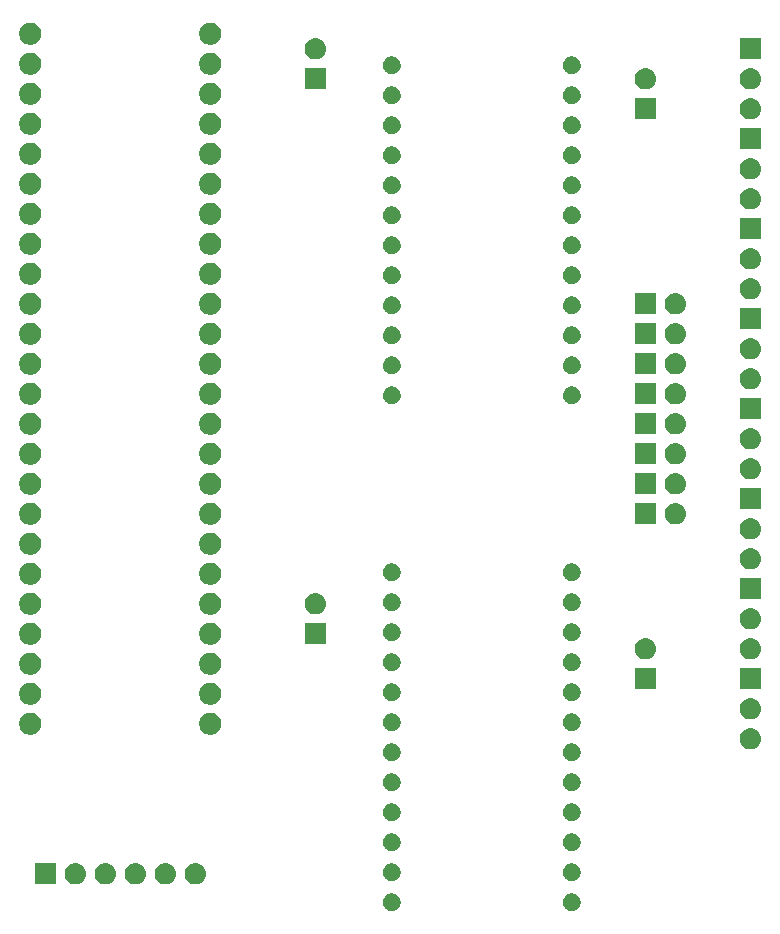
<source format=gbr>
G04 #@! TF.GenerationSoftware,KiCad,Pcbnew,(5.0.2)-1*
G04 #@! TF.CreationDate,2019-03-22T23:58:45-07:00*
G04 #@! TF.ProjectId,cheroquee_kicad,63686572-6f71-4756-9565-5f6b69636164,rev?*
G04 #@! TF.SameCoordinates,Original*
G04 #@! TF.FileFunction,Soldermask,Bot*
G04 #@! TF.FilePolarity,Negative*
%FSLAX46Y46*%
G04 Gerber Fmt 4.6, Leading zero omitted, Abs format (unit mm)*
G04 Created by KiCad (PCBNEW (5.0.2)-1) date 3/22/2019 11:58:45 PM*
%MOMM*%
%LPD*%
G01*
G04 APERTURE LIST*
%ADD10C,0.100000*%
G04 APERTURE END LIST*
D10*
G36*
X74007514Y-114716052D02*
X74007516Y-114716053D01*
X74007517Y-114716053D01*
X74145100Y-114773041D01*
X74145101Y-114773042D01*
X74268925Y-114855778D01*
X74374222Y-114961075D01*
X74374224Y-114961078D01*
X74456959Y-115084900D01*
X74513947Y-115222483D01*
X74543000Y-115368540D01*
X74543000Y-115517460D01*
X74513947Y-115663517D01*
X74456959Y-115801100D01*
X74456958Y-115801101D01*
X74374222Y-115924925D01*
X74268925Y-116030222D01*
X74268922Y-116030224D01*
X74145100Y-116112959D01*
X74007517Y-116169947D01*
X74007516Y-116169947D01*
X74007514Y-116169948D01*
X73861461Y-116199000D01*
X73712539Y-116199000D01*
X73566486Y-116169948D01*
X73566484Y-116169947D01*
X73566483Y-116169947D01*
X73428900Y-116112959D01*
X73305078Y-116030224D01*
X73305075Y-116030222D01*
X73199778Y-115924925D01*
X73117042Y-115801101D01*
X73117041Y-115801100D01*
X73060053Y-115663517D01*
X73031000Y-115517460D01*
X73031000Y-115368540D01*
X73060053Y-115222483D01*
X73117041Y-115084900D01*
X73199776Y-114961078D01*
X73199778Y-114961075D01*
X73305075Y-114855778D01*
X73428899Y-114773042D01*
X73428900Y-114773041D01*
X73566483Y-114716053D01*
X73566484Y-114716053D01*
X73566486Y-114716052D01*
X73712539Y-114687000D01*
X73861461Y-114687000D01*
X74007514Y-114716052D01*
X74007514Y-114716052D01*
G37*
G36*
X58767514Y-114716052D02*
X58767516Y-114716053D01*
X58767517Y-114716053D01*
X58905100Y-114773041D01*
X58905101Y-114773042D01*
X59028925Y-114855778D01*
X59134222Y-114961075D01*
X59134224Y-114961078D01*
X59216959Y-115084900D01*
X59273947Y-115222483D01*
X59303000Y-115368540D01*
X59303000Y-115517460D01*
X59273947Y-115663517D01*
X59216959Y-115801100D01*
X59216958Y-115801101D01*
X59134222Y-115924925D01*
X59028925Y-116030222D01*
X59028922Y-116030224D01*
X58905100Y-116112959D01*
X58767517Y-116169947D01*
X58767516Y-116169947D01*
X58767514Y-116169948D01*
X58621461Y-116199000D01*
X58472539Y-116199000D01*
X58326486Y-116169948D01*
X58326484Y-116169947D01*
X58326483Y-116169947D01*
X58188900Y-116112959D01*
X58065078Y-116030224D01*
X58065075Y-116030222D01*
X57959778Y-115924925D01*
X57877042Y-115801101D01*
X57877041Y-115801100D01*
X57820053Y-115663517D01*
X57791000Y-115517460D01*
X57791000Y-115368540D01*
X57820053Y-115222483D01*
X57877041Y-115084900D01*
X57959776Y-114961078D01*
X57959778Y-114961075D01*
X58065075Y-114855778D01*
X58188899Y-114773042D01*
X58188900Y-114773041D01*
X58326483Y-114716053D01*
X58326484Y-114716053D01*
X58326486Y-114716052D01*
X58472539Y-114687000D01*
X58621461Y-114687000D01*
X58767514Y-114716052D01*
X58767514Y-114716052D01*
G37*
G36*
X31860443Y-112135519D02*
X31926627Y-112142037D01*
X32038760Y-112176052D01*
X32096467Y-112193557D01*
X32170335Y-112233041D01*
X32252991Y-112277222D01*
X32288729Y-112306552D01*
X32390186Y-112389814D01*
X32473448Y-112491271D01*
X32502778Y-112527009D01*
X32502779Y-112527011D01*
X32586443Y-112683533D01*
X32586443Y-112683534D01*
X32637963Y-112853373D01*
X32655359Y-113030000D01*
X32637963Y-113206627D01*
X32603616Y-113319853D01*
X32586443Y-113376467D01*
X32581922Y-113384925D01*
X32502778Y-113532991D01*
X32473448Y-113568729D01*
X32390186Y-113670186D01*
X32288729Y-113753448D01*
X32252991Y-113782778D01*
X32252989Y-113782779D01*
X32096467Y-113866443D01*
X32039853Y-113883616D01*
X31926627Y-113917963D01*
X31860443Y-113924481D01*
X31794260Y-113931000D01*
X31705740Y-113931000D01*
X31639557Y-113924481D01*
X31573373Y-113917963D01*
X31460147Y-113883616D01*
X31403533Y-113866443D01*
X31247011Y-113782779D01*
X31247009Y-113782778D01*
X31211271Y-113753448D01*
X31109814Y-113670186D01*
X31026552Y-113568729D01*
X30997222Y-113532991D01*
X30918078Y-113384925D01*
X30913557Y-113376467D01*
X30896384Y-113319853D01*
X30862037Y-113206627D01*
X30844641Y-113030000D01*
X30862037Y-112853373D01*
X30913557Y-112683534D01*
X30913557Y-112683533D01*
X30997221Y-112527011D01*
X30997222Y-112527009D01*
X31026552Y-112491271D01*
X31109814Y-112389814D01*
X31211271Y-112306552D01*
X31247009Y-112277222D01*
X31329665Y-112233041D01*
X31403533Y-112193557D01*
X31461240Y-112176052D01*
X31573373Y-112142037D01*
X31639557Y-112135519D01*
X31705740Y-112129000D01*
X31794260Y-112129000D01*
X31860443Y-112135519D01*
X31860443Y-112135519D01*
G37*
G36*
X34400443Y-112135519D02*
X34466627Y-112142037D01*
X34578760Y-112176052D01*
X34636467Y-112193557D01*
X34710335Y-112233041D01*
X34792991Y-112277222D01*
X34828729Y-112306552D01*
X34930186Y-112389814D01*
X35013448Y-112491271D01*
X35042778Y-112527009D01*
X35042779Y-112527011D01*
X35126443Y-112683533D01*
X35126443Y-112683534D01*
X35177963Y-112853373D01*
X35195359Y-113030000D01*
X35177963Y-113206627D01*
X35143616Y-113319853D01*
X35126443Y-113376467D01*
X35121922Y-113384925D01*
X35042778Y-113532991D01*
X35013448Y-113568729D01*
X34930186Y-113670186D01*
X34828729Y-113753448D01*
X34792991Y-113782778D01*
X34792989Y-113782779D01*
X34636467Y-113866443D01*
X34579853Y-113883616D01*
X34466627Y-113917963D01*
X34400443Y-113924481D01*
X34334260Y-113931000D01*
X34245740Y-113931000D01*
X34179557Y-113924481D01*
X34113373Y-113917963D01*
X34000147Y-113883616D01*
X33943533Y-113866443D01*
X33787011Y-113782779D01*
X33787009Y-113782778D01*
X33751271Y-113753448D01*
X33649814Y-113670186D01*
X33566552Y-113568729D01*
X33537222Y-113532991D01*
X33458078Y-113384925D01*
X33453557Y-113376467D01*
X33436384Y-113319853D01*
X33402037Y-113206627D01*
X33384641Y-113030000D01*
X33402037Y-112853373D01*
X33453557Y-112683534D01*
X33453557Y-112683533D01*
X33537221Y-112527011D01*
X33537222Y-112527009D01*
X33566552Y-112491271D01*
X33649814Y-112389814D01*
X33751271Y-112306552D01*
X33787009Y-112277222D01*
X33869665Y-112233041D01*
X33943533Y-112193557D01*
X34001240Y-112176052D01*
X34113373Y-112142037D01*
X34179557Y-112135519D01*
X34245740Y-112129000D01*
X34334260Y-112129000D01*
X34400443Y-112135519D01*
X34400443Y-112135519D01*
G37*
G36*
X42020443Y-112135519D02*
X42086627Y-112142037D01*
X42198760Y-112176052D01*
X42256467Y-112193557D01*
X42330335Y-112233041D01*
X42412991Y-112277222D01*
X42448729Y-112306552D01*
X42550186Y-112389814D01*
X42633448Y-112491271D01*
X42662778Y-112527009D01*
X42662779Y-112527011D01*
X42746443Y-112683533D01*
X42746443Y-112683534D01*
X42797963Y-112853373D01*
X42815359Y-113030000D01*
X42797963Y-113206627D01*
X42763616Y-113319853D01*
X42746443Y-113376467D01*
X42741922Y-113384925D01*
X42662778Y-113532991D01*
X42633448Y-113568729D01*
X42550186Y-113670186D01*
X42448729Y-113753448D01*
X42412991Y-113782778D01*
X42412989Y-113782779D01*
X42256467Y-113866443D01*
X42199853Y-113883616D01*
X42086627Y-113917963D01*
X42020443Y-113924481D01*
X41954260Y-113931000D01*
X41865740Y-113931000D01*
X41799557Y-113924481D01*
X41733373Y-113917963D01*
X41620147Y-113883616D01*
X41563533Y-113866443D01*
X41407011Y-113782779D01*
X41407009Y-113782778D01*
X41371271Y-113753448D01*
X41269814Y-113670186D01*
X41186552Y-113568729D01*
X41157222Y-113532991D01*
X41078078Y-113384925D01*
X41073557Y-113376467D01*
X41056384Y-113319853D01*
X41022037Y-113206627D01*
X41004641Y-113030000D01*
X41022037Y-112853373D01*
X41073557Y-112683534D01*
X41073557Y-112683533D01*
X41157221Y-112527011D01*
X41157222Y-112527009D01*
X41186552Y-112491271D01*
X41269814Y-112389814D01*
X41371271Y-112306552D01*
X41407009Y-112277222D01*
X41489665Y-112233041D01*
X41563533Y-112193557D01*
X41621240Y-112176052D01*
X41733373Y-112142037D01*
X41799557Y-112135519D01*
X41865740Y-112129000D01*
X41954260Y-112129000D01*
X42020443Y-112135519D01*
X42020443Y-112135519D01*
G37*
G36*
X39480443Y-112135519D02*
X39546627Y-112142037D01*
X39658760Y-112176052D01*
X39716467Y-112193557D01*
X39790335Y-112233041D01*
X39872991Y-112277222D01*
X39908729Y-112306552D01*
X40010186Y-112389814D01*
X40093448Y-112491271D01*
X40122778Y-112527009D01*
X40122779Y-112527011D01*
X40206443Y-112683533D01*
X40206443Y-112683534D01*
X40257963Y-112853373D01*
X40275359Y-113030000D01*
X40257963Y-113206627D01*
X40223616Y-113319853D01*
X40206443Y-113376467D01*
X40201922Y-113384925D01*
X40122778Y-113532991D01*
X40093448Y-113568729D01*
X40010186Y-113670186D01*
X39908729Y-113753448D01*
X39872991Y-113782778D01*
X39872989Y-113782779D01*
X39716467Y-113866443D01*
X39659853Y-113883616D01*
X39546627Y-113917963D01*
X39480443Y-113924481D01*
X39414260Y-113931000D01*
X39325740Y-113931000D01*
X39259557Y-113924481D01*
X39193373Y-113917963D01*
X39080147Y-113883616D01*
X39023533Y-113866443D01*
X38867011Y-113782779D01*
X38867009Y-113782778D01*
X38831271Y-113753448D01*
X38729814Y-113670186D01*
X38646552Y-113568729D01*
X38617222Y-113532991D01*
X38538078Y-113384925D01*
X38533557Y-113376467D01*
X38516384Y-113319853D01*
X38482037Y-113206627D01*
X38464641Y-113030000D01*
X38482037Y-112853373D01*
X38533557Y-112683534D01*
X38533557Y-112683533D01*
X38617221Y-112527011D01*
X38617222Y-112527009D01*
X38646552Y-112491271D01*
X38729814Y-112389814D01*
X38831271Y-112306552D01*
X38867009Y-112277222D01*
X38949665Y-112233041D01*
X39023533Y-112193557D01*
X39081240Y-112176052D01*
X39193373Y-112142037D01*
X39259557Y-112135519D01*
X39325740Y-112129000D01*
X39414260Y-112129000D01*
X39480443Y-112135519D01*
X39480443Y-112135519D01*
G37*
G36*
X30111000Y-113931000D02*
X28309000Y-113931000D01*
X28309000Y-112129000D01*
X30111000Y-112129000D01*
X30111000Y-113931000D01*
X30111000Y-113931000D01*
G37*
G36*
X36940443Y-112135519D02*
X37006627Y-112142037D01*
X37118760Y-112176052D01*
X37176467Y-112193557D01*
X37250335Y-112233041D01*
X37332991Y-112277222D01*
X37368729Y-112306552D01*
X37470186Y-112389814D01*
X37553448Y-112491271D01*
X37582778Y-112527009D01*
X37582779Y-112527011D01*
X37666443Y-112683533D01*
X37666443Y-112683534D01*
X37717963Y-112853373D01*
X37735359Y-113030000D01*
X37717963Y-113206627D01*
X37683616Y-113319853D01*
X37666443Y-113376467D01*
X37661922Y-113384925D01*
X37582778Y-113532991D01*
X37553448Y-113568729D01*
X37470186Y-113670186D01*
X37368729Y-113753448D01*
X37332991Y-113782778D01*
X37332989Y-113782779D01*
X37176467Y-113866443D01*
X37119853Y-113883616D01*
X37006627Y-113917963D01*
X36940443Y-113924481D01*
X36874260Y-113931000D01*
X36785740Y-113931000D01*
X36719557Y-113924481D01*
X36653373Y-113917963D01*
X36540147Y-113883616D01*
X36483533Y-113866443D01*
X36327011Y-113782779D01*
X36327009Y-113782778D01*
X36291271Y-113753448D01*
X36189814Y-113670186D01*
X36106552Y-113568729D01*
X36077222Y-113532991D01*
X35998078Y-113384925D01*
X35993557Y-113376467D01*
X35976384Y-113319853D01*
X35942037Y-113206627D01*
X35924641Y-113030000D01*
X35942037Y-112853373D01*
X35993557Y-112683534D01*
X35993557Y-112683533D01*
X36077221Y-112527011D01*
X36077222Y-112527009D01*
X36106552Y-112491271D01*
X36189814Y-112389814D01*
X36291271Y-112306552D01*
X36327009Y-112277222D01*
X36409665Y-112233041D01*
X36483533Y-112193557D01*
X36541240Y-112176052D01*
X36653373Y-112142037D01*
X36719557Y-112135519D01*
X36785740Y-112129000D01*
X36874260Y-112129000D01*
X36940443Y-112135519D01*
X36940443Y-112135519D01*
G37*
G36*
X58767514Y-112176052D02*
X58767516Y-112176053D01*
X58767517Y-112176053D01*
X58905100Y-112233041D01*
X59027257Y-112314664D01*
X59028925Y-112315778D01*
X59134222Y-112421075D01*
X59134224Y-112421078D01*
X59216959Y-112544900D01*
X59273947Y-112682483D01*
X59303000Y-112828540D01*
X59303000Y-112977460D01*
X59273947Y-113123517D01*
X59216959Y-113261100D01*
X59216958Y-113261101D01*
X59134222Y-113384925D01*
X59028925Y-113490222D01*
X59028922Y-113490224D01*
X58905100Y-113572959D01*
X58767517Y-113629947D01*
X58767516Y-113629947D01*
X58767514Y-113629948D01*
X58621461Y-113659000D01*
X58472539Y-113659000D01*
X58326486Y-113629948D01*
X58326484Y-113629947D01*
X58326483Y-113629947D01*
X58188900Y-113572959D01*
X58065078Y-113490224D01*
X58065075Y-113490222D01*
X57959778Y-113384925D01*
X57877042Y-113261101D01*
X57877041Y-113261100D01*
X57820053Y-113123517D01*
X57791000Y-112977460D01*
X57791000Y-112828540D01*
X57820053Y-112682483D01*
X57877041Y-112544900D01*
X57959776Y-112421078D01*
X57959778Y-112421075D01*
X58065075Y-112315778D01*
X58066743Y-112314664D01*
X58188900Y-112233041D01*
X58326483Y-112176053D01*
X58326484Y-112176053D01*
X58326486Y-112176052D01*
X58472539Y-112147000D01*
X58621461Y-112147000D01*
X58767514Y-112176052D01*
X58767514Y-112176052D01*
G37*
G36*
X74007514Y-112176052D02*
X74007516Y-112176053D01*
X74007517Y-112176053D01*
X74145100Y-112233041D01*
X74267257Y-112314664D01*
X74268925Y-112315778D01*
X74374222Y-112421075D01*
X74374224Y-112421078D01*
X74456959Y-112544900D01*
X74513947Y-112682483D01*
X74543000Y-112828540D01*
X74543000Y-112977460D01*
X74513947Y-113123517D01*
X74456959Y-113261100D01*
X74456958Y-113261101D01*
X74374222Y-113384925D01*
X74268925Y-113490222D01*
X74268922Y-113490224D01*
X74145100Y-113572959D01*
X74007517Y-113629947D01*
X74007516Y-113629947D01*
X74007514Y-113629948D01*
X73861461Y-113659000D01*
X73712539Y-113659000D01*
X73566486Y-113629948D01*
X73566484Y-113629947D01*
X73566483Y-113629947D01*
X73428900Y-113572959D01*
X73305078Y-113490224D01*
X73305075Y-113490222D01*
X73199778Y-113384925D01*
X73117042Y-113261101D01*
X73117041Y-113261100D01*
X73060053Y-113123517D01*
X73031000Y-112977460D01*
X73031000Y-112828540D01*
X73060053Y-112682483D01*
X73117041Y-112544900D01*
X73199776Y-112421078D01*
X73199778Y-112421075D01*
X73305075Y-112315778D01*
X73306743Y-112314664D01*
X73428900Y-112233041D01*
X73566483Y-112176053D01*
X73566484Y-112176053D01*
X73566486Y-112176052D01*
X73712539Y-112147000D01*
X73861461Y-112147000D01*
X74007514Y-112176052D01*
X74007514Y-112176052D01*
G37*
G36*
X58767514Y-109636052D02*
X58767516Y-109636053D01*
X58767517Y-109636053D01*
X58905100Y-109693041D01*
X58905101Y-109693042D01*
X59028925Y-109775778D01*
X59134222Y-109881075D01*
X59134224Y-109881078D01*
X59216959Y-110004900D01*
X59273947Y-110142483D01*
X59303000Y-110288540D01*
X59303000Y-110437460D01*
X59273947Y-110583517D01*
X59216959Y-110721100D01*
X59216958Y-110721101D01*
X59134222Y-110844925D01*
X59028925Y-110950222D01*
X59028922Y-110950224D01*
X58905100Y-111032959D01*
X58767517Y-111089947D01*
X58767516Y-111089947D01*
X58767514Y-111089948D01*
X58621461Y-111119000D01*
X58472539Y-111119000D01*
X58326486Y-111089948D01*
X58326484Y-111089947D01*
X58326483Y-111089947D01*
X58188900Y-111032959D01*
X58065078Y-110950224D01*
X58065075Y-110950222D01*
X57959778Y-110844925D01*
X57877042Y-110721101D01*
X57877041Y-110721100D01*
X57820053Y-110583517D01*
X57791000Y-110437460D01*
X57791000Y-110288540D01*
X57820053Y-110142483D01*
X57877041Y-110004900D01*
X57959776Y-109881078D01*
X57959778Y-109881075D01*
X58065075Y-109775778D01*
X58188899Y-109693042D01*
X58188900Y-109693041D01*
X58326483Y-109636053D01*
X58326484Y-109636053D01*
X58326486Y-109636052D01*
X58472539Y-109607000D01*
X58621461Y-109607000D01*
X58767514Y-109636052D01*
X58767514Y-109636052D01*
G37*
G36*
X74007514Y-109636052D02*
X74007516Y-109636053D01*
X74007517Y-109636053D01*
X74145100Y-109693041D01*
X74145101Y-109693042D01*
X74268925Y-109775778D01*
X74374222Y-109881075D01*
X74374224Y-109881078D01*
X74456959Y-110004900D01*
X74513947Y-110142483D01*
X74543000Y-110288540D01*
X74543000Y-110437460D01*
X74513947Y-110583517D01*
X74456959Y-110721100D01*
X74456958Y-110721101D01*
X74374222Y-110844925D01*
X74268925Y-110950222D01*
X74268922Y-110950224D01*
X74145100Y-111032959D01*
X74007517Y-111089947D01*
X74007516Y-111089947D01*
X74007514Y-111089948D01*
X73861461Y-111119000D01*
X73712539Y-111119000D01*
X73566486Y-111089948D01*
X73566484Y-111089947D01*
X73566483Y-111089947D01*
X73428900Y-111032959D01*
X73305078Y-110950224D01*
X73305075Y-110950222D01*
X73199778Y-110844925D01*
X73117042Y-110721101D01*
X73117041Y-110721100D01*
X73060053Y-110583517D01*
X73031000Y-110437460D01*
X73031000Y-110288540D01*
X73060053Y-110142483D01*
X73117041Y-110004900D01*
X73199776Y-109881078D01*
X73199778Y-109881075D01*
X73305075Y-109775778D01*
X73428899Y-109693042D01*
X73428900Y-109693041D01*
X73566483Y-109636053D01*
X73566484Y-109636053D01*
X73566486Y-109636052D01*
X73712539Y-109607000D01*
X73861461Y-109607000D01*
X74007514Y-109636052D01*
X74007514Y-109636052D01*
G37*
G36*
X74007514Y-107096052D02*
X74007516Y-107096053D01*
X74007517Y-107096053D01*
X74145100Y-107153041D01*
X74145101Y-107153042D01*
X74268925Y-107235778D01*
X74374222Y-107341075D01*
X74374224Y-107341078D01*
X74456959Y-107464900D01*
X74513947Y-107602483D01*
X74543000Y-107748540D01*
X74543000Y-107897460D01*
X74513947Y-108043517D01*
X74456959Y-108181100D01*
X74456958Y-108181101D01*
X74374222Y-108304925D01*
X74268925Y-108410222D01*
X74268922Y-108410224D01*
X74145100Y-108492959D01*
X74007517Y-108549947D01*
X74007516Y-108549947D01*
X74007514Y-108549948D01*
X73861461Y-108579000D01*
X73712539Y-108579000D01*
X73566486Y-108549948D01*
X73566484Y-108549947D01*
X73566483Y-108549947D01*
X73428900Y-108492959D01*
X73305078Y-108410224D01*
X73305075Y-108410222D01*
X73199778Y-108304925D01*
X73117042Y-108181101D01*
X73117041Y-108181100D01*
X73060053Y-108043517D01*
X73031000Y-107897460D01*
X73031000Y-107748540D01*
X73060053Y-107602483D01*
X73117041Y-107464900D01*
X73199776Y-107341078D01*
X73199778Y-107341075D01*
X73305075Y-107235778D01*
X73428899Y-107153042D01*
X73428900Y-107153041D01*
X73566483Y-107096053D01*
X73566484Y-107096053D01*
X73566486Y-107096052D01*
X73712539Y-107067000D01*
X73861461Y-107067000D01*
X74007514Y-107096052D01*
X74007514Y-107096052D01*
G37*
G36*
X58767514Y-107096052D02*
X58767516Y-107096053D01*
X58767517Y-107096053D01*
X58905100Y-107153041D01*
X58905101Y-107153042D01*
X59028925Y-107235778D01*
X59134222Y-107341075D01*
X59134224Y-107341078D01*
X59216959Y-107464900D01*
X59273947Y-107602483D01*
X59303000Y-107748540D01*
X59303000Y-107897460D01*
X59273947Y-108043517D01*
X59216959Y-108181100D01*
X59216958Y-108181101D01*
X59134222Y-108304925D01*
X59028925Y-108410222D01*
X59028922Y-108410224D01*
X58905100Y-108492959D01*
X58767517Y-108549947D01*
X58767516Y-108549947D01*
X58767514Y-108549948D01*
X58621461Y-108579000D01*
X58472539Y-108579000D01*
X58326486Y-108549948D01*
X58326484Y-108549947D01*
X58326483Y-108549947D01*
X58188900Y-108492959D01*
X58065078Y-108410224D01*
X58065075Y-108410222D01*
X57959778Y-108304925D01*
X57877042Y-108181101D01*
X57877041Y-108181100D01*
X57820053Y-108043517D01*
X57791000Y-107897460D01*
X57791000Y-107748540D01*
X57820053Y-107602483D01*
X57877041Y-107464900D01*
X57959776Y-107341078D01*
X57959778Y-107341075D01*
X58065075Y-107235778D01*
X58188899Y-107153042D01*
X58188900Y-107153041D01*
X58326483Y-107096053D01*
X58326484Y-107096053D01*
X58326486Y-107096052D01*
X58472539Y-107067000D01*
X58621461Y-107067000D01*
X58767514Y-107096052D01*
X58767514Y-107096052D01*
G37*
G36*
X74007514Y-104556052D02*
X74007516Y-104556053D01*
X74007517Y-104556053D01*
X74145100Y-104613041D01*
X74145101Y-104613042D01*
X74268925Y-104695778D01*
X74374222Y-104801075D01*
X74374224Y-104801078D01*
X74456959Y-104924900D01*
X74513947Y-105062483D01*
X74543000Y-105208540D01*
X74543000Y-105357460D01*
X74513947Y-105503517D01*
X74456959Y-105641100D01*
X74456958Y-105641101D01*
X74374222Y-105764925D01*
X74268925Y-105870222D01*
X74268922Y-105870224D01*
X74145100Y-105952959D01*
X74007517Y-106009947D01*
X74007516Y-106009947D01*
X74007514Y-106009948D01*
X73861461Y-106039000D01*
X73712539Y-106039000D01*
X73566486Y-106009948D01*
X73566484Y-106009947D01*
X73566483Y-106009947D01*
X73428900Y-105952959D01*
X73305078Y-105870224D01*
X73305075Y-105870222D01*
X73199778Y-105764925D01*
X73117042Y-105641101D01*
X73117041Y-105641100D01*
X73060053Y-105503517D01*
X73031000Y-105357460D01*
X73031000Y-105208540D01*
X73060053Y-105062483D01*
X73117041Y-104924900D01*
X73199776Y-104801078D01*
X73199778Y-104801075D01*
X73305075Y-104695778D01*
X73428899Y-104613042D01*
X73428900Y-104613041D01*
X73566483Y-104556053D01*
X73566484Y-104556053D01*
X73566486Y-104556052D01*
X73712539Y-104527000D01*
X73861461Y-104527000D01*
X74007514Y-104556052D01*
X74007514Y-104556052D01*
G37*
G36*
X58767514Y-104556052D02*
X58767516Y-104556053D01*
X58767517Y-104556053D01*
X58905100Y-104613041D01*
X58905101Y-104613042D01*
X59028925Y-104695778D01*
X59134222Y-104801075D01*
X59134224Y-104801078D01*
X59216959Y-104924900D01*
X59273947Y-105062483D01*
X59303000Y-105208540D01*
X59303000Y-105357460D01*
X59273947Y-105503517D01*
X59216959Y-105641100D01*
X59216958Y-105641101D01*
X59134222Y-105764925D01*
X59028925Y-105870222D01*
X59028922Y-105870224D01*
X58905100Y-105952959D01*
X58767517Y-106009947D01*
X58767516Y-106009947D01*
X58767514Y-106009948D01*
X58621461Y-106039000D01*
X58472539Y-106039000D01*
X58326486Y-106009948D01*
X58326484Y-106009947D01*
X58326483Y-106009947D01*
X58188900Y-105952959D01*
X58065078Y-105870224D01*
X58065075Y-105870222D01*
X57959778Y-105764925D01*
X57877042Y-105641101D01*
X57877041Y-105641100D01*
X57820053Y-105503517D01*
X57791000Y-105357460D01*
X57791000Y-105208540D01*
X57820053Y-105062483D01*
X57877041Y-104924900D01*
X57959776Y-104801078D01*
X57959778Y-104801075D01*
X58065075Y-104695778D01*
X58188899Y-104613042D01*
X58188900Y-104613041D01*
X58326483Y-104556053D01*
X58326484Y-104556053D01*
X58326486Y-104556052D01*
X58472539Y-104527000D01*
X58621461Y-104527000D01*
X58767514Y-104556052D01*
X58767514Y-104556052D01*
G37*
G36*
X74007514Y-102016052D02*
X74007516Y-102016053D01*
X74007517Y-102016053D01*
X74145100Y-102073041D01*
X74145101Y-102073042D01*
X74268925Y-102155778D01*
X74374222Y-102261075D01*
X74374224Y-102261078D01*
X74456959Y-102384900D01*
X74513947Y-102522483D01*
X74543000Y-102668540D01*
X74543000Y-102817460D01*
X74513947Y-102963517D01*
X74456959Y-103101100D01*
X74456958Y-103101101D01*
X74374222Y-103224925D01*
X74268925Y-103330222D01*
X74268922Y-103330224D01*
X74145100Y-103412959D01*
X74007517Y-103469947D01*
X74007516Y-103469947D01*
X74007514Y-103469948D01*
X73861461Y-103499000D01*
X73712539Y-103499000D01*
X73566486Y-103469948D01*
X73566484Y-103469947D01*
X73566483Y-103469947D01*
X73428900Y-103412959D01*
X73305078Y-103330224D01*
X73305075Y-103330222D01*
X73199778Y-103224925D01*
X73117042Y-103101101D01*
X73117041Y-103101100D01*
X73060053Y-102963517D01*
X73031000Y-102817460D01*
X73031000Y-102668540D01*
X73060053Y-102522483D01*
X73117041Y-102384900D01*
X73199776Y-102261078D01*
X73199778Y-102261075D01*
X73305075Y-102155778D01*
X73428899Y-102073042D01*
X73428900Y-102073041D01*
X73566483Y-102016053D01*
X73566484Y-102016053D01*
X73566486Y-102016052D01*
X73712539Y-101987000D01*
X73861461Y-101987000D01*
X74007514Y-102016052D01*
X74007514Y-102016052D01*
G37*
G36*
X58767514Y-102016052D02*
X58767516Y-102016053D01*
X58767517Y-102016053D01*
X58905100Y-102073041D01*
X58905101Y-102073042D01*
X59028925Y-102155778D01*
X59134222Y-102261075D01*
X59134224Y-102261078D01*
X59216959Y-102384900D01*
X59273947Y-102522483D01*
X59303000Y-102668540D01*
X59303000Y-102817460D01*
X59273947Y-102963517D01*
X59216959Y-103101100D01*
X59216958Y-103101101D01*
X59134222Y-103224925D01*
X59028925Y-103330222D01*
X59028922Y-103330224D01*
X58905100Y-103412959D01*
X58767517Y-103469947D01*
X58767516Y-103469947D01*
X58767514Y-103469948D01*
X58621461Y-103499000D01*
X58472539Y-103499000D01*
X58326486Y-103469948D01*
X58326484Y-103469947D01*
X58326483Y-103469947D01*
X58188900Y-103412959D01*
X58065078Y-103330224D01*
X58065075Y-103330222D01*
X57959778Y-103224925D01*
X57877042Y-103101101D01*
X57877041Y-103101100D01*
X57820053Y-102963517D01*
X57791000Y-102817460D01*
X57791000Y-102668540D01*
X57820053Y-102522483D01*
X57877041Y-102384900D01*
X57959776Y-102261078D01*
X57959778Y-102261075D01*
X58065075Y-102155778D01*
X58188899Y-102073042D01*
X58188900Y-102073041D01*
X58326483Y-102016053D01*
X58326484Y-102016053D01*
X58326486Y-102016052D01*
X58472539Y-101987000D01*
X58621461Y-101987000D01*
X58767514Y-102016052D01*
X58767514Y-102016052D01*
G37*
G36*
X89010443Y-100705519D02*
X89076627Y-100712037D01*
X89189853Y-100746384D01*
X89246467Y-100763557D01*
X89385087Y-100837652D01*
X89402991Y-100847222D01*
X89434350Y-100872958D01*
X89540186Y-100959814D01*
X89622524Y-101060145D01*
X89652778Y-101097009D01*
X89652779Y-101097011D01*
X89736443Y-101253533D01*
X89736443Y-101253534D01*
X89787963Y-101423373D01*
X89805359Y-101600000D01*
X89787963Y-101776627D01*
X89753616Y-101889853D01*
X89736443Y-101946467D01*
X89714777Y-101987000D01*
X89652778Y-102102991D01*
X89623448Y-102138729D01*
X89540186Y-102240186D01*
X89438729Y-102323448D01*
X89402991Y-102352778D01*
X89402989Y-102352779D01*
X89246467Y-102436443D01*
X89189853Y-102453616D01*
X89076627Y-102487963D01*
X89010442Y-102494482D01*
X88944260Y-102501000D01*
X88855740Y-102501000D01*
X88789558Y-102494482D01*
X88723373Y-102487963D01*
X88610147Y-102453616D01*
X88553533Y-102436443D01*
X88397011Y-102352779D01*
X88397009Y-102352778D01*
X88361271Y-102323448D01*
X88259814Y-102240186D01*
X88176552Y-102138729D01*
X88147222Y-102102991D01*
X88085223Y-101987000D01*
X88063557Y-101946467D01*
X88046384Y-101889853D01*
X88012037Y-101776627D01*
X87994641Y-101600000D01*
X88012037Y-101423373D01*
X88063557Y-101253534D01*
X88063557Y-101253533D01*
X88147221Y-101097011D01*
X88147222Y-101097009D01*
X88177476Y-101060145D01*
X88259814Y-100959814D01*
X88365650Y-100872958D01*
X88397009Y-100847222D01*
X88414913Y-100837652D01*
X88553533Y-100763557D01*
X88610147Y-100746384D01*
X88723373Y-100712037D01*
X88789557Y-100705519D01*
X88855740Y-100699000D01*
X88944260Y-100699000D01*
X89010443Y-100705519D01*
X89010443Y-100705519D01*
G37*
G36*
X43454188Y-99426123D02*
X43625257Y-99496983D01*
X43779216Y-99599855D01*
X43910145Y-99730784D01*
X44013017Y-99884743D01*
X44083877Y-100055812D01*
X44120000Y-100237417D01*
X44120000Y-100422583D01*
X44083877Y-100604188D01*
X44013017Y-100775257D01*
X43910145Y-100929216D01*
X43779216Y-101060145D01*
X43625257Y-101163017D01*
X43454188Y-101233877D01*
X43272583Y-101270000D01*
X43087417Y-101270000D01*
X42905812Y-101233877D01*
X42734743Y-101163017D01*
X42580784Y-101060145D01*
X42449855Y-100929216D01*
X42346983Y-100775257D01*
X42276123Y-100604188D01*
X42240000Y-100422583D01*
X42240000Y-100237417D01*
X42276123Y-100055812D01*
X42346983Y-99884743D01*
X42449855Y-99730784D01*
X42580784Y-99599855D01*
X42734743Y-99496983D01*
X42905812Y-99426123D01*
X43087417Y-99390000D01*
X43272583Y-99390000D01*
X43454188Y-99426123D01*
X43454188Y-99426123D01*
G37*
G36*
X28214188Y-99426123D02*
X28385257Y-99496983D01*
X28539216Y-99599855D01*
X28670145Y-99730784D01*
X28773017Y-99884743D01*
X28843877Y-100055812D01*
X28880000Y-100237417D01*
X28880000Y-100422583D01*
X28843877Y-100604188D01*
X28773017Y-100775257D01*
X28670145Y-100929216D01*
X28539216Y-101060145D01*
X28385257Y-101163017D01*
X28214188Y-101233877D01*
X28032583Y-101270000D01*
X27847417Y-101270000D01*
X27665812Y-101233877D01*
X27494743Y-101163017D01*
X27340784Y-101060145D01*
X27209855Y-100929216D01*
X27106983Y-100775257D01*
X27036123Y-100604188D01*
X27000000Y-100422583D01*
X27000000Y-100237417D01*
X27036123Y-100055812D01*
X27106983Y-99884743D01*
X27209855Y-99730784D01*
X27340784Y-99599855D01*
X27494743Y-99496983D01*
X27665812Y-99426123D01*
X27847417Y-99390000D01*
X28032583Y-99390000D01*
X28214188Y-99426123D01*
X28214188Y-99426123D01*
G37*
G36*
X58767514Y-99476052D02*
X58767516Y-99476053D01*
X58767517Y-99476053D01*
X58905100Y-99533041D01*
X58905101Y-99533042D01*
X59028925Y-99615778D01*
X59134222Y-99721075D01*
X59134224Y-99721078D01*
X59216959Y-99844900D01*
X59273947Y-99982483D01*
X59273948Y-99982486D01*
X59303000Y-100128539D01*
X59303000Y-100277460D01*
X59273947Y-100423517D01*
X59216959Y-100561100D01*
X59135336Y-100683257D01*
X59134222Y-100684925D01*
X59028925Y-100790222D01*
X59028922Y-100790224D01*
X58905100Y-100872959D01*
X58767517Y-100929947D01*
X58767516Y-100929947D01*
X58767514Y-100929948D01*
X58621461Y-100959000D01*
X58472539Y-100959000D01*
X58326486Y-100929948D01*
X58326484Y-100929947D01*
X58326483Y-100929947D01*
X58188900Y-100872959D01*
X58065078Y-100790224D01*
X58065075Y-100790222D01*
X57959778Y-100684925D01*
X57958664Y-100683257D01*
X57877041Y-100561100D01*
X57820053Y-100423517D01*
X57791000Y-100277460D01*
X57791000Y-100128539D01*
X57820052Y-99982486D01*
X57820053Y-99982483D01*
X57877041Y-99844900D01*
X57959776Y-99721078D01*
X57959778Y-99721075D01*
X58065075Y-99615778D01*
X58188899Y-99533042D01*
X58188900Y-99533041D01*
X58326483Y-99476053D01*
X58326484Y-99476053D01*
X58326486Y-99476052D01*
X58472539Y-99447000D01*
X58621461Y-99447000D01*
X58767514Y-99476052D01*
X58767514Y-99476052D01*
G37*
G36*
X74007514Y-99476052D02*
X74007516Y-99476053D01*
X74007517Y-99476053D01*
X74145100Y-99533041D01*
X74145101Y-99533042D01*
X74268925Y-99615778D01*
X74374222Y-99721075D01*
X74374224Y-99721078D01*
X74456959Y-99844900D01*
X74513947Y-99982483D01*
X74513948Y-99982486D01*
X74543000Y-100128539D01*
X74543000Y-100277460D01*
X74513947Y-100423517D01*
X74456959Y-100561100D01*
X74375336Y-100683257D01*
X74374222Y-100684925D01*
X74268925Y-100790222D01*
X74268922Y-100790224D01*
X74145100Y-100872959D01*
X74007517Y-100929947D01*
X74007516Y-100929947D01*
X74007514Y-100929948D01*
X73861461Y-100959000D01*
X73712539Y-100959000D01*
X73566486Y-100929948D01*
X73566484Y-100929947D01*
X73566483Y-100929947D01*
X73428900Y-100872959D01*
X73305078Y-100790224D01*
X73305075Y-100790222D01*
X73199778Y-100684925D01*
X73198664Y-100683257D01*
X73117041Y-100561100D01*
X73060053Y-100423517D01*
X73031000Y-100277460D01*
X73031000Y-100128539D01*
X73060052Y-99982486D01*
X73060053Y-99982483D01*
X73117041Y-99844900D01*
X73199776Y-99721078D01*
X73199778Y-99721075D01*
X73305075Y-99615778D01*
X73428899Y-99533042D01*
X73428900Y-99533041D01*
X73566483Y-99476053D01*
X73566484Y-99476053D01*
X73566486Y-99476052D01*
X73712539Y-99447000D01*
X73861461Y-99447000D01*
X74007514Y-99476052D01*
X74007514Y-99476052D01*
G37*
G36*
X89010443Y-98165519D02*
X89076627Y-98172037D01*
X89189853Y-98206384D01*
X89246467Y-98223557D01*
X89385087Y-98297652D01*
X89402991Y-98307222D01*
X89434350Y-98332958D01*
X89540186Y-98419814D01*
X89622524Y-98520145D01*
X89652778Y-98557009D01*
X89652779Y-98557011D01*
X89736443Y-98713533D01*
X89736443Y-98713534D01*
X89787963Y-98883373D01*
X89805359Y-99060000D01*
X89787963Y-99236627D01*
X89753616Y-99349853D01*
X89736443Y-99406467D01*
X89714777Y-99447000D01*
X89652778Y-99562991D01*
X89623448Y-99598729D01*
X89540186Y-99700186D01*
X89438729Y-99783448D01*
X89402991Y-99812778D01*
X89402989Y-99812779D01*
X89246467Y-99896443D01*
X89189853Y-99913616D01*
X89076627Y-99947963D01*
X89010443Y-99954481D01*
X88944260Y-99961000D01*
X88855740Y-99961000D01*
X88789557Y-99954481D01*
X88723373Y-99947963D01*
X88610147Y-99913616D01*
X88553533Y-99896443D01*
X88397011Y-99812779D01*
X88397009Y-99812778D01*
X88361271Y-99783448D01*
X88259814Y-99700186D01*
X88176552Y-99598729D01*
X88147222Y-99562991D01*
X88085223Y-99447000D01*
X88063557Y-99406467D01*
X88046384Y-99349853D01*
X88012037Y-99236627D01*
X87994641Y-99060000D01*
X88012037Y-98883373D01*
X88063557Y-98713534D01*
X88063557Y-98713533D01*
X88147221Y-98557011D01*
X88147222Y-98557009D01*
X88177476Y-98520145D01*
X88259814Y-98419814D01*
X88365650Y-98332958D01*
X88397009Y-98307222D01*
X88414913Y-98297652D01*
X88553533Y-98223557D01*
X88610147Y-98206384D01*
X88723373Y-98172037D01*
X88789557Y-98165519D01*
X88855740Y-98159000D01*
X88944260Y-98159000D01*
X89010443Y-98165519D01*
X89010443Y-98165519D01*
G37*
G36*
X28214188Y-96886123D02*
X28385257Y-96956983D01*
X28539216Y-97059855D01*
X28670145Y-97190784D01*
X28773017Y-97344743D01*
X28843877Y-97515812D01*
X28880000Y-97697417D01*
X28880000Y-97882583D01*
X28843877Y-98064188D01*
X28773017Y-98235257D01*
X28670145Y-98389216D01*
X28539216Y-98520145D01*
X28385257Y-98623017D01*
X28214188Y-98693877D01*
X28032583Y-98730000D01*
X27847417Y-98730000D01*
X27665812Y-98693877D01*
X27494743Y-98623017D01*
X27340784Y-98520145D01*
X27209855Y-98389216D01*
X27106983Y-98235257D01*
X27036123Y-98064188D01*
X27000000Y-97882583D01*
X27000000Y-97697417D01*
X27036123Y-97515812D01*
X27106983Y-97344743D01*
X27209855Y-97190784D01*
X27340784Y-97059855D01*
X27494743Y-96956983D01*
X27665812Y-96886123D01*
X27847417Y-96850000D01*
X28032583Y-96850000D01*
X28214188Y-96886123D01*
X28214188Y-96886123D01*
G37*
G36*
X43454188Y-96886123D02*
X43625257Y-96956983D01*
X43779216Y-97059855D01*
X43910145Y-97190784D01*
X44013017Y-97344743D01*
X44083877Y-97515812D01*
X44120000Y-97697417D01*
X44120000Y-97882583D01*
X44083877Y-98064188D01*
X44013017Y-98235257D01*
X43910145Y-98389216D01*
X43779216Y-98520145D01*
X43625257Y-98623017D01*
X43454188Y-98693877D01*
X43272583Y-98730000D01*
X43087417Y-98730000D01*
X42905812Y-98693877D01*
X42734743Y-98623017D01*
X42580784Y-98520145D01*
X42449855Y-98389216D01*
X42346983Y-98235257D01*
X42276123Y-98064188D01*
X42240000Y-97882583D01*
X42240000Y-97697417D01*
X42276123Y-97515812D01*
X42346983Y-97344743D01*
X42449855Y-97190784D01*
X42580784Y-97059855D01*
X42734743Y-96956983D01*
X42905812Y-96886123D01*
X43087417Y-96850000D01*
X43272583Y-96850000D01*
X43454188Y-96886123D01*
X43454188Y-96886123D01*
G37*
G36*
X58767514Y-96936052D02*
X58767516Y-96936053D01*
X58767517Y-96936053D01*
X58905100Y-96993041D01*
X58905101Y-96993042D01*
X59028925Y-97075778D01*
X59134222Y-97181075D01*
X59134224Y-97181078D01*
X59216959Y-97304900D01*
X59273947Y-97442483D01*
X59273948Y-97442486D01*
X59303000Y-97588539D01*
X59303000Y-97737460D01*
X59273947Y-97883517D01*
X59216959Y-98021100D01*
X59135336Y-98143257D01*
X59134222Y-98144925D01*
X59028925Y-98250222D01*
X59028922Y-98250224D01*
X58905100Y-98332959D01*
X58767517Y-98389947D01*
X58767516Y-98389947D01*
X58767514Y-98389948D01*
X58621461Y-98419000D01*
X58472539Y-98419000D01*
X58326486Y-98389948D01*
X58326484Y-98389947D01*
X58326483Y-98389947D01*
X58188900Y-98332959D01*
X58065078Y-98250224D01*
X58065075Y-98250222D01*
X57959778Y-98144925D01*
X57958664Y-98143257D01*
X57877041Y-98021100D01*
X57820053Y-97883517D01*
X57791000Y-97737460D01*
X57791000Y-97588539D01*
X57820052Y-97442486D01*
X57820053Y-97442483D01*
X57877041Y-97304900D01*
X57959776Y-97181078D01*
X57959778Y-97181075D01*
X58065075Y-97075778D01*
X58188899Y-96993042D01*
X58188900Y-96993041D01*
X58326483Y-96936053D01*
X58326484Y-96936053D01*
X58326486Y-96936052D01*
X58472539Y-96907000D01*
X58621461Y-96907000D01*
X58767514Y-96936052D01*
X58767514Y-96936052D01*
G37*
G36*
X74007514Y-96936052D02*
X74007516Y-96936053D01*
X74007517Y-96936053D01*
X74145100Y-96993041D01*
X74145101Y-96993042D01*
X74268925Y-97075778D01*
X74374222Y-97181075D01*
X74374224Y-97181078D01*
X74456959Y-97304900D01*
X74513947Y-97442483D01*
X74513948Y-97442486D01*
X74543000Y-97588539D01*
X74543000Y-97737460D01*
X74513947Y-97883517D01*
X74456959Y-98021100D01*
X74375336Y-98143257D01*
X74374222Y-98144925D01*
X74268925Y-98250222D01*
X74268922Y-98250224D01*
X74145100Y-98332959D01*
X74007517Y-98389947D01*
X74007516Y-98389947D01*
X74007514Y-98389948D01*
X73861461Y-98419000D01*
X73712539Y-98419000D01*
X73566486Y-98389948D01*
X73566484Y-98389947D01*
X73566483Y-98389947D01*
X73428900Y-98332959D01*
X73305078Y-98250224D01*
X73305075Y-98250222D01*
X73199778Y-98144925D01*
X73198664Y-98143257D01*
X73117041Y-98021100D01*
X73060053Y-97883517D01*
X73031000Y-97737460D01*
X73031000Y-97588539D01*
X73060052Y-97442486D01*
X73060053Y-97442483D01*
X73117041Y-97304900D01*
X73199776Y-97181078D01*
X73199778Y-97181075D01*
X73305075Y-97075778D01*
X73428899Y-96993042D01*
X73428900Y-96993041D01*
X73566483Y-96936053D01*
X73566484Y-96936053D01*
X73566486Y-96936052D01*
X73712539Y-96907000D01*
X73861461Y-96907000D01*
X74007514Y-96936052D01*
X74007514Y-96936052D01*
G37*
G36*
X89801000Y-97421000D02*
X87999000Y-97421000D01*
X87999000Y-95619000D01*
X89801000Y-95619000D01*
X89801000Y-97421000D01*
X89801000Y-97421000D01*
G37*
G36*
X80911000Y-97421000D02*
X79109000Y-97421000D01*
X79109000Y-95619000D01*
X80911000Y-95619000D01*
X80911000Y-97421000D01*
X80911000Y-97421000D01*
G37*
G36*
X28214188Y-94346123D02*
X28385257Y-94416983D01*
X28539216Y-94519855D01*
X28670145Y-94650784D01*
X28773017Y-94804743D01*
X28843877Y-94975812D01*
X28880000Y-95157417D01*
X28880000Y-95342583D01*
X28843877Y-95524188D01*
X28773017Y-95695257D01*
X28670145Y-95849216D01*
X28539216Y-95980145D01*
X28385257Y-96083017D01*
X28214188Y-96153877D01*
X28032583Y-96190000D01*
X27847417Y-96190000D01*
X27665812Y-96153877D01*
X27494743Y-96083017D01*
X27340784Y-95980145D01*
X27209855Y-95849216D01*
X27106983Y-95695257D01*
X27036123Y-95524188D01*
X27000000Y-95342583D01*
X27000000Y-95157417D01*
X27036123Y-94975812D01*
X27106983Y-94804743D01*
X27209855Y-94650784D01*
X27340784Y-94519855D01*
X27494743Y-94416983D01*
X27665812Y-94346123D01*
X27847417Y-94310000D01*
X28032583Y-94310000D01*
X28214188Y-94346123D01*
X28214188Y-94346123D01*
G37*
G36*
X43454188Y-94346123D02*
X43625257Y-94416983D01*
X43779216Y-94519855D01*
X43910145Y-94650784D01*
X44013017Y-94804743D01*
X44083877Y-94975812D01*
X44120000Y-95157417D01*
X44120000Y-95342583D01*
X44083877Y-95524188D01*
X44013017Y-95695257D01*
X43910145Y-95849216D01*
X43779216Y-95980145D01*
X43625257Y-96083017D01*
X43454188Y-96153877D01*
X43272583Y-96190000D01*
X43087417Y-96190000D01*
X42905812Y-96153877D01*
X42734743Y-96083017D01*
X42580784Y-95980145D01*
X42449855Y-95849216D01*
X42346983Y-95695257D01*
X42276123Y-95524188D01*
X42240000Y-95342583D01*
X42240000Y-95157417D01*
X42276123Y-94975812D01*
X42346983Y-94804743D01*
X42449855Y-94650784D01*
X42580784Y-94519855D01*
X42734743Y-94416983D01*
X42905812Y-94346123D01*
X43087417Y-94310000D01*
X43272583Y-94310000D01*
X43454188Y-94346123D01*
X43454188Y-94346123D01*
G37*
G36*
X74007514Y-94396052D02*
X74007516Y-94396053D01*
X74007517Y-94396053D01*
X74145100Y-94453041D01*
X74145101Y-94453042D01*
X74268925Y-94535778D01*
X74374222Y-94641075D01*
X74374224Y-94641078D01*
X74456959Y-94764900D01*
X74513947Y-94902483D01*
X74513948Y-94902486D01*
X74543000Y-95048539D01*
X74543000Y-95197460D01*
X74513947Y-95343517D01*
X74456959Y-95481100D01*
X74375336Y-95603257D01*
X74374222Y-95604925D01*
X74268925Y-95710222D01*
X74268922Y-95710224D01*
X74145100Y-95792959D01*
X74007517Y-95849947D01*
X74007516Y-95849947D01*
X74007514Y-95849948D01*
X73861461Y-95879000D01*
X73712539Y-95879000D01*
X73566486Y-95849948D01*
X73566484Y-95849947D01*
X73566483Y-95849947D01*
X73428900Y-95792959D01*
X73305078Y-95710224D01*
X73305075Y-95710222D01*
X73199778Y-95604925D01*
X73198664Y-95603257D01*
X73117041Y-95481100D01*
X73060053Y-95343517D01*
X73031000Y-95197460D01*
X73031000Y-95048539D01*
X73060052Y-94902486D01*
X73060053Y-94902483D01*
X73117041Y-94764900D01*
X73199776Y-94641078D01*
X73199778Y-94641075D01*
X73305075Y-94535778D01*
X73428899Y-94453042D01*
X73428900Y-94453041D01*
X73566483Y-94396053D01*
X73566484Y-94396053D01*
X73566486Y-94396052D01*
X73712539Y-94367000D01*
X73861461Y-94367000D01*
X74007514Y-94396052D01*
X74007514Y-94396052D01*
G37*
G36*
X58767514Y-94396052D02*
X58767516Y-94396053D01*
X58767517Y-94396053D01*
X58905100Y-94453041D01*
X58905101Y-94453042D01*
X59028925Y-94535778D01*
X59134222Y-94641075D01*
X59134224Y-94641078D01*
X59216959Y-94764900D01*
X59273947Y-94902483D01*
X59273948Y-94902486D01*
X59303000Y-95048539D01*
X59303000Y-95197460D01*
X59273947Y-95343517D01*
X59216959Y-95481100D01*
X59135336Y-95603257D01*
X59134222Y-95604925D01*
X59028925Y-95710222D01*
X59028922Y-95710224D01*
X58905100Y-95792959D01*
X58767517Y-95849947D01*
X58767516Y-95849947D01*
X58767514Y-95849948D01*
X58621461Y-95879000D01*
X58472539Y-95879000D01*
X58326486Y-95849948D01*
X58326484Y-95849947D01*
X58326483Y-95849947D01*
X58188900Y-95792959D01*
X58065078Y-95710224D01*
X58065075Y-95710222D01*
X57959778Y-95604925D01*
X57958664Y-95603257D01*
X57877041Y-95481100D01*
X57820053Y-95343517D01*
X57791000Y-95197460D01*
X57791000Y-95048539D01*
X57820052Y-94902486D01*
X57820053Y-94902483D01*
X57877041Y-94764900D01*
X57959776Y-94641078D01*
X57959778Y-94641075D01*
X58065075Y-94535778D01*
X58188899Y-94453042D01*
X58188900Y-94453041D01*
X58326483Y-94396053D01*
X58326484Y-94396053D01*
X58326486Y-94396052D01*
X58472539Y-94367000D01*
X58621461Y-94367000D01*
X58767514Y-94396052D01*
X58767514Y-94396052D01*
G37*
G36*
X89010443Y-93085519D02*
X89076627Y-93092037D01*
X89189853Y-93126384D01*
X89246467Y-93143557D01*
X89385087Y-93217652D01*
X89402991Y-93227222D01*
X89434350Y-93252958D01*
X89540186Y-93339814D01*
X89622524Y-93440145D01*
X89652778Y-93477009D01*
X89652779Y-93477011D01*
X89736443Y-93633533D01*
X89736443Y-93633534D01*
X89787963Y-93803373D01*
X89805359Y-93980000D01*
X89787963Y-94156627D01*
X89753616Y-94269853D01*
X89736443Y-94326467D01*
X89714777Y-94367000D01*
X89652778Y-94482991D01*
X89623448Y-94518729D01*
X89540186Y-94620186D01*
X89438729Y-94703448D01*
X89402991Y-94732778D01*
X89402989Y-94732779D01*
X89246467Y-94816443D01*
X89189853Y-94833616D01*
X89076627Y-94867963D01*
X89010443Y-94874481D01*
X88944260Y-94881000D01*
X88855740Y-94881000D01*
X88789557Y-94874481D01*
X88723373Y-94867963D01*
X88610147Y-94833616D01*
X88553533Y-94816443D01*
X88397011Y-94732779D01*
X88397009Y-94732778D01*
X88361271Y-94703448D01*
X88259814Y-94620186D01*
X88176552Y-94518729D01*
X88147222Y-94482991D01*
X88085223Y-94367000D01*
X88063557Y-94326467D01*
X88046384Y-94269853D01*
X88012037Y-94156627D01*
X87994641Y-93980000D01*
X88012037Y-93803373D01*
X88063557Y-93633534D01*
X88063557Y-93633533D01*
X88147221Y-93477011D01*
X88147222Y-93477009D01*
X88177476Y-93440145D01*
X88259814Y-93339814D01*
X88365650Y-93252958D01*
X88397009Y-93227222D01*
X88414913Y-93217652D01*
X88553533Y-93143557D01*
X88610147Y-93126384D01*
X88723373Y-93092037D01*
X88789557Y-93085519D01*
X88855740Y-93079000D01*
X88944260Y-93079000D01*
X89010443Y-93085519D01*
X89010443Y-93085519D01*
G37*
G36*
X80120443Y-93085519D02*
X80186627Y-93092037D01*
X80299853Y-93126384D01*
X80356467Y-93143557D01*
X80495087Y-93217652D01*
X80512991Y-93227222D01*
X80544350Y-93252958D01*
X80650186Y-93339814D01*
X80732524Y-93440145D01*
X80762778Y-93477009D01*
X80762779Y-93477011D01*
X80846443Y-93633533D01*
X80846443Y-93633534D01*
X80897963Y-93803373D01*
X80915359Y-93980000D01*
X80897963Y-94156627D01*
X80863616Y-94269853D01*
X80846443Y-94326467D01*
X80824777Y-94367000D01*
X80762778Y-94482991D01*
X80733448Y-94518729D01*
X80650186Y-94620186D01*
X80548729Y-94703448D01*
X80512991Y-94732778D01*
X80512989Y-94732779D01*
X80356467Y-94816443D01*
X80299853Y-94833616D01*
X80186627Y-94867963D01*
X80120443Y-94874481D01*
X80054260Y-94881000D01*
X79965740Y-94881000D01*
X79899557Y-94874481D01*
X79833373Y-94867963D01*
X79720147Y-94833616D01*
X79663533Y-94816443D01*
X79507011Y-94732779D01*
X79507009Y-94732778D01*
X79471271Y-94703448D01*
X79369814Y-94620186D01*
X79286552Y-94518729D01*
X79257222Y-94482991D01*
X79195223Y-94367000D01*
X79173557Y-94326467D01*
X79156384Y-94269853D01*
X79122037Y-94156627D01*
X79104641Y-93980000D01*
X79122037Y-93803373D01*
X79173557Y-93633534D01*
X79173557Y-93633533D01*
X79257221Y-93477011D01*
X79257222Y-93477009D01*
X79287476Y-93440145D01*
X79369814Y-93339814D01*
X79475650Y-93252958D01*
X79507009Y-93227222D01*
X79524913Y-93217652D01*
X79663533Y-93143557D01*
X79720147Y-93126384D01*
X79833373Y-93092037D01*
X79899557Y-93085519D01*
X79965740Y-93079000D01*
X80054260Y-93079000D01*
X80120443Y-93085519D01*
X80120443Y-93085519D01*
G37*
G36*
X43454188Y-91806123D02*
X43625257Y-91876983D01*
X43779216Y-91979855D01*
X43910145Y-92110784D01*
X44013017Y-92264743D01*
X44083877Y-92435812D01*
X44120000Y-92617417D01*
X44120000Y-92802583D01*
X44083877Y-92984188D01*
X44013017Y-93155257D01*
X43910145Y-93309216D01*
X43779216Y-93440145D01*
X43625257Y-93543017D01*
X43454188Y-93613877D01*
X43272583Y-93650000D01*
X43087417Y-93650000D01*
X42905812Y-93613877D01*
X42734743Y-93543017D01*
X42580784Y-93440145D01*
X42449855Y-93309216D01*
X42346983Y-93155257D01*
X42276123Y-92984188D01*
X42240000Y-92802583D01*
X42240000Y-92617417D01*
X42276123Y-92435812D01*
X42346983Y-92264743D01*
X42449855Y-92110784D01*
X42580784Y-91979855D01*
X42734743Y-91876983D01*
X42905812Y-91806123D01*
X43087417Y-91770000D01*
X43272583Y-91770000D01*
X43454188Y-91806123D01*
X43454188Y-91806123D01*
G37*
G36*
X28214188Y-91806123D02*
X28385257Y-91876983D01*
X28539216Y-91979855D01*
X28670145Y-92110784D01*
X28773017Y-92264743D01*
X28843877Y-92435812D01*
X28880000Y-92617417D01*
X28880000Y-92802583D01*
X28843877Y-92984188D01*
X28773017Y-93155257D01*
X28670145Y-93309216D01*
X28539216Y-93440145D01*
X28385257Y-93543017D01*
X28214188Y-93613877D01*
X28032583Y-93650000D01*
X27847417Y-93650000D01*
X27665812Y-93613877D01*
X27494743Y-93543017D01*
X27340784Y-93440145D01*
X27209855Y-93309216D01*
X27106983Y-93155257D01*
X27036123Y-92984188D01*
X27000000Y-92802583D01*
X27000000Y-92617417D01*
X27036123Y-92435812D01*
X27106983Y-92264743D01*
X27209855Y-92110784D01*
X27340784Y-91979855D01*
X27494743Y-91876983D01*
X27665812Y-91806123D01*
X27847417Y-91770000D01*
X28032583Y-91770000D01*
X28214188Y-91806123D01*
X28214188Y-91806123D01*
G37*
G36*
X52971000Y-93611000D02*
X51169000Y-93611000D01*
X51169000Y-91809000D01*
X52971000Y-91809000D01*
X52971000Y-93611000D01*
X52971000Y-93611000D01*
G37*
G36*
X58767514Y-91856052D02*
X58767516Y-91856053D01*
X58767517Y-91856053D01*
X58905100Y-91913041D01*
X58905101Y-91913042D01*
X59028925Y-91995778D01*
X59134222Y-92101075D01*
X59134224Y-92101078D01*
X59216959Y-92224900D01*
X59273947Y-92362483D01*
X59273948Y-92362486D01*
X59303000Y-92508539D01*
X59303000Y-92657460D01*
X59273947Y-92803517D01*
X59216959Y-92941100D01*
X59135336Y-93063257D01*
X59134222Y-93064925D01*
X59028925Y-93170222D01*
X59028922Y-93170224D01*
X58905100Y-93252959D01*
X58767517Y-93309947D01*
X58767516Y-93309947D01*
X58767514Y-93309948D01*
X58621461Y-93339000D01*
X58472539Y-93339000D01*
X58326486Y-93309948D01*
X58326484Y-93309947D01*
X58326483Y-93309947D01*
X58188900Y-93252959D01*
X58065078Y-93170224D01*
X58065075Y-93170222D01*
X57959778Y-93064925D01*
X57958664Y-93063257D01*
X57877041Y-92941100D01*
X57820053Y-92803517D01*
X57791000Y-92657460D01*
X57791000Y-92508539D01*
X57820052Y-92362486D01*
X57820053Y-92362483D01*
X57877041Y-92224900D01*
X57959776Y-92101078D01*
X57959778Y-92101075D01*
X58065075Y-91995778D01*
X58188899Y-91913042D01*
X58188900Y-91913041D01*
X58326483Y-91856053D01*
X58326484Y-91856053D01*
X58326486Y-91856052D01*
X58472539Y-91827000D01*
X58621461Y-91827000D01*
X58767514Y-91856052D01*
X58767514Y-91856052D01*
G37*
G36*
X74007514Y-91856052D02*
X74007516Y-91856053D01*
X74007517Y-91856053D01*
X74145100Y-91913041D01*
X74145101Y-91913042D01*
X74268925Y-91995778D01*
X74374222Y-92101075D01*
X74374224Y-92101078D01*
X74456959Y-92224900D01*
X74513947Y-92362483D01*
X74513948Y-92362486D01*
X74543000Y-92508539D01*
X74543000Y-92657460D01*
X74513947Y-92803517D01*
X74456959Y-92941100D01*
X74375336Y-93063257D01*
X74374222Y-93064925D01*
X74268925Y-93170222D01*
X74268922Y-93170224D01*
X74145100Y-93252959D01*
X74007517Y-93309947D01*
X74007516Y-93309947D01*
X74007514Y-93309948D01*
X73861461Y-93339000D01*
X73712539Y-93339000D01*
X73566486Y-93309948D01*
X73566484Y-93309947D01*
X73566483Y-93309947D01*
X73428900Y-93252959D01*
X73305078Y-93170224D01*
X73305075Y-93170222D01*
X73199778Y-93064925D01*
X73198664Y-93063257D01*
X73117041Y-92941100D01*
X73060053Y-92803517D01*
X73031000Y-92657460D01*
X73031000Y-92508539D01*
X73060052Y-92362486D01*
X73060053Y-92362483D01*
X73117041Y-92224900D01*
X73199776Y-92101078D01*
X73199778Y-92101075D01*
X73305075Y-91995778D01*
X73428899Y-91913042D01*
X73428900Y-91913041D01*
X73566483Y-91856053D01*
X73566484Y-91856053D01*
X73566486Y-91856052D01*
X73712539Y-91827000D01*
X73861461Y-91827000D01*
X74007514Y-91856052D01*
X74007514Y-91856052D01*
G37*
G36*
X89010443Y-90545519D02*
X89076627Y-90552037D01*
X89189853Y-90586384D01*
X89246467Y-90603557D01*
X89376363Y-90672989D01*
X89402991Y-90687222D01*
X89434350Y-90712958D01*
X89540186Y-90799814D01*
X89622524Y-90900145D01*
X89652778Y-90937009D01*
X89652779Y-90937011D01*
X89736443Y-91093533D01*
X89736443Y-91093534D01*
X89787963Y-91263373D01*
X89805359Y-91440000D01*
X89787963Y-91616627D01*
X89753616Y-91729853D01*
X89736443Y-91786467D01*
X89714777Y-91827000D01*
X89652778Y-91942991D01*
X89623448Y-91978729D01*
X89540186Y-92080186D01*
X89438729Y-92163448D01*
X89402991Y-92192778D01*
X89402989Y-92192779D01*
X89246467Y-92276443D01*
X89189853Y-92293616D01*
X89076627Y-92327963D01*
X89010443Y-92334481D01*
X88944260Y-92341000D01*
X88855740Y-92341000D01*
X88789557Y-92334481D01*
X88723373Y-92327963D01*
X88610147Y-92293616D01*
X88553533Y-92276443D01*
X88397011Y-92192779D01*
X88397009Y-92192778D01*
X88361271Y-92163448D01*
X88259814Y-92080186D01*
X88176552Y-91978729D01*
X88147222Y-91942991D01*
X88085223Y-91827000D01*
X88063557Y-91786467D01*
X88046384Y-91729853D01*
X88012037Y-91616627D01*
X87994641Y-91440000D01*
X88012037Y-91263373D01*
X88063557Y-91093534D01*
X88063557Y-91093533D01*
X88147221Y-90937011D01*
X88147222Y-90937009D01*
X88177476Y-90900145D01*
X88259814Y-90799814D01*
X88365650Y-90712958D01*
X88397009Y-90687222D01*
X88423637Y-90672989D01*
X88553533Y-90603557D01*
X88610147Y-90586384D01*
X88723373Y-90552037D01*
X88789557Y-90545519D01*
X88855740Y-90539000D01*
X88944260Y-90539000D01*
X89010443Y-90545519D01*
X89010443Y-90545519D01*
G37*
G36*
X28214188Y-89266123D02*
X28385257Y-89336983D01*
X28539216Y-89439855D01*
X28670145Y-89570784D01*
X28773017Y-89724743D01*
X28843877Y-89895812D01*
X28880000Y-90077417D01*
X28880000Y-90262583D01*
X28843877Y-90444188D01*
X28773017Y-90615257D01*
X28670145Y-90769216D01*
X28539216Y-90900145D01*
X28385257Y-91003017D01*
X28214188Y-91073877D01*
X28032583Y-91110000D01*
X27847417Y-91110000D01*
X27665812Y-91073877D01*
X27494743Y-91003017D01*
X27340784Y-90900145D01*
X27209855Y-90769216D01*
X27106983Y-90615257D01*
X27036123Y-90444188D01*
X27000000Y-90262583D01*
X27000000Y-90077417D01*
X27036123Y-89895812D01*
X27106983Y-89724743D01*
X27209855Y-89570784D01*
X27340784Y-89439855D01*
X27494743Y-89336983D01*
X27665812Y-89266123D01*
X27847417Y-89230000D01*
X28032583Y-89230000D01*
X28214188Y-89266123D01*
X28214188Y-89266123D01*
G37*
G36*
X43454188Y-89266123D02*
X43625257Y-89336983D01*
X43779216Y-89439855D01*
X43910145Y-89570784D01*
X44013017Y-89724743D01*
X44083877Y-89895812D01*
X44120000Y-90077417D01*
X44120000Y-90262583D01*
X44083877Y-90444188D01*
X44013017Y-90615257D01*
X43910145Y-90769216D01*
X43779216Y-90900145D01*
X43625257Y-91003017D01*
X43454188Y-91073877D01*
X43272583Y-91110000D01*
X43087417Y-91110000D01*
X42905812Y-91073877D01*
X42734743Y-91003017D01*
X42580784Y-90900145D01*
X42449855Y-90769216D01*
X42346983Y-90615257D01*
X42276123Y-90444188D01*
X42240000Y-90262583D01*
X42240000Y-90077417D01*
X42276123Y-89895812D01*
X42346983Y-89724743D01*
X42449855Y-89570784D01*
X42580784Y-89439855D01*
X42734743Y-89336983D01*
X42905812Y-89266123D01*
X43087417Y-89230000D01*
X43272583Y-89230000D01*
X43454188Y-89266123D01*
X43454188Y-89266123D01*
G37*
G36*
X52180443Y-89275519D02*
X52246627Y-89282037D01*
X52358760Y-89316052D01*
X52416467Y-89333557D01*
X52422876Y-89336983D01*
X52572991Y-89417222D01*
X52600569Y-89439855D01*
X52710186Y-89529814D01*
X52793448Y-89631271D01*
X52822778Y-89667009D01*
X52822779Y-89667011D01*
X52906443Y-89823533D01*
X52906443Y-89823534D01*
X52957963Y-89993373D01*
X52975359Y-90170000D01*
X52957963Y-90346627D01*
X52928368Y-90444188D01*
X52906443Y-90516467D01*
X52887430Y-90552037D01*
X52822778Y-90672991D01*
X52793448Y-90708729D01*
X52710186Y-90810186D01*
X52608729Y-90893448D01*
X52572991Y-90922778D01*
X52572989Y-90922779D01*
X52416467Y-91006443D01*
X52359853Y-91023616D01*
X52246627Y-91057963D01*
X52180442Y-91064482D01*
X52114260Y-91071000D01*
X52025740Y-91071000D01*
X51959558Y-91064482D01*
X51893373Y-91057963D01*
X51780147Y-91023616D01*
X51723533Y-91006443D01*
X51567011Y-90922779D01*
X51567009Y-90922778D01*
X51531271Y-90893448D01*
X51429814Y-90810186D01*
X51346552Y-90708729D01*
X51317222Y-90672991D01*
X51252570Y-90552037D01*
X51233557Y-90516467D01*
X51211632Y-90444188D01*
X51182037Y-90346627D01*
X51164641Y-90170000D01*
X51182037Y-89993373D01*
X51233557Y-89823534D01*
X51233557Y-89823533D01*
X51317221Y-89667011D01*
X51317222Y-89667009D01*
X51346552Y-89631271D01*
X51429814Y-89529814D01*
X51539431Y-89439855D01*
X51567009Y-89417222D01*
X51717124Y-89336983D01*
X51723533Y-89333557D01*
X51781240Y-89316052D01*
X51893373Y-89282037D01*
X51959557Y-89275519D01*
X52025740Y-89269000D01*
X52114260Y-89269000D01*
X52180443Y-89275519D01*
X52180443Y-89275519D01*
G37*
G36*
X74007514Y-89316052D02*
X74007516Y-89316053D01*
X74007517Y-89316053D01*
X74145100Y-89373041D01*
X74245094Y-89439855D01*
X74268925Y-89455778D01*
X74374222Y-89561075D01*
X74374224Y-89561078D01*
X74456959Y-89684900D01*
X74513947Y-89822483D01*
X74513948Y-89822486D01*
X74543000Y-89968539D01*
X74543000Y-90117460D01*
X74513947Y-90263517D01*
X74456959Y-90401100D01*
X74379874Y-90516466D01*
X74374222Y-90524925D01*
X74268925Y-90630222D01*
X74268922Y-90630224D01*
X74145100Y-90712959D01*
X74007517Y-90769947D01*
X74007516Y-90769947D01*
X74007514Y-90769948D01*
X73861461Y-90799000D01*
X73712539Y-90799000D01*
X73566486Y-90769948D01*
X73566484Y-90769947D01*
X73566483Y-90769947D01*
X73428900Y-90712959D01*
X73305078Y-90630224D01*
X73305075Y-90630222D01*
X73199778Y-90524925D01*
X73194126Y-90516466D01*
X73117041Y-90401100D01*
X73060053Y-90263517D01*
X73031000Y-90117460D01*
X73031000Y-89968539D01*
X73060052Y-89822486D01*
X73060053Y-89822483D01*
X73117041Y-89684900D01*
X73199776Y-89561078D01*
X73199778Y-89561075D01*
X73305075Y-89455778D01*
X73328906Y-89439855D01*
X73428900Y-89373041D01*
X73566483Y-89316053D01*
X73566484Y-89316053D01*
X73566486Y-89316052D01*
X73712539Y-89287000D01*
X73861461Y-89287000D01*
X74007514Y-89316052D01*
X74007514Y-89316052D01*
G37*
G36*
X58767514Y-89316052D02*
X58767516Y-89316053D01*
X58767517Y-89316053D01*
X58905100Y-89373041D01*
X59005094Y-89439855D01*
X59028925Y-89455778D01*
X59134222Y-89561075D01*
X59134224Y-89561078D01*
X59216959Y-89684900D01*
X59273947Y-89822483D01*
X59273948Y-89822486D01*
X59303000Y-89968539D01*
X59303000Y-90117460D01*
X59273947Y-90263517D01*
X59216959Y-90401100D01*
X59139874Y-90516466D01*
X59134222Y-90524925D01*
X59028925Y-90630222D01*
X59028922Y-90630224D01*
X58905100Y-90712959D01*
X58767517Y-90769947D01*
X58767516Y-90769947D01*
X58767514Y-90769948D01*
X58621461Y-90799000D01*
X58472539Y-90799000D01*
X58326486Y-90769948D01*
X58326484Y-90769947D01*
X58326483Y-90769947D01*
X58188900Y-90712959D01*
X58065078Y-90630224D01*
X58065075Y-90630222D01*
X57959778Y-90524925D01*
X57954126Y-90516466D01*
X57877041Y-90401100D01*
X57820053Y-90263517D01*
X57791000Y-90117460D01*
X57791000Y-89968539D01*
X57820052Y-89822486D01*
X57820053Y-89822483D01*
X57877041Y-89684900D01*
X57959776Y-89561078D01*
X57959778Y-89561075D01*
X58065075Y-89455778D01*
X58088906Y-89439855D01*
X58188900Y-89373041D01*
X58326483Y-89316053D01*
X58326484Y-89316053D01*
X58326486Y-89316052D01*
X58472539Y-89287000D01*
X58621461Y-89287000D01*
X58767514Y-89316052D01*
X58767514Y-89316052D01*
G37*
G36*
X89801000Y-89801000D02*
X87999000Y-89801000D01*
X87999000Y-87999000D01*
X89801000Y-87999000D01*
X89801000Y-89801000D01*
X89801000Y-89801000D01*
G37*
G36*
X43454188Y-86726123D02*
X43625257Y-86796983D01*
X43779216Y-86899855D01*
X43910145Y-87030784D01*
X44013017Y-87184743D01*
X44083877Y-87355812D01*
X44120000Y-87537417D01*
X44120000Y-87722583D01*
X44083877Y-87904188D01*
X44013017Y-88075257D01*
X43910145Y-88229216D01*
X43779216Y-88360145D01*
X43625257Y-88463017D01*
X43454188Y-88533877D01*
X43272583Y-88570000D01*
X43087417Y-88570000D01*
X42905812Y-88533877D01*
X42734743Y-88463017D01*
X42580784Y-88360145D01*
X42449855Y-88229216D01*
X42346983Y-88075257D01*
X42276123Y-87904188D01*
X42240000Y-87722583D01*
X42240000Y-87537417D01*
X42276123Y-87355812D01*
X42346983Y-87184743D01*
X42449855Y-87030784D01*
X42580784Y-86899855D01*
X42734743Y-86796983D01*
X42905812Y-86726123D01*
X43087417Y-86690000D01*
X43272583Y-86690000D01*
X43454188Y-86726123D01*
X43454188Y-86726123D01*
G37*
G36*
X28214188Y-86726123D02*
X28385257Y-86796983D01*
X28539216Y-86899855D01*
X28670145Y-87030784D01*
X28773017Y-87184743D01*
X28843877Y-87355812D01*
X28880000Y-87537417D01*
X28880000Y-87722583D01*
X28843877Y-87904188D01*
X28773017Y-88075257D01*
X28670145Y-88229216D01*
X28539216Y-88360145D01*
X28385257Y-88463017D01*
X28214188Y-88533877D01*
X28032583Y-88570000D01*
X27847417Y-88570000D01*
X27665812Y-88533877D01*
X27494743Y-88463017D01*
X27340784Y-88360145D01*
X27209855Y-88229216D01*
X27106983Y-88075257D01*
X27036123Y-87904188D01*
X27000000Y-87722583D01*
X27000000Y-87537417D01*
X27036123Y-87355812D01*
X27106983Y-87184743D01*
X27209855Y-87030784D01*
X27340784Y-86899855D01*
X27494743Y-86796983D01*
X27665812Y-86726123D01*
X27847417Y-86690000D01*
X28032583Y-86690000D01*
X28214188Y-86726123D01*
X28214188Y-86726123D01*
G37*
G36*
X74007514Y-86776052D02*
X74007516Y-86776053D01*
X74007517Y-86776053D01*
X74145100Y-86833041D01*
X74145101Y-86833042D01*
X74268925Y-86915778D01*
X74374222Y-87021075D01*
X74374224Y-87021078D01*
X74456959Y-87144900D01*
X74513947Y-87282483D01*
X74513948Y-87282486D01*
X74543000Y-87428539D01*
X74543000Y-87577460D01*
X74513947Y-87723517D01*
X74456959Y-87861100D01*
X74375336Y-87983257D01*
X74374222Y-87984925D01*
X74268925Y-88090222D01*
X74268922Y-88090224D01*
X74145100Y-88172959D01*
X74007517Y-88229947D01*
X74007516Y-88229947D01*
X74007514Y-88229948D01*
X73861461Y-88259000D01*
X73712539Y-88259000D01*
X73566486Y-88229948D01*
X73566484Y-88229947D01*
X73566483Y-88229947D01*
X73428900Y-88172959D01*
X73305078Y-88090224D01*
X73305075Y-88090222D01*
X73199778Y-87984925D01*
X73198664Y-87983257D01*
X73117041Y-87861100D01*
X73060053Y-87723517D01*
X73031000Y-87577460D01*
X73031000Y-87428539D01*
X73060052Y-87282486D01*
X73060053Y-87282483D01*
X73117041Y-87144900D01*
X73199776Y-87021078D01*
X73199778Y-87021075D01*
X73305075Y-86915778D01*
X73428899Y-86833042D01*
X73428900Y-86833041D01*
X73566483Y-86776053D01*
X73566484Y-86776053D01*
X73566486Y-86776052D01*
X73712539Y-86747000D01*
X73861461Y-86747000D01*
X74007514Y-86776052D01*
X74007514Y-86776052D01*
G37*
G36*
X58767514Y-86776052D02*
X58767516Y-86776053D01*
X58767517Y-86776053D01*
X58905100Y-86833041D01*
X58905101Y-86833042D01*
X59028925Y-86915778D01*
X59134222Y-87021075D01*
X59134224Y-87021078D01*
X59216959Y-87144900D01*
X59273947Y-87282483D01*
X59273948Y-87282486D01*
X59303000Y-87428539D01*
X59303000Y-87577460D01*
X59273947Y-87723517D01*
X59216959Y-87861100D01*
X59135336Y-87983257D01*
X59134222Y-87984925D01*
X59028925Y-88090222D01*
X59028922Y-88090224D01*
X58905100Y-88172959D01*
X58767517Y-88229947D01*
X58767516Y-88229947D01*
X58767514Y-88229948D01*
X58621461Y-88259000D01*
X58472539Y-88259000D01*
X58326486Y-88229948D01*
X58326484Y-88229947D01*
X58326483Y-88229947D01*
X58188900Y-88172959D01*
X58065078Y-88090224D01*
X58065075Y-88090222D01*
X57959778Y-87984925D01*
X57958664Y-87983257D01*
X57877041Y-87861100D01*
X57820053Y-87723517D01*
X57791000Y-87577460D01*
X57791000Y-87428539D01*
X57820052Y-87282486D01*
X57820053Y-87282483D01*
X57877041Y-87144900D01*
X57959776Y-87021078D01*
X57959778Y-87021075D01*
X58065075Y-86915778D01*
X58188899Y-86833042D01*
X58188900Y-86833041D01*
X58326483Y-86776053D01*
X58326484Y-86776053D01*
X58326486Y-86776052D01*
X58472539Y-86747000D01*
X58621461Y-86747000D01*
X58767514Y-86776052D01*
X58767514Y-86776052D01*
G37*
G36*
X89010442Y-85465518D02*
X89076627Y-85472037D01*
X89189853Y-85506384D01*
X89246467Y-85523557D01*
X89385087Y-85597652D01*
X89402991Y-85607222D01*
X89438729Y-85636552D01*
X89540186Y-85719814D01*
X89622524Y-85820145D01*
X89652778Y-85857009D01*
X89652779Y-85857011D01*
X89736443Y-86013533D01*
X89736443Y-86013534D01*
X89787963Y-86183373D01*
X89805359Y-86360000D01*
X89787963Y-86536627D01*
X89753616Y-86649853D01*
X89736443Y-86706467D01*
X89714777Y-86747000D01*
X89652778Y-86862991D01*
X89623448Y-86898729D01*
X89540186Y-87000186D01*
X89438729Y-87083448D01*
X89402991Y-87112778D01*
X89402989Y-87112779D01*
X89246467Y-87196443D01*
X89189853Y-87213616D01*
X89076627Y-87247963D01*
X89010442Y-87254482D01*
X88944260Y-87261000D01*
X88855740Y-87261000D01*
X88789558Y-87254482D01*
X88723373Y-87247963D01*
X88610147Y-87213616D01*
X88553533Y-87196443D01*
X88397011Y-87112779D01*
X88397009Y-87112778D01*
X88361271Y-87083448D01*
X88259814Y-87000186D01*
X88176552Y-86898729D01*
X88147222Y-86862991D01*
X88085223Y-86747000D01*
X88063557Y-86706467D01*
X88046384Y-86649853D01*
X88012037Y-86536627D01*
X87994641Y-86360000D01*
X88012037Y-86183373D01*
X88063557Y-86013534D01*
X88063557Y-86013533D01*
X88147221Y-85857011D01*
X88147222Y-85857009D01*
X88177476Y-85820145D01*
X88259814Y-85719814D01*
X88361271Y-85636552D01*
X88397009Y-85607222D01*
X88414913Y-85597652D01*
X88553533Y-85523557D01*
X88610147Y-85506384D01*
X88723373Y-85472037D01*
X88789558Y-85465518D01*
X88855740Y-85459000D01*
X88944260Y-85459000D01*
X89010442Y-85465518D01*
X89010442Y-85465518D01*
G37*
G36*
X28214188Y-84186123D02*
X28385257Y-84256983D01*
X28539216Y-84359855D01*
X28670145Y-84490784D01*
X28773017Y-84644743D01*
X28843877Y-84815812D01*
X28880000Y-84997417D01*
X28880000Y-85182583D01*
X28843877Y-85364188D01*
X28773017Y-85535257D01*
X28670145Y-85689216D01*
X28539216Y-85820145D01*
X28385257Y-85923017D01*
X28214188Y-85993877D01*
X28032583Y-86030000D01*
X27847417Y-86030000D01*
X27665812Y-85993877D01*
X27494743Y-85923017D01*
X27340784Y-85820145D01*
X27209855Y-85689216D01*
X27106983Y-85535257D01*
X27036123Y-85364188D01*
X27000000Y-85182583D01*
X27000000Y-84997417D01*
X27036123Y-84815812D01*
X27106983Y-84644743D01*
X27209855Y-84490784D01*
X27340784Y-84359855D01*
X27494743Y-84256983D01*
X27665812Y-84186123D01*
X27847417Y-84150000D01*
X28032583Y-84150000D01*
X28214188Y-84186123D01*
X28214188Y-84186123D01*
G37*
G36*
X43454188Y-84186123D02*
X43625257Y-84256983D01*
X43779216Y-84359855D01*
X43910145Y-84490784D01*
X44013017Y-84644743D01*
X44083877Y-84815812D01*
X44120000Y-84997417D01*
X44120000Y-85182583D01*
X44083877Y-85364188D01*
X44013017Y-85535257D01*
X43910145Y-85689216D01*
X43779216Y-85820145D01*
X43625257Y-85923017D01*
X43454188Y-85993877D01*
X43272583Y-86030000D01*
X43087417Y-86030000D01*
X42905812Y-85993877D01*
X42734743Y-85923017D01*
X42580784Y-85820145D01*
X42449855Y-85689216D01*
X42346983Y-85535257D01*
X42276123Y-85364188D01*
X42240000Y-85182583D01*
X42240000Y-84997417D01*
X42276123Y-84815812D01*
X42346983Y-84644743D01*
X42449855Y-84490784D01*
X42580784Y-84359855D01*
X42734743Y-84256983D01*
X42905812Y-84186123D01*
X43087417Y-84150000D01*
X43272583Y-84150000D01*
X43454188Y-84186123D01*
X43454188Y-84186123D01*
G37*
G36*
X89010443Y-82925519D02*
X89076627Y-82932037D01*
X89189853Y-82966384D01*
X89246467Y-82983557D01*
X89376363Y-83052989D01*
X89402991Y-83067222D01*
X89438729Y-83096552D01*
X89540186Y-83179814D01*
X89622524Y-83280145D01*
X89652778Y-83317009D01*
X89652779Y-83317011D01*
X89736443Y-83473533D01*
X89736443Y-83473534D01*
X89787963Y-83643373D01*
X89805359Y-83820000D01*
X89787963Y-83996627D01*
X89753616Y-84109853D01*
X89736443Y-84166467D01*
X89688060Y-84256983D01*
X89652778Y-84322991D01*
X89623448Y-84358729D01*
X89540186Y-84460186D01*
X89438729Y-84543448D01*
X89402991Y-84572778D01*
X89402989Y-84572779D01*
X89246467Y-84656443D01*
X89189853Y-84673616D01*
X89076627Y-84707963D01*
X89010443Y-84714481D01*
X88944260Y-84721000D01*
X88855740Y-84721000D01*
X88789557Y-84714481D01*
X88723373Y-84707963D01*
X88610147Y-84673616D01*
X88553533Y-84656443D01*
X88397011Y-84572779D01*
X88397009Y-84572778D01*
X88361271Y-84543448D01*
X88259814Y-84460186D01*
X88176552Y-84358729D01*
X88147222Y-84322991D01*
X88111940Y-84256983D01*
X88063557Y-84166467D01*
X88046384Y-84109853D01*
X88012037Y-83996627D01*
X87994641Y-83820000D01*
X88012037Y-83643373D01*
X88063557Y-83473534D01*
X88063557Y-83473533D01*
X88147221Y-83317011D01*
X88147222Y-83317009D01*
X88177476Y-83280145D01*
X88259814Y-83179814D01*
X88361271Y-83096552D01*
X88397009Y-83067222D01*
X88423637Y-83052989D01*
X88553533Y-82983557D01*
X88610147Y-82966384D01*
X88723373Y-82932037D01*
X88789557Y-82925519D01*
X88855740Y-82919000D01*
X88944260Y-82919000D01*
X89010443Y-82925519D01*
X89010443Y-82925519D01*
G37*
G36*
X43454188Y-81646123D02*
X43625257Y-81716983D01*
X43779216Y-81819855D01*
X43910145Y-81950784D01*
X44013017Y-82104743D01*
X44083877Y-82275812D01*
X44120000Y-82457417D01*
X44120000Y-82642583D01*
X44083877Y-82824188D01*
X44013017Y-82995257D01*
X43910145Y-83149216D01*
X43779216Y-83280145D01*
X43625257Y-83383017D01*
X43454188Y-83453877D01*
X43272583Y-83490000D01*
X43087417Y-83490000D01*
X42905812Y-83453877D01*
X42734743Y-83383017D01*
X42580784Y-83280145D01*
X42449855Y-83149216D01*
X42346983Y-82995257D01*
X42276123Y-82824188D01*
X42240000Y-82642583D01*
X42240000Y-82457417D01*
X42276123Y-82275812D01*
X42346983Y-82104743D01*
X42449855Y-81950784D01*
X42580784Y-81819855D01*
X42734743Y-81716983D01*
X42905812Y-81646123D01*
X43087417Y-81610000D01*
X43272583Y-81610000D01*
X43454188Y-81646123D01*
X43454188Y-81646123D01*
G37*
G36*
X28214188Y-81646123D02*
X28385257Y-81716983D01*
X28539216Y-81819855D01*
X28670145Y-81950784D01*
X28773017Y-82104743D01*
X28843877Y-82275812D01*
X28880000Y-82457417D01*
X28880000Y-82642583D01*
X28843877Y-82824188D01*
X28773017Y-82995257D01*
X28670145Y-83149216D01*
X28539216Y-83280145D01*
X28385257Y-83383017D01*
X28214188Y-83453877D01*
X28032583Y-83490000D01*
X27847417Y-83490000D01*
X27665812Y-83453877D01*
X27494743Y-83383017D01*
X27340784Y-83280145D01*
X27209855Y-83149216D01*
X27106983Y-82995257D01*
X27036123Y-82824188D01*
X27000000Y-82642583D01*
X27000000Y-82457417D01*
X27036123Y-82275812D01*
X27106983Y-82104743D01*
X27209855Y-81950784D01*
X27340784Y-81819855D01*
X27494743Y-81716983D01*
X27665812Y-81646123D01*
X27847417Y-81610000D01*
X28032583Y-81610000D01*
X28214188Y-81646123D01*
X28214188Y-81646123D01*
G37*
G36*
X82660443Y-81655519D02*
X82726627Y-81662037D01*
X82839853Y-81696384D01*
X82896467Y-81713557D01*
X82902876Y-81716983D01*
X83052991Y-81797222D01*
X83080569Y-81819855D01*
X83190186Y-81909814D01*
X83273448Y-82011271D01*
X83302778Y-82047009D01*
X83302779Y-82047011D01*
X83386443Y-82203533D01*
X83386443Y-82203534D01*
X83437963Y-82373373D01*
X83455359Y-82550000D01*
X83437963Y-82726627D01*
X83408368Y-82824188D01*
X83386443Y-82896467D01*
X83367430Y-82932037D01*
X83302778Y-83052991D01*
X83273448Y-83088729D01*
X83190186Y-83190186D01*
X83088729Y-83273448D01*
X83052991Y-83302778D01*
X83052989Y-83302779D01*
X82896467Y-83386443D01*
X82839853Y-83403616D01*
X82726627Y-83437963D01*
X82660443Y-83444481D01*
X82594260Y-83451000D01*
X82505740Y-83451000D01*
X82439557Y-83444481D01*
X82373373Y-83437963D01*
X82260147Y-83403616D01*
X82203533Y-83386443D01*
X82047011Y-83302779D01*
X82047009Y-83302778D01*
X82011271Y-83273448D01*
X81909814Y-83190186D01*
X81826552Y-83088729D01*
X81797222Y-83052991D01*
X81732570Y-82932037D01*
X81713557Y-82896467D01*
X81691632Y-82824188D01*
X81662037Y-82726627D01*
X81644641Y-82550000D01*
X81662037Y-82373373D01*
X81713557Y-82203534D01*
X81713557Y-82203533D01*
X81797221Y-82047011D01*
X81797222Y-82047009D01*
X81826552Y-82011271D01*
X81909814Y-81909814D01*
X82019431Y-81819855D01*
X82047009Y-81797222D01*
X82197124Y-81716983D01*
X82203533Y-81713557D01*
X82260147Y-81696384D01*
X82373373Y-81662037D01*
X82439557Y-81655519D01*
X82505740Y-81649000D01*
X82594260Y-81649000D01*
X82660443Y-81655519D01*
X82660443Y-81655519D01*
G37*
G36*
X80911000Y-83451000D02*
X79109000Y-83451000D01*
X79109000Y-81649000D01*
X80911000Y-81649000D01*
X80911000Y-83451000D01*
X80911000Y-83451000D01*
G37*
G36*
X89801000Y-82181000D02*
X87999000Y-82181000D01*
X87999000Y-80379000D01*
X89801000Y-80379000D01*
X89801000Y-82181000D01*
X89801000Y-82181000D01*
G37*
G36*
X28214188Y-79106123D02*
X28385257Y-79176983D01*
X28539216Y-79279855D01*
X28670145Y-79410784D01*
X28773017Y-79564743D01*
X28843877Y-79735812D01*
X28880000Y-79917417D01*
X28880000Y-80102583D01*
X28843877Y-80284188D01*
X28773017Y-80455257D01*
X28670145Y-80609216D01*
X28539216Y-80740145D01*
X28385257Y-80843017D01*
X28214188Y-80913877D01*
X28032583Y-80950000D01*
X27847417Y-80950000D01*
X27665812Y-80913877D01*
X27494743Y-80843017D01*
X27340784Y-80740145D01*
X27209855Y-80609216D01*
X27106983Y-80455257D01*
X27036123Y-80284188D01*
X27000000Y-80102583D01*
X27000000Y-79917417D01*
X27036123Y-79735812D01*
X27106983Y-79564743D01*
X27209855Y-79410784D01*
X27340784Y-79279855D01*
X27494743Y-79176983D01*
X27665812Y-79106123D01*
X27847417Y-79070000D01*
X28032583Y-79070000D01*
X28214188Y-79106123D01*
X28214188Y-79106123D01*
G37*
G36*
X43454188Y-79106123D02*
X43625257Y-79176983D01*
X43779216Y-79279855D01*
X43910145Y-79410784D01*
X44013017Y-79564743D01*
X44083877Y-79735812D01*
X44120000Y-79917417D01*
X44120000Y-80102583D01*
X44083877Y-80284188D01*
X44013017Y-80455257D01*
X43910145Y-80609216D01*
X43779216Y-80740145D01*
X43625257Y-80843017D01*
X43454188Y-80913877D01*
X43272583Y-80950000D01*
X43087417Y-80950000D01*
X42905812Y-80913877D01*
X42734743Y-80843017D01*
X42580784Y-80740145D01*
X42449855Y-80609216D01*
X42346983Y-80455257D01*
X42276123Y-80284188D01*
X42240000Y-80102583D01*
X42240000Y-79917417D01*
X42276123Y-79735812D01*
X42346983Y-79564743D01*
X42449855Y-79410784D01*
X42580784Y-79279855D01*
X42734743Y-79176983D01*
X42905812Y-79106123D01*
X43087417Y-79070000D01*
X43272583Y-79070000D01*
X43454188Y-79106123D01*
X43454188Y-79106123D01*
G37*
G36*
X80911000Y-80911000D02*
X79109000Y-80911000D01*
X79109000Y-79109000D01*
X80911000Y-79109000D01*
X80911000Y-80911000D01*
X80911000Y-80911000D01*
G37*
G36*
X82660443Y-79115519D02*
X82726627Y-79122037D01*
X82839853Y-79156384D01*
X82896467Y-79173557D01*
X82902876Y-79176983D01*
X83052991Y-79257222D01*
X83080569Y-79279855D01*
X83190186Y-79369814D01*
X83273448Y-79471271D01*
X83302778Y-79507009D01*
X83302779Y-79507011D01*
X83386443Y-79663533D01*
X83386443Y-79663534D01*
X83437963Y-79833373D01*
X83455359Y-80010000D01*
X83437963Y-80186627D01*
X83408368Y-80284188D01*
X83386443Y-80356467D01*
X83333638Y-80455257D01*
X83302778Y-80512991D01*
X83273448Y-80548729D01*
X83190186Y-80650186D01*
X83088729Y-80733448D01*
X83052991Y-80762778D01*
X83052989Y-80762779D01*
X82896467Y-80846443D01*
X82839853Y-80863616D01*
X82726627Y-80897963D01*
X82660442Y-80904482D01*
X82594260Y-80911000D01*
X82505740Y-80911000D01*
X82439558Y-80904482D01*
X82373373Y-80897963D01*
X82260147Y-80863616D01*
X82203533Y-80846443D01*
X82047011Y-80762779D01*
X82047009Y-80762778D01*
X82011271Y-80733448D01*
X81909814Y-80650186D01*
X81826552Y-80548729D01*
X81797222Y-80512991D01*
X81766362Y-80455257D01*
X81713557Y-80356467D01*
X81691632Y-80284188D01*
X81662037Y-80186627D01*
X81644641Y-80010000D01*
X81662037Y-79833373D01*
X81713557Y-79663534D01*
X81713557Y-79663533D01*
X81797221Y-79507011D01*
X81797222Y-79507009D01*
X81826552Y-79471271D01*
X81909814Y-79369814D01*
X82019431Y-79279855D01*
X82047009Y-79257222D01*
X82197124Y-79176983D01*
X82203533Y-79173557D01*
X82260147Y-79156384D01*
X82373373Y-79122037D01*
X82439557Y-79115519D01*
X82505740Y-79109000D01*
X82594260Y-79109000D01*
X82660443Y-79115519D01*
X82660443Y-79115519D01*
G37*
G36*
X89010443Y-77845519D02*
X89076627Y-77852037D01*
X89189853Y-77886384D01*
X89246467Y-77903557D01*
X89376363Y-77972989D01*
X89402991Y-77987222D01*
X89438729Y-78016552D01*
X89540186Y-78099814D01*
X89622524Y-78200145D01*
X89652778Y-78237009D01*
X89652779Y-78237011D01*
X89736443Y-78393533D01*
X89736443Y-78393534D01*
X89787963Y-78563373D01*
X89805359Y-78740000D01*
X89787963Y-78916627D01*
X89753616Y-79029853D01*
X89736443Y-79086467D01*
X89717430Y-79122037D01*
X89652778Y-79242991D01*
X89623448Y-79278729D01*
X89540186Y-79380186D01*
X89438729Y-79463448D01*
X89402991Y-79492778D01*
X89402989Y-79492779D01*
X89246467Y-79576443D01*
X89189853Y-79593616D01*
X89076627Y-79627963D01*
X89010442Y-79634482D01*
X88944260Y-79641000D01*
X88855740Y-79641000D01*
X88789558Y-79634482D01*
X88723373Y-79627963D01*
X88610147Y-79593616D01*
X88553533Y-79576443D01*
X88397011Y-79492779D01*
X88397009Y-79492778D01*
X88361271Y-79463448D01*
X88259814Y-79380186D01*
X88176552Y-79278729D01*
X88147222Y-79242991D01*
X88082570Y-79122037D01*
X88063557Y-79086467D01*
X88046384Y-79029853D01*
X88012037Y-78916627D01*
X87994641Y-78740000D01*
X88012037Y-78563373D01*
X88063557Y-78393534D01*
X88063557Y-78393533D01*
X88147221Y-78237011D01*
X88147222Y-78237009D01*
X88177476Y-78200145D01*
X88259814Y-78099814D01*
X88361271Y-78016552D01*
X88397009Y-77987222D01*
X88423637Y-77972989D01*
X88553533Y-77903557D01*
X88610147Y-77886384D01*
X88723373Y-77852037D01*
X88789557Y-77845519D01*
X88855740Y-77839000D01*
X88944260Y-77839000D01*
X89010443Y-77845519D01*
X89010443Y-77845519D01*
G37*
G36*
X28214188Y-76566123D02*
X28385257Y-76636983D01*
X28539216Y-76739855D01*
X28670145Y-76870784D01*
X28773017Y-77024743D01*
X28843877Y-77195812D01*
X28880000Y-77377417D01*
X28880000Y-77562583D01*
X28843877Y-77744188D01*
X28773017Y-77915257D01*
X28670145Y-78069216D01*
X28539216Y-78200145D01*
X28385257Y-78303017D01*
X28214188Y-78373877D01*
X28032583Y-78410000D01*
X27847417Y-78410000D01*
X27665812Y-78373877D01*
X27494743Y-78303017D01*
X27340784Y-78200145D01*
X27209855Y-78069216D01*
X27106983Y-77915257D01*
X27036123Y-77744188D01*
X27000000Y-77562583D01*
X27000000Y-77377417D01*
X27036123Y-77195812D01*
X27106983Y-77024743D01*
X27209855Y-76870784D01*
X27340784Y-76739855D01*
X27494743Y-76636983D01*
X27665812Y-76566123D01*
X27847417Y-76530000D01*
X28032583Y-76530000D01*
X28214188Y-76566123D01*
X28214188Y-76566123D01*
G37*
G36*
X43454188Y-76566123D02*
X43625257Y-76636983D01*
X43779216Y-76739855D01*
X43910145Y-76870784D01*
X44013017Y-77024743D01*
X44083877Y-77195812D01*
X44120000Y-77377417D01*
X44120000Y-77562583D01*
X44083877Y-77744188D01*
X44013017Y-77915257D01*
X43910145Y-78069216D01*
X43779216Y-78200145D01*
X43625257Y-78303017D01*
X43454188Y-78373877D01*
X43272583Y-78410000D01*
X43087417Y-78410000D01*
X42905812Y-78373877D01*
X42734743Y-78303017D01*
X42580784Y-78200145D01*
X42449855Y-78069216D01*
X42346983Y-77915257D01*
X42276123Y-77744188D01*
X42240000Y-77562583D01*
X42240000Y-77377417D01*
X42276123Y-77195812D01*
X42346983Y-77024743D01*
X42449855Y-76870784D01*
X42580784Y-76739855D01*
X42734743Y-76636983D01*
X42905812Y-76566123D01*
X43087417Y-76530000D01*
X43272583Y-76530000D01*
X43454188Y-76566123D01*
X43454188Y-76566123D01*
G37*
G36*
X82660443Y-76575519D02*
X82726627Y-76582037D01*
X82839853Y-76616384D01*
X82896467Y-76633557D01*
X82902876Y-76636983D01*
X83052991Y-76717222D01*
X83080569Y-76739855D01*
X83190186Y-76829814D01*
X83273448Y-76931271D01*
X83302778Y-76967009D01*
X83302779Y-76967011D01*
X83386443Y-77123533D01*
X83386443Y-77123534D01*
X83437963Y-77293373D01*
X83455359Y-77470000D01*
X83437963Y-77646627D01*
X83408368Y-77744188D01*
X83386443Y-77816467D01*
X83367430Y-77852037D01*
X83302778Y-77972991D01*
X83273448Y-78008729D01*
X83190186Y-78110186D01*
X83088729Y-78193448D01*
X83052991Y-78222778D01*
X83052989Y-78222779D01*
X82896467Y-78306443D01*
X82839853Y-78323616D01*
X82726627Y-78357963D01*
X82660443Y-78364481D01*
X82594260Y-78371000D01*
X82505740Y-78371000D01*
X82439557Y-78364481D01*
X82373373Y-78357963D01*
X82260147Y-78323616D01*
X82203533Y-78306443D01*
X82047011Y-78222779D01*
X82047009Y-78222778D01*
X82011271Y-78193448D01*
X81909814Y-78110186D01*
X81826552Y-78008729D01*
X81797222Y-77972991D01*
X81732570Y-77852037D01*
X81713557Y-77816467D01*
X81691632Y-77744188D01*
X81662037Y-77646627D01*
X81644641Y-77470000D01*
X81662037Y-77293373D01*
X81713557Y-77123534D01*
X81713557Y-77123533D01*
X81797221Y-76967011D01*
X81797222Y-76967009D01*
X81826552Y-76931271D01*
X81909814Y-76829814D01*
X82019431Y-76739855D01*
X82047009Y-76717222D01*
X82197124Y-76636983D01*
X82203533Y-76633557D01*
X82260147Y-76616384D01*
X82373373Y-76582037D01*
X82439557Y-76575519D01*
X82505740Y-76569000D01*
X82594260Y-76569000D01*
X82660443Y-76575519D01*
X82660443Y-76575519D01*
G37*
G36*
X80911000Y-78371000D02*
X79109000Y-78371000D01*
X79109000Y-76569000D01*
X80911000Y-76569000D01*
X80911000Y-78371000D01*
X80911000Y-78371000D01*
G37*
G36*
X89010442Y-75305518D02*
X89076627Y-75312037D01*
X89189853Y-75346384D01*
X89246467Y-75363557D01*
X89376363Y-75432989D01*
X89402991Y-75447222D01*
X89438729Y-75476552D01*
X89540186Y-75559814D01*
X89622524Y-75660145D01*
X89652778Y-75697009D01*
X89652779Y-75697011D01*
X89736443Y-75853533D01*
X89736443Y-75853534D01*
X89787963Y-76023373D01*
X89805359Y-76200000D01*
X89787963Y-76376627D01*
X89753616Y-76489853D01*
X89736443Y-76546467D01*
X89717430Y-76582037D01*
X89652778Y-76702991D01*
X89623448Y-76738729D01*
X89540186Y-76840186D01*
X89438729Y-76923448D01*
X89402991Y-76952778D01*
X89402989Y-76952779D01*
X89246467Y-77036443D01*
X89189853Y-77053616D01*
X89076627Y-77087963D01*
X89010442Y-77094482D01*
X88944260Y-77101000D01*
X88855740Y-77101000D01*
X88789558Y-77094482D01*
X88723373Y-77087963D01*
X88610147Y-77053616D01*
X88553533Y-77036443D01*
X88397011Y-76952779D01*
X88397009Y-76952778D01*
X88361271Y-76923448D01*
X88259814Y-76840186D01*
X88176552Y-76738729D01*
X88147222Y-76702991D01*
X88082570Y-76582037D01*
X88063557Y-76546467D01*
X88046384Y-76489853D01*
X88012037Y-76376627D01*
X87994641Y-76200000D01*
X88012037Y-76023373D01*
X88063557Y-75853534D01*
X88063557Y-75853533D01*
X88147221Y-75697011D01*
X88147222Y-75697009D01*
X88177476Y-75660145D01*
X88259814Y-75559814D01*
X88361271Y-75476552D01*
X88397009Y-75447222D01*
X88423637Y-75432989D01*
X88553533Y-75363557D01*
X88610147Y-75346384D01*
X88723373Y-75312037D01*
X88789558Y-75305518D01*
X88855740Y-75299000D01*
X88944260Y-75299000D01*
X89010442Y-75305518D01*
X89010442Y-75305518D01*
G37*
G36*
X28214188Y-74026123D02*
X28385257Y-74096983D01*
X28539216Y-74199855D01*
X28670145Y-74330784D01*
X28773017Y-74484743D01*
X28843877Y-74655812D01*
X28880000Y-74837417D01*
X28880000Y-75022583D01*
X28843877Y-75204188D01*
X28773017Y-75375257D01*
X28670145Y-75529216D01*
X28539216Y-75660145D01*
X28385257Y-75763017D01*
X28214188Y-75833877D01*
X28032583Y-75870000D01*
X27847417Y-75870000D01*
X27665812Y-75833877D01*
X27494743Y-75763017D01*
X27340784Y-75660145D01*
X27209855Y-75529216D01*
X27106983Y-75375257D01*
X27036123Y-75204188D01*
X27000000Y-75022583D01*
X27000000Y-74837417D01*
X27036123Y-74655812D01*
X27106983Y-74484743D01*
X27209855Y-74330784D01*
X27340784Y-74199855D01*
X27494743Y-74096983D01*
X27665812Y-74026123D01*
X27847417Y-73990000D01*
X28032583Y-73990000D01*
X28214188Y-74026123D01*
X28214188Y-74026123D01*
G37*
G36*
X43454188Y-74026123D02*
X43625257Y-74096983D01*
X43779216Y-74199855D01*
X43910145Y-74330784D01*
X44013017Y-74484743D01*
X44083877Y-74655812D01*
X44120000Y-74837417D01*
X44120000Y-75022583D01*
X44083877Y-75204188D01*
X44013017Y-75375257D01*
X43910145Y-75529216D01*
X43779216Y-75660145D01*
X43625257Y-75763017D01*
X43454188Y-75833877D01*
X43272583Y-75870000D01*
X43087417Y-75870000D01*
X42905812Y-75833877D01*
X42734743Y-75763017D01*
X42580784Y-75660145D01*
X42449855Y-75529216D01*
X42346983Y-75375257D01*
X42276123Y-75204188D01*
X42240000Y-75022583D01*
X42240000Y-74837417D01*
X42276123Y-74655812D01*
X42346983Y-74484743D01*
X42449855Y-74330784D01*
X42580784Y-74199855D01*
X42734743Y-74096983D01*
X42905812Y-74026123D01*
X43087417Y-73990000D01*
X43272583Y-73990000D01*
X43454188Y-74026123D01*
X43454188Y-74026123D01*
G37*
G36*
X82660442Y-74035518D02*
X82726627Y-74042037D01*
X82839853Y-74076384D01*
X82896467Y-74093557D01*
X82902876Y-74096983D01*
X83052991Y-74177222D01*
X83080569Y-74199855D01*
X83190186Y-74289814D01*
X83273448Y-74391271D01*
X83302778Y-74427009D01*
X83302779Y-74427011D01*
X83386443Y-74583533D01*
X83386443Y-74583534D01*
X83437963Y-74753373D01*
X83455359Y-74930000D01*
X83437963Y-75106627D01*
X83408368Y-75204188D01*
X83386443Y-75276467D01*
X83367430Y-75312037D01*
X83302778Y-75432991D01*
X83273448Y-75468729D01*
X83190186Y-75570186D01*
X83088729Y-75653448D01*
X83052991Y-75682778D01*
X83052989Y-75682779D01*
X82896467Y-75766443D01*
X82839853Y-75783616D01*
X82726627Y-75817963D01*
X82660442Y-75824482D01*
X82594260Y-75831000D01*
X82505740Y-75831000D01*
X82439558Y-75824482D01*
X82373373Y-75817963D01*
X82260147Y-75783616D01*
X82203533Y-75766443D01*
X82047011Y-75682779D01*
X82047009Y-75682778D01*
X82011271Y-75653448D01*
X81909814Y-75570186D01*
X81826552Y-75468729D01*
X81797222Y-75432991D01*
X81732570Y-75312037D01*
X81713557Y-75276467D01*
X81691632Y-75204188D01*
X81662037Y-75106627D01*
X81644641Y-74930000D01*
X81662037Y-74753373D01*
X81713557Y-74583534D01*
X81713557Y-74583533D01*
X81797221Y-74427011D01*
X81797222Y-74427009D01*
X81826552Y-74391271D01*
X81909814Y-74289814D01*
X82019431Y-74199855D01*
X82047009Y-74177222D01*
X82197124Y-74096983D01*
X82203533Y-74093557D01*
X82260147Y-74076384D01*
X82373373Y-74042037D01*
X82439558Y-74035518D01*
X82505740Y-74029000D01*
X82594260Y-74029000D01*
X82660442Y-74035518D01*
X82660442Y-74035518D01*
G37*
G36*
X80911000Y-75831000D02*
X79109000Y-75831000D01*
X79109000Y-74029000D01*
X80911000Y-74029000D01*
X80911000Y-75831000D01*
X80911000Y-75831000D01*
G37*
G36*
X89801000Y-74561000D02*
X87999000Y-74561000D01*
X87999000Y-72759000D01*
X89801000Y-72759000D01*
X89801000Y-74561000D01*
X89801000Y-74561000D01*
G37*
G36*
X28214188Y-71486123D02*
X28385257Y-71556983D01*
X28539216Y-71659855D01*
X28670145Y-71790784D01*
X28773017Y-71944743D01*
X28843877Y-72115812D01*
X28880000Y-72297417D01*
X28880000Y-72482583D01*
X28843877Y-72664188D01*
X28773017Y-72835257D01*
X28670145Y-72989216D01*
X28539216Y-73120145D01*
X28385257Y-73223017D01*
X28214188Y-73293877D01*
X28032583Y-73330000D01*
X27847417Y-73330000D01*
X27665812Y-73293877D01*
X27494743Y-73223017D01*
X27340784Y-73120145D01*
X27209855Y-72989216D01*
X27106983Y-72835257D01*
X27036123Y-72664188D01*
X27000000Y-72482583D01*
X27000000Y-72297417D01*
X27036123Y-72115812D01*
X27106983Y-71944743D01*
X27209855Y-71790784D01*
X27340784Y-71659855D01*
X27494743Y-71556983D01*
X27665812Y-71486123D01*
X27847417Y-71450000D01*
X28032583Y-71450000D01*
X28214188Y-71486123D01*
X28214188Y-71486123D01*
G37*
G36*
X43454188Y-71486123D02*
X43625257Y-71556983D01*
X43779216Y-71659855D01*
X43910145Y-71790784D01*
X44013017Y-71944743D01*
X44083877Y-72115812D01*
X44120000Y-72297417D01*
X44120000Y-72482583D01*
X44083877Y-72664188D01*
X44013017Y-72835257D01*
X43910145Y-72989216D01*
X43779216Y-73120145D01*
X43625257Y-73223017D01*
X43454188Y-73293877D01*
X43272583Y-73330000D01*
X43087417Y-73330000D01*
X42905812Y-73293877D01*
X42734743Y-73223017D01*
X42580784Y-73120145D01*
X42449855Y-72989216D01*
X42346983Y-72835257D01*
X42276123Y-72664188D01*
X42240000Y-72482583D01*
X42240000Y-72297417D01*
X42276123Y-72115812D01*
X42346983Y-71944743D01*
X42449855Y-71790784D01*
X42580784Y-71659855D01*
X42734743Y-71556983D01*
X42905812Y-71486123D01*
X43087417Y-71450000D01*
X43272583Y-71450000D01*
X43454188Y-71486123D01*
X43454188Y-71486123D01*
G37*
G36*
X80911000Y-73291000D02*
X79109000Y-73291000D01*
X79109000Y-71489000D01*
X80911000Y-71489000D01*
X80911000Y-73291000D01*
X80911000Y-73291000D01*
G37*
G36*
X82660443Y-71495519D02*
X82726627Y-71502037D01*
X82839853Y-71536384D01*
X82896467Y-71553557D01*
X82902876Y-71556983D01*
X83052991Y-71637222D01*
X83080569Y-71659855D01*
X83190186Y-71749814D01*
X83269977Y-71847041D01*
X83302778Y-71887009D01*
X83302779Y-71887011D01*
X83386443Y-72043533D01*
X83386443Y-72043534D01*
X83437963Y-72213373D01*
X83455359Y-72390000D01*
X83437963Y-72566627D01*
X83408368Y-72664188D01*
X83386443Y-72736467D01*
X83333638Y-72835257D01*
X83302778Y-72892991D01*
X83273448Y-72928729D01*
X83190186Y-73030186D01*
X83099969Y-73104224D01*
X83052991Y-73142778D01*
X83052989Y-73142779D01*
X82896467Y-73226443D01*
X82839853Y-73243616D01*
X82726627Y-73277963D01*
X82660443Y-73284481D01*
X82594260Y-73291000D01*
X82505740Y-73291000D01*
X82439557Y-73284481D01*
X82373373Y-73277963D01*
X82260147Y-73243616D01*
X82203533Y-73226443D01*
X82047011Y-73142779D01*
X82047009Y-73142778D01*
X82000031Y-73104224D01*
X81909814Y-73030186D01*
X81826552Y-72928729D01*
X81797222Y-72892991D01*
X81766362Y-72835257D01*
X81713557Y-72736467D01*
X81691632Y-72664188D01*
X81662037Y-72566627D01*
X81644641Y-72390000D01*
X81662037Y-72213373D01*
X81713557Y-72043534D01*
X81713557Y-72043533D01*
X81797221Y-71887011D01*
X81797222Y-71887009D01*
X81830023Y-71847041D01*
X81909814Y-71749814D01*
X82019431Y-71659855D01*
X82047009Y-71637222D01*
X82197124Y-71556983D01*
X82203533Y-71553557D01*
X82260147Y-71536384D01*
X82373373Y-71502037D01*
X82439557Y-71495519D01*
X82505740Y-71489000D01*
X82594260Y-71489000D01*
X82660443Y-71495519D01*
X82660443Y-71495519D01*
G37*
G36*
X74007514Y-71790052D02*
X74007516Y-71790053D01*
X74007517Y-71790053D01*
X74145100Y-71847041D01*
X74204916Y-71887009D01*
X74268925Y-71929778D01*
X74374222Y-72035075D01*
X74374224Y-72035078D01*
X74456959Y-72158900D01*
X74479522Y-72213373D01*
X74513948Y-72296486D01*
X74543000Y-72442539D01*
X74543000Y-72591461D01*
X74528534Y-72664188D01*
X74513947Y-72737517D01*
X74456959Y-72875100D01*
X74380710Y-72989215D01*
X74374222Y-72998925D01*
X74268925Y-73104222D01*
X74268922Y-73104224D01*
X74145100Y-73186959D01*
X74007517Y-73243947D01*
X74007516Y-73243947D01*
X74007514Y-73243948D01*
X73861461Y-73273000D01*
X73712539Y-73273000D01*
X73566486Y-73243948D01*
X73566484Y-73243947D01*
X73566483Y-73243947D01*
X73428900Y-73186959D01*
X73305078Y-73104224D01*
X73305075Y-73104222D01*
X73199778Y-72998925D01*
X73193290Y-72989215D01*
X73117041Y-72875100D01*
X73060053Y-72737517D01*
X73045467Y-72664188D01*
X73031000Y-72591461D01*
X73031000Y-72442539D01*
X73060052Y-72296486D01*
X73094478Y-72213373D01*
X73117041Y-72158900D01*
X73199776Y-72035078D01*
X73199778Y-72035075D01*
X73305075Y-71929778D01*
X73369084Y-71887009D01*
X73428900Y-71847041D01*
X73566483Y-71790053D01*
X73566484Y-71790053D01*
X73566486Y-71790052D01*
X73712539Y-71761000D01*
X73861461Y-71761000D01*
X74007514Y-71790052D01*
X74007514Y-71790052D01*
G37*
G36*
X58767514Y-71790052D02*
X58767516Y-71790053D01*
X58767517Y-71790053D01*
X58905100Y-71847041D01*
X58964916Y-71887009D01*
X59028925Y-71929778D01*
X59134222Y-72035075D01*
X59134224Y-72035078D01*
X59216959Y-72158900D01*
X59239522Y-72213373D01*
X59273948Y-72296486D01*
X59303000Y-72442539D01*
X59303000Y-72591461D01*
X59288534Y-72664188D01*
X59273947Y-72737517D01*
X59216959Y-72875100D01*
X59140710Y-72989215D01*
X59134222Y-72998925D01*
X59028925Y-73104222D01*
X59028922Y-73104224D01*
X58905100Y-73186959D01*
X58767517Y-73243947D01*
X58767516Y-73243947D01*
X58767514Y-73243948D01*
X58621461Y-73273000D01*
X58472539Y-73273000D01*
X58326486Y-73243948D01*
X58326484Y-73243947D01*
X58326483Y-73243947D01*
X58188900Y-73186959D01*
X58065078Y-73104224D01*
X58065075Y-73104222D01*
X57959778Y-72998925D01*
X57953290Y-72989215D01*
X57877041Y-72875100D01*
X57820053Y-72737517D01*
X57805467Y-72664188D01*
X57791000Y-72591461D01*
X57791000Y-72442539D01*
X57820052Y-72296486D01*
X57854478Y-72213373D01*
X57877041Y-72158900D01*
X57959776Y-72035078D01*
X57959778Y-72035075D01*
X58065075Y-71929778D01*
X58129084Y-71887009D01*
X58188900Y-71847041D01*
X58326483Y-71790053D01*
X58326484Y-71790053D01*
X58326486Y-71790052D01*
X58472539Y-71761000D01*
X58621461Y-71761000D01*
X58767514Y-71790052D01*
X58767514Y-71790052D01*
G37*
G36*
X89010442Y-70225518D02*
X89076627Y-70232037D01*
X89189853Y-70266384D01*
X89246467Y-70283557D01*
X89376363Y-70352989D01*
X89402991Y-70367222D01*
X89438729Y-70396552D01*
X89540186Y-70479814D01*
X89609457Y-70564222D01*
X89652778Y-70617009D01*
X89652779Y-70617011D01*
X89736443Y-70773533D01*
X89736443Y-70773534D01*
X89787963Y-70943373D01*
X89805359Y-71120000D01*
X89787963Y-71296627D01*
X89753616Y-71409853D01*
X89736443Y-71466467D01*
X89717430Y-71502037D01*
X89652778Y-71622991D01*
X89623448Y-71658729D01*
X89540186Y-71760186D01*
X89438729Y-71843448D01*
X89402991Y-71872778D01*
X89402989Y-71872779D01*
X89246467Y-71956443D01*
X89189853Y-71973616D01*
X89076627Y-72007963D01*
X89010443Y-72014481D01*
X88944260Y-72021000D01*
X88855740Y-72021000D01*
X88789557Y-72014481D01*
X88723373Y-72007963D01*
X88610147Y-71973616D01*
X88553533Y-71956443D01*
X88397011Y-71872779D01*
X88397009Y-71872778D01*
X88361271Y-71843448D01*
X88259814Y-71760186D01*
X88176552Y-71658729D01*
X88147222Y-71622991D01*
X88082570Y-71502037D01*
X88063557Y-71466467D01*
X88046384Y-71409853D01*
X88012037Y-71296627D01*
X87994641Y-71120000D01*
X88012037Y-70943373D01*
X88063557Y-70773534D01*
X88063557Y-70773533D01*
X88147221Y-70617011D01*
X88147222Y-70617009D01*
X88190543Y-70564222D01*
X88259814Y-70479814D01*
X88361271Y-70396552D01*
X88397009Y-70367222D01*
X88423637Y-70352989D01*
X88553533Y-70283557D01*
X88610147Y-70266384D01*
X88723373Y-70232037D01*
X88789558Y-70225518D01*
X88855740Y-70219000D01*
X88944260Y-70219000D01*
X89010442Y-70225518D01*
X89010442Y-70225518D01*
G37*
G36*
X43454188Y-68946123D02*
X43625257Y-69016983D01*
X43779216Y-69119855D01*
X43910145Y-69250784D01*
X44013017Y-69404743D01*
X44083877Y-69575812D01*
X44120000Y-69757417D01*
X44120000Y-69942583D01*
X44083877Y-70124188D01*
X44013017Y-70295257D01*
X43910145Y-70449216D01*
X43779216Y-70580145D01*
X43625257Y-70683017D01*
X43454188Y-70753877D01*
X43272583Y-70790000D01*
X43087417Y-70790000D01*
X42905812Y-70753877D01*
X42734743Y-70683017D01*
X42580784Y-70580145D01*
X42449855Y-70449216D01*
X42346983Y-70295257D01*
X42276123Y-70124188D01*
X42240000Y-69942583D01*
X42240000Y-69757417D01*
X42276123Y-69575812D01*
X42346983Y-69404743D01*
X42449855Y-69250784D01*
X42580784Y-69119855D01*
X42734743Y-69016983D01*
X42905812Y-68946123D01*
X43087417Y-68910000D01*
X43272583Y-68910000D01*
X43454188Y-68946123D01*
X43454188Y-68946123D01*
G37*
G36*
X28214188Y-68946123D02*
X28385257Y-69016983D01*
X28539216Y-69119855D01*
X28670145Y-69250784D01*
X28773017Y-69404743D01*
X28843877Y-69575812D01*
X28880000Y-69757417D01*
X28880000Y-69942583D01*
X28843877Y-70124188D01*
X28773017Y-70295257D01*
X28670145Y-70449216D01*
X28539216Y-70580145D01*
X28385257Y-70683017D01*
X28214188Y-70753877D01*
X28032583Y-70790000D01*
X27847417Y-70790000D01*
X27665812Y-70753877D01*
X27494743Y-70683017D01*
X27340784Y-70580145D01*
X27209855Y-70449216D01*
X27106983Y-70295257D01*
X27036123Y-70124188D01*
X27000000Y-69942583D01*
X27000000Y-69757417D01*
X27036123Y-69575812D01*
X27106983Y-69404743D01*
X27209855Y-69250784D01*
X27340784Y-69119855D01*
X27494743Y-69016983D01*
X27665812Y-68946123D01*
X27847417Y-68910000D01*
X28032583Y-68910000D01*
X28214188Y-68946123D01*
X28214188Y-68946123D01*
G37*
G36*
X80911000Y-70751000D02*
X79109000Y-70751000D01*
X79109000Y-68949000D01*
X80911000Y-68949000D01*
X80911000Y-70751000D01*
X80911000Y-70751000D01*
G37*
G36*
X82660443Y-68955519D02*
X82726627Y-68962037D01*
X82839853Y-68996384D01*
X82896467Y-69013557D01*
X82902876Y-69016983D01*
X83052991Y-69097222D01*
X83080569Y-69119855D01*
X83190186Y-69209814D01*
X83269977Y-69307041D01*
X83302778Y-69347009D01*
X83302779Y-69347011D01*
X83386443Y-69503533D01*
X83386443Y-69503534D01*
X83437963Y-69673373D01*
X83455359Y-69850000D01*
X83437963Y-70026627D01*
X83408368Y-70124188D01*
X83386443Y-70196467D01*
X83367430Y-70232037D01*
X83302778Y-70352991D01*
X83273448Y-70388729D01*
X83190186Y-70490186D01*
X83099969Y-70564224D01*
X83052991Y-70602778D01*
X83052989Y-70602779D01*
X82896467Y-70686443D01*
X82839853Y-70703616D01*
X82726627Y-70737963D01*
X82660443Y-70744481D01*
X82594260Y-70751000D01*
X82505740Y-70751000D01*
X82439557Y-70744481D01*
X82373373Y-70737963D01*
X82260147Y-70703616D01*
X82203533Y-70686443D01*
X82047011Y-70602779D01*
X82047009Y-70602778D01*
X82000031Y-70564224D01*
X81909814Y-70490186D01*
X81826552Y-70388729D01*
X81797222Y-70352991D01*
X81732570Y-70232037D01*
X81713557Y-70196467D01*
X81691632Y-70124188D01*
X81662037Y-70026627D01*
X81644641Y-69850000D01*
X81662037Y-69673373D01*
X81713557Y-69503534D01*
X81713557Y-69503533D01*
X81797221Y-69347011D01*
X81797222Y-69347009D01*
X81830023Y-69307041D01*
X81909814Y-69209814D01*
X82019431Y-69119855D01*
X82047009Y-69097222D01*
X82197124Y-69016983D01*
X82203533Y-69013557D01*
X82260147Y-68996384D01*
X82373373Y-68962037D01*
X82439557Y-68955519D01*
X82505740Y-68949000D01*
X82594260Y-68949000D01*
X82660443Y-68955519D01*
X82660443Y-68955519D01*
G37*
G36*
X58767514Y-69250052D02*
X58767516Y-69250053D01*
X58767517Y-69250053D01*
X58905100Y-69307041D01*
X58964916Y-69347009D01*
X59028925Y-69389778D01*
X59134222Y-69495075D01*
X59134224Y-69495078D01*
X59216959Y-69618900D01*
X59239522Y-69673373D01*
X59273948Y-69756486D01*
X59303000Y-69902539D01*
X59303000Y-70051461D01*
X59288534Y-70124188D01*
X59273947Y-70197517D01*
X59216959Y-70335100D01*
X59195496Y-70367221D01*
X59134222Y-70458925D01*
X59028925Y-70564222D01*
X59028922Y-70564224D01*
X58905100Y-70646959D01*
X58767517Y-70703947D01*
X58767516Y-70703947D01*
X58767514Y-70703948D01*
X58621461Y-70733000D01*
X58472539Y-70733000D01*
X58326486Y-70703948D01*
X58326484Y-70703947D01*
X58326483Y-70703947D01*
X58188900Y-70646959D01*
X58065078Y-70564224D01*
X58065075Y-70564222D01*
X57959778Y-70458925D01*
X57898504Y-70367221D01*
X57877041Y-70335100D01*
X57820053Y-70197517D01*
X57805467Y-70124188D01*
X57791000Y-70051461D01*
X57791000Y-69902539D01*
X57820052Y-69756486D01*
X57854478Y-69673373D01*
X57877041Y-69618900D01*
X57959776Y-69495078D01*
X57959778Y-69495075D01*
X58065075Y-69389778D01*
X58129084Y-69347009D01*
X58188900Y-69307041D01*
X58326483Y-69250053D01*
X58326484Y-69250053D01*
X58326486Y-69250052D01*
X58472539Y-69221000D01*
X58621461Y-69221000D01*
X58767514Y-69250052D01*
X58767514Y-69250052D01*
G37*
G36*
X74007514Y-69250052D02*
X74007516Y-69250053D01*
X74007517Y-69250053D01*
X74145100Y-69307041D01*
X74204916Y-69347009D01*
X74268925Y-69389778D01*
X74374222Y-69495075D01*
X74374224Y-69495078D01*
X74456959Y-69618900D01*
X74479522Y-69673373D01*
X74513948Y-69756486D01*
X74543000Y-69902539D01*
X74543000Y-70051461D01*
X74528534Y-70124188D01*
X74513947Y-70197517D01*
X74456959Y-70335100D01*
X74435496Y-70367221D01*
X74374222Y-70458925D01*
X74268925Y-70564222D01*
X74268922Y-70564224D01*
X74145100Y-70646959D01*
X74007517Y-70703947D01*
X74007516Y-70703947D01*
X74007514Y-70703948D01*
X73861461Y-70733000D01*
X73712539Y-70733000D01*
X73566486Y-70703948D01*
X73566484Y-70703947D01*
X73566483Y-70703947D01*
X73428900Y-70646959D01*
X73305078Y-70564224D01*
X73305075Y-70564222D01*
X73199778Y-70458925D01*
X73138504Y-70367221D01*
X73117041Y-70335100D01*
X73060053Y-70197517D01*
X73045467Y-70124188D01*
X73031000Y-70051461D01*
X73031000Y-69902539D01*
X73060052Y-69756486D01*
X73094478Y-69673373D01*
X73117041Y-69618900D01*
X73199776Y-69495078D01*
X73199778Y-69495075D01*
X73305075Y-69389778D01*
X73369084Y-69347009D01*
X73428900Y-69307041D01*
X73566483Y-69250053D01*
X73566484Y-69250053D01*
X73566486Y-69250052D01*
X73712539Y-69221000D01*
X73861461Y-69221000D01*
X74007514Y-69250052D01*
X74007514Y-69250052D01*
G37*
G36*
X89010443Y-67685519D02*
X89076627Y-67692037D01*
X89189853Y-67726384D01*
X89246467Y-67743557D01*
X89376363Y-67812989D01*
X89402991Y-67827222D01*
X89438729Y-67856552D01*
X89540186Y-67939814D01*
X89609457Y-68024222D01*
X89652778Y-68077009D01*
X89652779Y-68077011D01*
X89736443Y-68233533D01*
X89736443Y-68233534D01*
X89787963Y-68403373D01*
X89805359Y-68580000D01*
X89787963Y-68756627D01*
X89753616Y-68869853D01*
X89736443Y-68926467D01*
X89717430Y-68962037D01*
X89652778Y-69082991D01*
X89623448Y-69118729D01*
X89540186Y-69220186D01*
X89438729Y-69303448D01*
X89402991Y-69332778D01*
X89402989Y-69332779D01*
X89246467Y-69416443D01*
X89189853Y-69433616D01*
X89076627Y-69467963D01*
X89010442Y-69474482D01*
X88944260Y-69481000D01*
X88855740Y-69481000D01*
X88789558Y-69474482D01*
X88723373Y-69467963D01*
X88610147Y-69433616D01*
X88553533Y-69416443D01*
X88397011Y-69332779D01*
X88397009Y-69332778D01*
X88361271Y-69303448D01*
X88259814Y-69220186D01*
X88176552Y-69118729D01*
X88147222Y-69082991D01*
X88082570Y-68962037D01*
X88063557Y-68926467D01*
X88046384Y-68869853D01*
X88012037Y-68756627D01*
X87994641Y-68580000D01*
X88012037Y-68403373D01*
X88063557Y-68233534D01*
X88063557Y-68233533D01*
X88147221Y-68077011D01*
X88147222Y-68077009D01*
X88190543Y-68024222D01*
X88259814Y-67939814D01*
X88361271Y-67856552D01*
X88397009Y-67827222D01*
X88423637Y-67812989D01*
X88553533Y-67743557D01*
X88610147Y-67726384D01*
X88723373Y-67692037D01*
X88789557Y-67685519D01*
X88855740Y-67679000D01*
X88944260Y-67679000D01*
X89010443Y-67685519D01*
X89010443Y-67685519D01*
G37*
G36*
X28214188Y-66406123D02*
X28385257Y-66476983D01*
X28539216Y-66579855D01*
X28670145Y-66710784D01*
X28773017Y-66864743D01*
X28843877Y-67035812D01*
X28880000Y-67217417D01*
X28880000Y-67402583D01*
X28843877Y-67584188D01*
X28773017Y-67755257D01*
X28670145Y-67909216D01*
X28539216Y-68040145D01*
X28385257Y-68143017D01*
X28214188Y-68213877D01*
X28032583Y-68250000D01*
X27847417Y-68250000D01*
X27665812Y-68213877D01*
X27494743Y-68143017D01*
X27340784Y-68040145D01*
X27209855Y-67909216D01*
X27106983Y-67755257D01*
X27036123Y-67584188D01*
X27000000Y-67402583D01*
X27000000Y-67217417D01*
X27036123Y-67035812D01*
X27106983Y-66864743D01*
X27209855Y-66710784D01*
X27340784Y-66579855D01*
X27494743Y-66476983D01*
X27665812Y-66406123D01*
X27847417Y-66370000D01*
X28032583Y-66370000D01*
X28214188Y-66406123D01*
X28214188Y-66406123D01*
G37*
G36*
X43454188Y-66406123D02*
X43625257Y-66476983D01*
X43779216Y-66579855D01*
X43910145Y-66710784D01*
X44013017Y-66864743D01*
X44083877Y-67035812D01*
X44120000Y-67217417D01*
X44120000Y-67402583D01*
X44083877Y-67584188D01*
X44013017Y-67755257D01*
X43910145Y-67909216D01*
X43779216Y-68040145D01*
X43625257Y-68143017D01*
X43454188Y-68213877D01*
X43272583Y-68250000D01*
X43087417Y-68250000D01*
X42905812Y-68213877D01*
X42734743Y-68143017D01*
X42580784Y-68040145D01*
X42449855Y-67909216D01*
X42346983Y-67755257D01*
X42276123Y-67584188D01*
X42240000Y-67402583D01*
X42240000Y-67217417D01*
X42276123Y-67035812D01*
X42346983Y-66864743D01*
X42449855Y-66710784D01*
X42580784Y-66579855D01*
X42734743Y-66476983D01*
X42905812Y-66406123D01*
X43087417Y-66370000D01*
X43272583Y-66370000D01*
X43454188Y-66406123D01*
X43454188Y-66406123D01*
G37*
G36*
X82660443Y-66415519D02*
X82726627Y-66422037D01*
X82839853Y-66456384D01*
X82896467Y-66473557D01*
X82902876Y-66476983D01*
X83052991Y-66557222D01*
X83080569Y-66579855D01*
X83190186Y-66669814D01*
X83269977Y-66767041D01*
X83302778Y-66807009D01*
X83302779Y-66807011D01*
X83386443Y-66963533D01*
X83386443Y-66963534D01*
X83437963Y-67133373D01*
X83455359Y-67310000D01*
X83437963Y-67486627D01*
X83408368Y-67584188D01*
X83386443Y-67656467D01*
X83367430Y-67692037D01*
X83302778Y-67812991D01*
X83273448Y-67848729D01*
X83190186Y-67950186D01*
X83099969Y-68024224D01*
X83052991Y-68062778D01*
X83052989Y-68062779D01*
X82896467Y-68146443D01*
X82839853Y-68163616D01*
X82726627Y-68197963D01*
X82660443Y-68204481D01*
X82594260Y-68211000D01*
X82505740Y-68211000D01*
X82439557Y-68204481D01*
X82373373Y-68197963D01*
X82260147Y-68163616D01*
X82203533Y-68146443D01*
X82047011Y-68062779D01*
X82047009Y-68062778D01*
X82000031Y-68024224D01*
X81909814Y-67950186D01*
X81826552Y-67848729D01*
X81797222Y-67812991D01*
X81732570Y-67692037D01*
X81713557Y-67656467D01*
X81691632Y-67584188D01*
X81662037Y-67486627D01*
X81644641Y-67310000D01*
X81662037Y-67133373D01*
X81713557Y-66963534D01*
X81713557Y-66963533D01*
X81797221Y-66807011D01*
X81797222Y-66807009D01*
X81830023Y-66767041D01*
X81909814Y-66669814D01*
X82019431Y-66579855D01*
X82047009Y-66557222D01*
X82197124Y-66476983D01*
X82203533Y-66473557D01*
X82260147Y-66456384D01*
X82373373Y-66422037D01*
X82439557Y-66415519D01*
X82505740Y-66409000D01*
X82594260Y-66409000D01*
X82660443Y-66415519D01*
X82660443Y-66415519D01*
G37*
G36*
X80911000Y-68211000D02*
X79109000Y-68211000D01*
X79109000Y-66409000D01*
X80911000Y-66409000D01*
X80911000Y-68211000D01*
X80911000Y-68211000D01*
G37*
G36*
X58767514Y-66710052D02*
X58767516Y-66710053D01*
X58767517Y-66710053D01*
X58905100Y-66767041D01*
X58905101Y-66767042D01*
X59028925Y-66849778D01*
X59134222Y-66955075D01*
X59134224Y-66955078D01*
X59216959Y-67078900D01*
X59239522Y-67133373D01*
X59273948Y-67216486D01*
X59303000Y-67362539D01*
X59303000Y-67511461D01*
X59288534Y-67584188D01*
X59273947Y-67657517D01*
X59216959Y-67795100D01*
X59195496Y-67827221D01*
X59134222Y-67918925D01*
X59028925Y-68024222D01*
X59028922Y-68024224D01*
X58905100Y-68106959D01*
X58767517Y-68163947D01*
X58767516Y-68163947D01*
X58767514Y-68163948D01*
X58621461Y-68193000D01*
X58472539Y-68193000D01*
X58326486Y-68163948D01*
X58326484Y-68163947D01*
X58326483Y-68163947D01*
X58188900Y-68106959D01*
X58065078Y-68024224D01*
X58065075Y-68024222D01*
X57959778Y-67918925D01*
X57898504Y-67827221D01*
X57877041Y-67795100D01*
X57820053Y-67657517D01*
X57805467Y-67584188D01*
X57791000Y-67511461D01*
X57791000Y-67362539D01*
X57820052Y-67216486D01*
X57854478Y-67133373D01*
X57877041Y-67078900D01*
X57959776Y-66955078D01*
X57959778Y-66955075D01*
X58065075Y-66849778D01*
X58188899Y-66767042D01*
X58188900Y-66767041D01*
X58326483Y-66710053D01*
X58326484Y-66710053D01*
X58326486Y-66710052D01*
X58472539Y-66681000D01*
X58621461Y-66681000D01*
X58767514Y-66710052D01*
X58767514Y-66710052D01*
G37*
G36*
X74007514Y-66710052D02*
X74007516Y-66710053D01*
X74007517Y-66710053D01*
X74145100Y-66767041D01*
X74145101Y-66767042D01*
X74268925Y-66849778D01*
X74374222Y-66955075D01*
X74374224Y-66955078D01*
X74456959Y-67078900D01*
X74479522Y-67133373D01*
X74513948Y-67216486D01*
X74543000Y-67362539D01*
X74543000Y-67511461D01*
X74528534Y-67584188D01*
X74513947Y-67657517D01*
X74456959Y-67795100D01*
X74435496Y-67827221D01*
X74374222Y-67918925D01*
X74268925Y-68024222D01*
X74268922Y-68024224D01*
X74145100Y-68106959D01*
X74007517Y-68163947D01*
X74007516Y-68163947D01*
X74007514Y-68163948D01*
X73861461Y-68193000D01*
X73712539Y-68193000D01*
X73566486Y-68163948D01*
X73566484Y-68163947D01*
X73566483Y-68163947D01*
X73428900Y-68106959D01*
X73305078Y-68024224D01*
X73305075Y-68024222D01*
X73199778Y-67918925D01*
X73138504Y-67827221D01*
X73117041Y-67795100D01*
X73060053Y-67657517D01*
X73045467Y-67584188D01*
X73031000Y-67511461D01*
X73031000Y-67362539D01*
X73060052Y-67216486D01*
X73094478Y-67133373D01*
X73117041Y-67078900D01*
X73199776Y-66955078D01*
X73199778Y-66955075D01*
X73305075Y-66849778D01*
X73428899Y-66767042D01*
X73428900Y-66767041D01*
X73566483Y-66710053D01*
X73566484Y-66710053D01*
X73566486Y-66710052D01*
X73712539Y-66681000D01*
X73861461Y-66681000D01*
X74007514Y-66710052D01*
X74007514Y-66710052D01*
G37*
G36*
X89801000Y-66941000D02*
X87999000Y-66941000D01*
X87999000Y-65139000D01*
X89801000Y-65139000D01*
X89801000Y-66941000D01*
X89801000Y-66941000D01*
G37*
G36*
X28214188Y-63866123D02*
X28385257Y-63936983D01*
X28539216Y-64039855D01*
X28670145Y-64170784D01*
X28773017Y-64324743D01*
X28843877Y-64495812D01*
X28880000Y-64677417D01*
X28880000Y-64862583D01*
X28843877Y-65044188D01*
X28773017Y-65215257D01*
X28670145Y-65369216D01*
X28539216Y-65500145D01*
X28385257Y-65603017D01*
X28214188Y-65673877D01*
X28032583Y-65710000D01*
X27847417Y-65710000D01*
X27665812Y-65673877D01*
X27494743Y-65603017D01*
X27340784Y-65500145D01*
X27209855Y-65369216D01*
X27106983Y-65215257D01*
X27036123Y-65044188D01*
X27000000Y-64862583D01*
X27000000Y-64677417D01*
X27036123Y-64495812D01*
X27106983Y-64324743D01*
X27209855Y-64170784D01*
X27340784Y-64039855D01*
X27494743Y-63936983D01*
X27665812Y-63866123D01*
X27847417Y-63830000D01*
X28032583Y-63830000D01*
X28214188Y-63866123D01*
X28214188Y-63866123D01*
G37*
G36*
X43454188Y-63866123D02*
X43625257Y-63936983D01*
X43779216Y-64039855D01*
X43910145Y-64170784D01*
X44013017Y-64324743D01*
X44083877Y-64495812D01*
X44120000Y-64677417D01*
X44120000Y-64862583D01*
X44083877Y-65044188D01*
X44013017Y-65215257D01*
X43910145Y-65369216D01*
X43779216Y-65500145D01*
X43625257Y-65603017D01*
X43454188Y-65673877D01*
X43272583Y-65710000D01*
X43087417Y-65710000D01*
X42905812Y-65673877D01*
X42734743Y-65603017D01*
X42580784Y-65500145D01*
X42449855Y-65369216D01*
X42346983Y-65215257D01*
X42276123Y-65044188D01*
X42240000Y-64862583D01*
X42240000Y-64677417D01*
X42276123Y-64495812D01*
X42346983Y-64324743D01*
X42449855Y-64170784D01*
X42580784Y-64039855D01*
X42734743Y-63936983D01*
X42905812Y-63866123D01*
X43087417Y-63830000D01*
X43272583Y-63830000D01*
X43454188Y-63866123D01*
X43454188Y-63866123D01*
G37*
G36*
X80911000Y-65671000D02*
X79109000Y-65671000D01*
X79109000Y-63869000D01*
X80911000Y-63869000D01*
X80911000Y-65671000D01*
X80911000Y-65671000D01*
G37*
G36*
X82660442Y-63875518D02*
X82726627Y-63882037D01*
X82839853Y-63916384D01*
X82896467Y-63933557D01*
X82902876Y-63936983D01*
X83052991Y-64017222D01*
X83080569Y-64039855D01*
X83190186Y-64129814D01*
X83269977Y-64227041D01*
X83302778Y-64267009D01*
X83302779Y-64267011D01*
X83386443Y-64423533D01*
X83386443Y-64423534D01*
X83437963Y-64593373D01*
X83455359Y-64770000D01*
X83437963Y-64946627D01*
X83408368Y-65044188D01*
X83386443Y-65116467D01*
X83333638Y-65215257D01*
X83302778Y-65272991D01*
X83273448Y-65308729D01*
X83190186Y-65410186D01*
X83099969Y-65484224D01*
X83052991Y-65522778D01*
X83052989Y-65522779D01*
X82896467Y-65606443D01*
X82839853Y-65623616D01*
X82726627Y-65657963D01*
X82660442Y-65664482D01*
X82594260Y-65671000D01*
X82505740Y-65671000D01*
X82439558Y-65664482D01*
X82373373Y-65657963D01*
X82260147Y-65623616D01*
X82203533Y-65606443D01*
X82047011Y-65522779D01*
X82047009Y-65522778D01*
X82000031Y-65484224D01*
X81909814Y-65410186D01*
X81826552Y-65308729D01*
X81797222Y-65272991D01*
X81766362Y-65215257D01*
X81713557Y-65116467D01*
X81691632Y-65044188D01*
X81662037Y-64946627D01*
X81644641Y-64770000D01*
X81662037Y-64593373D01*
X81713557Y-64423534D01*
X81713557Y-64423533D01*
X81797221Y-64267011D01*
X81797222Y-64267009D01*
X81830023Y-64227041D01*
X81909814Y-64129814D01*
X82019431Y-64039855D01*
X82047009Y-64017222D01*
X82197124Y-63936983D01*
X82203533Y-63933557D01*
X82260147Y-63916384D01*
X82373373Y-63882037D01*
X82439558Y-63875518D01*
X82505740Y-63869000D01*
X82594260Y-63869000D01*
X82660442Y-63875518D01*
X82660442Y-63875518D01*
G37*
G36*
X58767514Y-64170052D02*
X58767516Y-64170053D01*
X58767517Y-64170053D01*
X58905100Y-64227041D01*
X58964916Y-64267009D01*
X59028925Y-64309778D01*
X59134222Y-64415075D01*
X59134224Y-64415078D01*
X59216959Y-64538900D01*
X59239522Y-64593373D01*
X59273948Y-64676486D01*
X59303000Y-64822539D01*
X59303000Y-64971461D01*
X59288534Y-65044188D01*
X59273947Y-65117517D01*
X59216959Y-65255100D01*
X59140710Y-65369215D01*
X59134222Y-65378925D01*
X59028925Y-65484222D01*
X59028922Y-65484224D01*
X58905100Y-65566959D01*
X58767517Y-65623947D01*
X58767516Y-65623947D01*
X58767514Y-65623948D01*
X58621461Y-65653000D01*
X58472539Y-65653000D01*
X58326486Y-65623948D01*
X58326484Y-65623947D01*
X58326483Y-65623947D01*
X58188900Y-65566959D01*
X58065078Y-65484224D01*
X58065075Y-65484222D01*
X57959778Y-65378925D01*
X57953290Y-65369215D01*
X57877041Y-65255100D01*
X57820053Y-65117517D01*
X57805467Y-65044188D01*
X57791000Y-64971461D01*
X57791000Y-64822539D01*
X57820052Y-64676486D01*
X57854478Y-64593373D01*
X57877041Y-64538900D01*
X57959776Y-64415078D01*
X57959778Y-64415075D01*
X58065075Y-64309778D01*
X58129084Y-64267009D01*
X58188900Y-64227041D01*
X58326483Y-64170053D01*
X58326484Y-64170053D01*
X58326486Y-64170052D01*
X58472539Y-64141000D01*
X58621461Y-64141000D01*
X58767514Y-64170052D01*
X58767514Y-64170052D01*
G37*
G36*
X74007514Y-64170052D02*
X74007516Y-64170053D01*
X74007517Y-64170053D01*
X74145100Y-64227041D01*
X74204916Y-64267009D01*
X74268925Y-64309778D01*
X74374222Y-64415075D01*
X74374224Y-64415078D01*
X74456959Y-64538900D01*
X74479522Y-64593373D01*
X74513948Y-64676486D01*
X74543000Y-64822539D01*
X74543000Y-64971461D01*
X74528534Y-65044188D01*
X74513947Y-65117517D01*
X74456959Y-65255100D01*
X74380710Y-65369215D01*
X74374222Y-65378925D01*
X74268925Y-65484222D01*
X74268922Y-65484224D01*
X74145100Y-65566959D01*
X74007517Y-65623947D01*
X74007516Y-65623947D01*
X74007514Y-65623948D01*
X73861461Y-65653000D01*
X73712539Y-65653000D01*
X73566486Y-65623948D01*
X73566484Y-65623947D01*
X73566483Y-65623947D01*
X73428900Y-65566959D01*
X73305078Y-65484224D01*
X73305075Y-65484222D01*
X73199778Y-65378925D01*
X73193290Y-65369215D01*
X73117041Y-65255100D01*
X73060053Y-65117517D01*
X73045467Y-65044188D01*
X73031000Y-64971461D01*
X73031000Y-64822539D01*
X73060052Y-64676486D01*
X73094478Y-64593373D01*
X73117041Y-64538900D01*
X73199776Y-64415078D01*
X73199778Y-64415075D01*
X73305075Y-64309778D01*
X73369084Y-64267009D01*
X73428900Y-64227041D01*
X73566483Y-64170053D01*
X73566484Y-64170053D01*
X73566486Y-64170052D01*
X73712539Y-64141000D01*
X73861461Y-64141000D01*
X74007514Y-64170052D01*
X74007514Y-64170052D01*
G37*
G36*
X89010442Y-62605518D02*
X89076627Y-62612037D01*
X89189853Y-62646384D01*
X89246467Y-62663557D01*
X89385087Y-62737652D01*
X89402991Y-62747222D01*
X89438729Y-62776552D01*
X89540186Y-62859814D01*
X89609457Y-62944222D01*
X89652778Y-62997009D01*
X89652779Y-62997011D01*
X89736443Y-63153533D01*
X89736443Y-63153534D01*
X89787963Y-63323373D01*
X89805359Y-63500000D01*
X89787963Y-63676627D01*
X89753616Y-63789853D01*
X89736443Y-63846467D01*
X89717430Y-63882037D01*
X89652778Y-64002991D01*
X89623448Y-64038729D01*
X89540186Y-64140186D01*
X89438729Y-64223448D01*
X89402991Y-64252778D01*
X89402989Y-64252779D01*
X89246467Y-64336443D01*
X89189853Y-64353616D01*
X89076627Y-64387963D01*
X89010442Y-64394482D01*
X88944260Y-64401000D01*
X88855740Y-64401000D01*
X88789558Y-64394482D01*
X88723373Y-64387963D01*
X88610147Y-64353616D01*
X88553533Y-64336443D01*
X88397011Y-64252779D01*
X88397009Y-64252778D01*
X88361271Y-64223448D01*
X88259814Y-64140186D01*
X88176552Y-64038729D01*
X88147222Y-64002991D01*
X88082570Y-63882037D01*
X88063557Y-63846467D01*
X88046384Y-63789853D01*
X88012037Y-63676627D01*
X87994641Y-63500000D01*
X88012037Y-63323373D01*
X88063557Y-63153534D01*
X88063557Y-63153533D01*
X88147221Y-62997011D01*
X88147222Y-62997009D01*
X88190543Y-62944222D01*
X88259814Y-62859814D01*
X88361271Y-62776552D01*
X88397009Y-62747222D01*
X88414913Y-62737652D01*
X88553533Y-62663557D01*
X88610147Y-62646384D01*
X88723373Y-62612037D01*
X88789558Y-62605518D01*
X88855740Y-62599000D01*
X88944260Y-62599000D01*
X89010442Y-62605518D01*
X89010442Y-62605518D01*
G37*
G36*
X43454188Y-61326123D02*
X43625257Y-61396983D01*
X43779216Y-61499855D01*
X43910145Y-61630784D01*
X44013017Y-61784743D01*
X44083877Y-61955812D01*
X44120000Y-62137417D01*
X44120000Y-62322583D01*
X44083877Y-62504188D01*
X44013017Y-62675257D01*
X43910145Y-62829216D01*
X43779216Y-62960145D01*
X43625257Y-63063017D01*
X43454188Y-63133877D01*
X43272583Y-63170000D01*
X43087417Y-63170000D01*
X42905812Y-63133877D01*
X42734743Y-63063017D01*
X42580784Y-62960145D01*
X42449855Y-62829216D01*
X42346983Y-62675257D01*
X42276123Y-62504188D01*
X42240000Y-62322583D01*
X42240000Y-62137417D01*
X42276123Y-61955812D01*
X42346983Y-61784743D01*
X42449855Y-61630784D01*
X42580784Y-61499855D01*
X42734743Y-61396983D01*
X42905812Y-61326123D01*
X43087417Y-61290000D01*
X43272583Y-61290000D01*
X43454188Y-61326123D01*
X43454188Y-61326123D01*
G37*
G36*
X28214188Y-61326123D02*
X28385257Y-61396983D01*
X28539216Y-61499855D01*
X28670145Y-61630784D01*
X28773017Y-61784743D01*
X28843877Y-61955812D01*
X28880000Y-62137417D01*
X28880000Y-62322583D01*
X28843877Y-62504188D01*
X28773017Y-62675257D01*
X28670145Y-62829216D01*
X28539216Y-62960145D01*
X28385257Y-63063017D01*
X28214188Y-63133877D01*
X28032583Y-63170000D01*
X27847417Y-63170000D01*
X27665812Y-63133877D01*
X27494743Y-63063017D01*
X27340784Y-62960145D01*
X27209855Y-62829216D01*
X27106983Y-62675257D01*
X27036123Y-62504188D01*
X27000000Y-62322583D01*
X27000000Y-62137417D01*
X27036123Y-61955812D01*
X27106983Y-61784743D01*
X27209855Y-61630784D01*
X27340784Y-61499855D01*
X27494743Y-61396983D01*
X27665812Y-61326123D01*
X27847417Y-61290000D01*
X28032583Y-61290000D01*
X28214188Y-61326123D01*
X28214188Y-61326123D01*
G37*
G36*
X74007514Y-61630052D02*
X74007516Y-61630053D01*
X74007517Y-61630053D01*
X74145100Y-61687041D01*
X74267257Y-61768664D01*
X74268925Y-61769778D01*
X74374222Y-61875075D01*
X74374224Y-61875078D01*
X74456959Y-61998900D01*
X74513947Y-62136483D01*
X74513948Y-62136486D01*
X74543000Y-62282539D01*
X74543000Y-62431461D01*
X74528534Y-62504188D01*
X74513947Y-62577517D01*
X74456959Y-62715100D01*
X74456958Y-62715101D01*
X74374222Y-62838925D01*
X74268925Y-62944222D01*
X74268922Y-62944224D01*
X74145100Y-63026959D01*
X74007517Y-63083947D01*
X74007516Y-63083947D01*
X74007514Y-63083948D01*
X73861461Y-63113000D01*
X73712539Y-63113000D01*
X73566486Y-63083948D01*
X73566484Y-63083947D01*
X73566483Y-63083947D01*
X73428900Y-63026959D01*
X73305078Y-62944224D01*
X73305075Y-62944222D01*
X73199778Y-62838925D01*
X73117042Y-62715101D01*
X73117041Y-62715100D01*
X73060053Y-62577517D01*
X73045467Y-62504188D01*
X73031000Y-62431461D01*
X73031000Y-62282539D01*
X73060052Y-62136486D01*
X73060053Y-62136483D01*
X73117041Y-61998900D01*
X73199776Y-61875078D01*
X73199778Y-61875075D01*
X73305075Y-61769778D01*
X73306743Y-61768664D01*
X73428900Y-61687041D01*
X73566483Y-61630053D01*
X73566484Y-61630053D01*
X73566486Y-61630052D01*
X73712539Y-61601000D01*
X73861461Y-61601000D01*
X74007514Y-61630052D01*
X74007514Y-61630052D01*
G37*
G36*
X58767514Y-61630052D02*
X58767516Y-61630053D01*
X58767517Y-61630053D01*
X58905100Y-61687041D01*
X59027257Y-61768664D01*
X59028925Y-61769778D01*
X59134222Y-61875075D01*
X59134224Y-61875078D01*
X59216959Y-61998900D01*
X59273947Y-62136483D01*
X59273948Y-62136486D01*
X59303000Y-62282539D01*
X59303000Y-62431461D01*
X59288534Y-62504188D01*
X59273947Y-62577517D01*
X59216959Y-62715100D01*
X59216958Y-62715101D01*
X59134222Y-62838925D01*
X59028925Y-62944222D01*
X59028922Y-62944224D01*
X58905100Y-63026959D01*
X58767517Y-63083947D01*
X58767516Y-63083947D01*
X58767514Y-63083948D01*
X58621461Y-63113000D01*
X58472539Y-63113000D01*
X58326486Y-63083948D01*
X58326484Y-63083947D01*
X58326483Y-63083947D01*
X58188900Y-63026959D01*
X58065078Y-62944224D01*
X58065075Y-62944222D01*
X57959778Y-62838925D01*
X57877042Y-62715101D01*
X57877041Y-62715100D01*
X57820053Y-62577517D01*
X57805467Y-62504188D01*
X57791000Y-62431461D01*
X57791000Y-62282539D01*
X57820052Y-62136486D01*
X57820053Y-62136483D01*
X57877041Y-61998900D01*
X57959776Y-61875078D01*
X57959778Y-61875075D01*
X58065075Y-61769778D01*
X58066743Y-61768664D01*
X58188900Y-61687041D01*
X58326483Y-61630053D01*
X58326484Y-61630053D01*
X58326486Y-61630052D01*
X58472539Y-61601000D01*
X58621461Y-61601000D01*
X58767514Y-61630052D01*
X58767514Y-61630052D01*
G37*
G36*
X89010442Y-60065518D02*
X89076627Y-60072037D01*
X89189853Y-60106384D01*
X89246467Y-60123557D01*
X89385087Y-60197652D01*
X89402991Y-60207222D01*
X89438729Y-60236552D01*
X89540186Y-60319814D01*
X89609457Y-60404222D01*
X89652778Y-60457009D01*
X89652779Y-60457011D01*
X89736443Y-60613533D01*
X89736443Y-60613534D01*
X89787963Y-60783373D01*
X89805359Y-60960000D01*
X89787963Y-61136627D01*
X89753616Y-61249853D01*
X89736443Y-61306467D01*
X89688060Y-61396983D01*
X89652778Y-61462991D01*
X89623448Y-61498729D01*
X89540186Y-61600186D01*
X89438729Y-61683448D01*
X89402991Y-61712778D01*
X89402989Y-61712779D01*
X89246467Y-61796443D01*
X89189853Y-61813616D01*
X89076627Y-61847963D01*
X89010443Y-61854481D01*
X88944260Y-61861000D01*
X88855740Y-61861000D01*
X88789557Y-61854481D01*
X88723373Y-61847963D01*
X88610147Y-61813616D01*
X88553533Y-61796443D01*
X88397011Y-61712779D01*
X88397009Y-61712778D01*
X88361271Y-61683448D01*
X88259814Y-61600186D01*
X88176552Y-61498729D01*
X88147222Y-61462991D01*
X88111940Y-61396983D01*
X88063557Y-61306467D01*
X88046384Y-61249853D01*
X88012037Y-61136627D01*
X87994641Y-60960000D01*
X88012037Y-60783373D01*
X88063557Y-60613534D01*
X88063557Y-60613533D01*
X88147221Y-60457011D01*
X88147222Y-60457009D01*
X88190543Y-60404222D01*
X88259814Y-60319814D01*
X88361271Y-60236552D01*
X88397009Y-60207222D01*
X88414913Y-60197652D01*
X88553533Y-60123557D01*
X88610147Y-60106384D01*
X88723373Y-60072037D01*
X88789558Y-60065518D01*
X88855740Y-60059000D01*
X88944260Y-60059000D01*
X89010442Y-60065518D01*
X89010442Y-60065518D01*
G37*
G36*
X43454188Y-58786123D02*
X43625257Y-58856983D01*
X43779216Y-58959855D01*
X43910145Y-59090784D01*
X44013017Y-59244743D01*
X44083877Y-59415812D01*
X44120000Y-59597417D01*
X44120000Y-59782583D01*
X44083877Y-59964188D01*
X44013017Y-60135257D01*
X43910145Y-60289216D01*
X43779216Y-60420145D01*
X43625257Y-60523017D01*
X43454188Y-60593877D01*
X43272583Y-60630000D01*
X43087417Y-60630000D01*
X42905812Y-60593877D01*
X42734743Y-60523017D01*
X42580784Y-60420145D01*
X42449855Y-60289216D01*
X42346983Y-60135257D01*
X42276123Y-59964188D01*
X42240000Y-59782583D01*
X42240000Y-59597417D01*
X42276123Y-59415812D01*
X42346983Y-59244743D01*
X42449855Y-59090784D01*
X42580784Y-58959855D01*
X42734743Y-58856983D01*
X42905812Y-58786123D01*
X43087417Y-58750000D01*
X43272583Y-58750000D01*
X43454188Y-58786123D01*
X43454188Y-58786123D01*
G37*
G36*
X28214188Y-58786123D02*
X28385257Y-58856983D01*
X28539216Y-58959855D01*
X28670145Y-59090784D01*
X28773017Y-59244743D01*
X28843877Y-59415812D01*
X28880000Y-59597417D01*
X28880000Y-59782583D01*
X28843877Y-59964188D01*
X28773017Y-60135257D01*
X28670145Y-60289216D01*
X28539216Y-60420145D01*
X28385257Y-60523017D01*
X28214188Y-60593877D01*
X28032583Y-60630000D01*
X27847417Y-60630000D01*
X27665812Y-60593877D01*
X27494743Y-60523017D01*
X27340784Y-60420145D01*
X27209855Y-60289216D01*
X27106983Y-60135257D01*
X27036123Y-59964188D01*
X27000000Y-59782583D01*
X27000000Y-59597417D01*
X27036123Y-59415812D01*
X27106983Y-59244743D01*
X27209855Y-59090784D01*
X27340784Y-58959855D01*
X27494743Y-58856983D01*
X27665812Y-58786123D01*
X27847417Y-58750000D01*
X28032583Y-58750000D01*
X28214188Y-58786123D01*
X28214188Y-58786123D01*
G37*
G36*
X74007514Y-59090052D02*
X74007516Y-59090053D01*
X74007517Y-59090053D01*
X74145100Y-59147041D01*
X74145101Y-59147042D01*
X74268925Y-59229778D01*
X74374222Y-59335075D01*
X74374224Y-59335078D01*
X74456959Y-59458900D01*
X74513947Y-59596483D01*
X74513948Y-59596486D01*
X74543000Y-59742539D01*
X74543000Y-59891461D01*
X74528534Y-59964188D01*
X74513947Y-60037517D01*
X74456959Y-60175100D01*
X74456958Y-60175101D01*
X74374222Y-60298925D01*
X74268925Y-60404222D01*
X74268922Y-60404224D01*
X74145100Y-60486959D01*
X74007517Y-60543947D01*
X74007516Y-60543947D01*
X74007514Y-60543948D01*
X73861461Y-60573000D01*
X73712539Y-60573000D01*
X73566486Y-60543948D01*
X73566484Y-60543947D01*
X73566483Y-60543947D01*
X73428900Y-60486959D01*
X73305078Y-60404224D01*
X73305075Y-60404222D01*
X73199778Y-60298925D01*
X73117042Y-60175101D01*
X73117041Y-60175100D01*
X73060053Y-60037517D01*
X73045467Y-59964188D01*
X73031000Y-59891461D01*
X73031000Y-59742539D01*
X73060052Y-59596486D01*
X73060053Y-59596483D01*
X73117041Y-59458900D01*
X73199776Y-59335078D01*
X73199778Y-59335075D01*
X73305075Y-59229778D01*
X73428899Y-59147042D01*
X73428900Y-59147041D01*
X73566483Y-59090053D01*
X73566484Y-59090053D01*
X73566486Y-59090052D01*
X73712539Y-59061000D01*
X73861461Y-59061000D01*
X74007514Y-59090052D01*
X74007514Y-59090052D01*
G37*
G36*
X58767514Y-59090052D02*
X58767516Y-59090053D01*
X58767517Y-59090053D01*
X58905100Y-59147041D01*
X58905101Y-59147042D01*
X59028925Y-59229778D01*
X59134222Y-59335075D01*
X59134224Y-59335078D01*
X59216959Y-59458900D01*
X59273947Y-59596483D01*
X59273948Y-59596486D01*
X59303000Y-59742539D01*
X59303000Y-59891461D01*
X59288534Y-59964188D01*
X59273947Y-60037517D01*
X59216959Y-60175100D01*
X59216958Y-60175101D01*
X59134222Y-60298925D01*
X59028925Y-60404222D01*
X59028922Y-60404224D01*
X58905100Y-60486959D01*
X58767517Y-60543947D01*
X58767516Y-60543947D01*
X58767514Y-60543948D01*
X58621461Y-60573000D01*
X58472539Y-60573000D01*
X58326486Y-60543948D01*
X58326484Y-60543947D01*
X58326483Y-60543947D01*
X58188900Y-60486959D01*
X58065078Y-60404224D01*
X58065075Y-60404222D01*
X57959778Y-60298925D01*
X57877042Y-60175101D01*
X57877041Y-60175100D01*
X57820053Y-60037517D01*
X57805467Y-59964188D01*
X57791000Y-59891461D01*
X57791000Y-59742539D01*
X57820052Y-59596486D01*
X57820053Y-59596483D01*
X57877041Y-59458900D01*
X57959776Y-59335078D01*
X57959778Y-59335075D01*
X58065075Y-59229778D01*
X58188899Y-59147042D01*
X58188900Y-59147041D01*
X58326483Y-59090053D01*
X58326484Y-59090053D01*
X58326486Y-59090052D01*
X58472539Y-59061000D01*
X58621461Y-59061000D01*
X58767514Y-59090052D01*
X58767514Y-59090052D01*
G37*
G36*
X89801000Y-59321000D02*
X87999000Y-59321000D01*
X87999000Y-57519000D01*
X89801000Y-57519000D01*
X89801000Y-59321000D01*
X89801000Y-59321000D01*
G37*
G36*
X43454188Y-56246123D02*
X43625257Y-56316983D01*
X43779216Y-56419855D01*
X43910145Y-56550784D01*
X44013017Y-56704743D01*
X44083877Y-56875812D01*
X44120000Y-57057417D01*
X44120000Y-57242583D01*
X44083877Y-57424188D01*
X44013017Y-57595257D01*
X43910145Y-57749216D01*
X43779216Y-57880145D01*
X43625257Y-57983017D01*
X43454188Y-58053877D01*
X43272583Y-58090000D01*
X43087417Y-58090000D01*
X42905812Y-58053877D01*
X42734743Y-57983017D01*
X42580784Y-57880145D01*
X42449855Y-57749216D01*
X42346983Y-57595257D01*
X42276123Y-57424188D01*
X42240000Y-57242583D01*
X42240000Y-57057417D01*
X42276123Y-56875812D01*
X42346983Y-56704743D01*
X42449855Y-56550784D01*
X42580784Y-56419855D01*
X42734743Y-56316983D01*
X42905812Y-56246123D01*
X43087417Y-56210000D01*
X43272583Y-56210000D01*
X43454188Y-56246123D01*
X43454188Y-56246123D01*
G37*
G36*
X28214188Y-56246123D02*
X28385257Y-56316983D01*
X28539216Y-56419855D01*
X28670145Y-56550784D01*
X28773017Y-56704743D01*
X28843877Y-56875812D01*
X28880000Y-57057417D01*
X28880000Y-57242583D01*
X28843877Y-57424188D01*
X28773017Y-57595257D01*
X28670145Y-57749216D01*
X28539216Y-57880145D01*
X28385257Y-57983017D01*
X28214188Y-58053877D01*
X28032583Y-58090000D01*
X27847417Y-58090000D01*
X27665812Y-58053877D01*
X27494743Y-57983017D01*
X27340784Y-57880145D01*
X27209855Y-57749216D01*
X27106983Y-57595257D01*
X27036123Y-57424188D01*
X27000000Y-57242583D01*
X27000000Y-57057417D01*
X27036123Y-56875812D01*
X27106983Y-56704743D01*
X27209855Y-56550784D01*
X27340784Y-56419855D01*
X27494743Y-56316983D01*
X27665812Y-56246123D01*
X27847417Y-56210000D01*
X28032583Y-56210000D01*
X28214188Y-56246123D01*
X28214188Y-56246123D01*
G37*
G36*
X58767514Y-56550052D02*
X58767516Y-56550053D01*
X58767517Y-56550053D01*
X58905100Y-56607041D01*
X59027257Y-56688664D01*
X59028925Y-56689778D01*
X59134222Y-56795075D01*
X59134224Y-56795078D01*
X59216959Y-56918900D01*
X59273947Y-57056483D01*
X59273948Y-57056486D01*
X59303000Y-57202539D01*
X59303000Y-57351461D01*
X59288534Y-57424188D01*
X59273947Y-57497517D01*
X59216959Y-57635100D01*
X59216958Y-57635101D01*
X59134222Y-57758925D01*
X59028925Y-57864222D01*
X59028922Y-57864224D01*
X58905100Y-57946959D01*
X58767517Y-58003947D01*
X58767516Y-58003947D01*
X58767514Y-58003948D01*
X58621461Y-58033000D01*
X58472539Y-58033000D01*
X58326486Y-58003948D01*
X58326484Y-58003947D01*
X58326483Y-58003947D01*
X58188900Y-57946959D01*
X58065078Y-57864224D01*
X58065075Y-57864222D01*
X57959778Y-57758925D01*
X57877042Y-57635101D01*
X57877041Y-57635100D01*
X57820053Y-57497517D01*
X57805467Y-57424188D01*
X57791000Y-57351461D01*
X57791000Y-57202539D01*
X57820052Y-57056486D01*
X57820053Y-57056483D01*
X57877041Y-56918900D01*
X57959776Y-56795078D01*
X57959778Y-56795075D01*
X58065075Y-56689778D01*
X58066743Y-56688664D01*
X58188900Y-56607041D01*
X58326483Y-56550053D01*
X58326484Y-56550053D01*
X58326486Y-56550052D01*
X58472539Y-56521000D01*
X58621461Y-56521000D01*
X58767514Y-56550052D01*
X58767514Y-56550052D01*
G37*
G36*
X74007514Y-56550052D02*
X74007516Y-56550053D01*
X74007517Y-56550053D01*
X74145100Y-56607041D01*
X74267257Y-56688664D01*
X74268925Y-56689778D01*
X74374222Y-56795075D01*
X74374224Y-56795078D01*
X74456959Y-56918900D01*
X74513947Y-57056483D01*
X74513948Y-57056486D01*
X74543000Y-57202539D01*
X74543000Y-57351461D01*
X74528534Y-57424188D01*
X74513947Y-57497517D01*
X74456959Y-57635100D01*
X74456958Y-57635101D01*
X74374222Y-57758925D01*
X74268925Y-57864222D01*
X74268922Y-57864224D01*
X74145100Y-57946959D01*
X74007517Y-58003947D01*
X74007516Y-58003947D01*
X74007514Y-58003948D01*
X73861461Y-58033000D01*
X73712539Y-58033000D01*
X73566486Y-58003948D01*
X73566484Y-58003947D01*
X73566483Y-58003947D01*
X73428900Y-57946959D01*
X73305078Y-57864224D01*
X73305075Y-57864222D01*
X73199778Y-57758925D01*
X73117042Y-57635101D01*
X73117041Y-57635100D01*
X73060053Y-57497517D01*
X73045467Y-57424188D01*
X73031000Y-57351461D01*
X73031000Y-57202539D01*
X73060052Y-57056486D01*
X73060053Y-57056483D01*
X73117041Y-56918900D01*
X73199776Y-56795078D01*
X73199778Y-56795075D01*
X73305075Y-56689778D01*
X73306743Y-56688664D01*
X73428900Y-56607041D01*
X73566483Y-56550053D01*
X73566484Y-56550053D01*
X73566486Y-56550052D01*
X73712539Y-56521000D01*
X73861461Y-56521000D01*
X74007514Y-56550052D01*
X74007514Y-56550052D01*
G37*
G36*
X89010443Y-54985519D02*
X89076627Y-54992037D01*
X89189853Y-55026384D01*
X89246467Y-55043557D01*
X89385087Y-55117652D01*
X89402991Y-55127222D01*
X89438729Y-55156552D01*
X89540186Y-55239814D01*
X89609457Y-55324222D01*
X89652778Y-55377009D01*
X89652779Y-55377011D01*
X89736443Y-55533533D01*
X89736443Y-55533534D01*
X89787963Y-55703373D01*
X89805359Y-55880000D01*
X89787963Y-56056627D01*
X89753616Y-56169853D01*
X89736443Y-56226467D01*
X89688060Y-56316983D01*
X89652778Y-56382991D01*
X89623448Y-56418729D01*
X89540186Y-56520186D01*
X89438729Y-56603448D01*
X89402991Y-56632778D01*
X89402989Y-56632779D01*
X89246467Y-56716443D01*
X89189853Y-56733616D01*
X89076627Y-56767963D01*
X89010443Y-56774481D01*
X88944260Y-56781000D01*
X88855740Y-56781000D01*
X88789557Y-56774481D01*
X88723373Y-56767963D01*
X88610147Y-56733616D01*
X88553533Y-56716443D01*
X88397011Y-56632779D01*
X88397009Y-56632778D01*
X88361271Y-56603448D01*
X88259814Y-56520186D01*
X88176552Y-56418729D01*
X88147222Y-56382991D01*
X88111940Y-56316983D01*
X88063557Y-56226467D01*
X88046384Y-56169853D01*
X88012037Y-56056627D01*
X87994641Y-55880000D01*
X88012037Y-55703373D01*
X88063557Y-55533534D01*
X88063557Y-55533533D01*
X88147221Y-55377011D01*
X88147222Y-55377009D01*
X88190543Y-55324222D01*
X88259814Y-55239814D01*
X88361271Y-55156552D01*
X88397009Y-55127222D01*
X88414913Y-55117652D01*
X88553533Y-55043557D01*
X88610147Y-55026384D01*
X88723373Y-54992037D01*
X88789557Y-54985519D01*
X88855740Y-54979000D01*
X88944260Y-54979000D01*
X89010443Y-54985519D01*
X89010443Y-54985519D01*
G37*
G36*
X43454188Y-53706123D02*
X43625257Y-53776983D01*
X43779216Y-53879855D01*
X43910145Y-54010784D01*
X44013017Y-54164743D01*
X44083877Y-54335812D01*
X44120000Y-54517417D01*
X44120000Y-54702583D01*
X44083877Y-54884188D01*
X44013017Y-55055257D01*
X43910145Y-55209216D01*
X43779216Y-55340145D01*
X43625257Y-55443017D01*
X43454188Y-55513877D01*
X43272583Y-55550000D01*
X43087417Y-55550000D01*
X42905812Y-55513877D01*
X42734743Y-55443017D01*
X42580784Y-55340145D01*
X42449855Y-55209216D01*
X42346983Y-55055257D01*
X42276123Y-54884188D01*
X42240000Y-54702583D01*
X42240000Y-54517417D01*
X42276123Y-54335812D01*
X42346983Y-54164743D01*
X42449855Y-54010784D01*
X42580784Y-53879855D01*
X42734743Y-53776983D01*
X42905812Y-53706123D01*
X43087417Y-53670000D01*
X43272583Y-53670000D01*
X43454188Y-53706123D01*
X43454188Y-53706123D01*
G37*
G36*
X28214188Y-53706123D02*
X28385257Y-53776983D01*
X28539216Y-53879855D01*
X28670145Y-54010784D01*
X28773017Y-54164743D01*
X28843877Y-54335812D01*
X28880000Y-54517417D01*
X28880000Y-54702583D01*
X28843877Y-54884188D01*
X28773017Y-55055257D01*
X28670145Y-55209216D01*
X28539216Y-55340145D01*
X28385257Y-55443017D01*
X28214188Y-55513877D01*
X28032583Y-55550000D01*
X27847417Y-55550000D01*
X27665812Y-55513877D01*
X27494743Y-55443017D01*
X27340784Y-55340145D01*
X27209855Y-55209216D01*
X27106983Y-55055257D01*
X27036123Y-54884188D01*
X27000000Y-54702583D01*
X27000000Y-54517417D01*
X27036123Y-54335812D01*
X27106983Y-54164743D01*
X27209855Y-54010784D01*
X27340784Y-53879855D01*
X27494743Y-53776983D01*
X27665812Y-53706123D01*
X27847417Y-53670000D01*
X28032583Y-53670000D01*
X28214188Y-53706123D01*
X28214188Y-53706123D01*
G37*
G36*
X58767514Y-54010052D02*
X58767516Y-54010053D01*
X58767517Y-54010053D01*
X58905100Y-54067041D01*
X59027257Y-54148664D01*
X59028925Y-54149778D01*
X59134222Y-54255075D01*
X59134224Y-54255078D01*
X59216959Y-54378900D01*
X59273947Y-54516483D01*
X59273948Y-54516486D01*
X59303000Y-54662539D01*
X59303000Y-54811461D01*
X59288534Y-54884188D01*
X59273947Y-54957517D01*
X59216959Y-55095100D01*
X59216958Y-55095101D01*
X59134222Y-55218925D01*
X59028925Y-55324222D01*
X59028922Y-55324224D01*
X58905100Y-55406959D01*
X58767517Y-55463947D01*
X58767516Y-55463947D01*
X58767514Y-55463948D01*
X58621461Y-55493000D01*
X58472539Y-55493000D01*
X58326486Y-55463948D01*
X58326484Y-55463947D01*
X58326483Y-55463947D01*
X58188900Y-55406959D01*
X58065078Y-55324224D01*
X58065075Y-55324222D01*
X57959778Y-55218925D01*
X57877042Y-55095101D01*
X57877041Y-55095100D01*
X57820053Y-54957517D01*
X57805467Y-54884188D01*
X57791000Y-54811461D01*
X57791000Y-54662539D01*
X57820052Y-54516486D01*
X57820053Y-54516483D01*
X57877041Y-54378900D01*
X57959776Y-54255078D01*
X57959778Y-54255075D01*
X58065075Y-54149778D01*
X58066743Y-54148664D01*
X58188900Y-54067041D01*
X58326483Y-54010053D01*
X58326484Y-54010053D01*
X58326486Y-54010052D01*
X58472539Y-53981000D01*
X58621461Y-53981000D01*
X58767514Y-54010052D01*
X58767514Y-54010052D01*
G37*
G36*
X74007514Y-54010052D02*
X74007516Y-54010053D01*
X74007517Y-54010053D01*
X74145100Y-54067041D01*
X74267257Y-54148664D01*
X74268925Y-54149778D01*
X74374222Y-54255075D01*
X74374224Y-54255078D01*
X74456959Y-54378900D01*
X74513947Y-54516483D01*
X74513948Y-54516486D01*
X74543000Y-54662539D01*
X74543000Y-54811461D01*
X74528534Y-54884188D01*
X74513947Y-54957517D01*
X74456959Y-55095100D01*
X74456958Y-55095101D01*
X74374222Y-55218925D01*
X74268925Y-55324222D01*
X74268922Y-55324224D01*
X74145100Y-55406959D01*
X74007517Y-55463947D01*
X74007516Y-55463947D01*
X74007514Y-55463948D01*
X73861461Y-55493000D01*
X73712539Y-55493000D01*
X73566486Y-55463948D01*
X73566484Y-55463947D01*
X73566483Y-55463947D01*
X73428900Y-55406959D01*
X73305078Y-55324224D01*
X73305075Y-55324222D01*
X73199778Y-55218925D01*
X73117042Y-55095101D01*
X73117041Y-55095100D01*
X73060053Y-54957517D01*
X73045467Y-54884188D01*
X73031000Y-54811461D01*
X73031000Y-54662539D01*
X73060052Y-54516486D01*
X73060053Y-54516483D01*
X73117041Y-54378900D01*
X73199776Y-54255078D01*
X73199778Y-54255075D01*
X73305075Y-54149778D01*
X73306743Y-54148664D01*
X73428900Y-54067041D01*
X73566483Y-54010053D01*
X73566484Y-54010053D01*
X73566486Y-54010052D01*
X73712539Y-53981000D01*
X73861461Y-53981000D01*
X74007514Y-54010052D01*
X74007514Y-54010052D01*
G37*
G36*
X89010443Y-52445519D02*
X89076627Y-52452037D01*
X89189853Y-52486384D01*
X89246467Y-52503557D01*
X89385087Y-52577652D01*
X89402991Y-52587222D01*
X89438729Y-52616552D01*
X89540186Y-52699814D01*
X89609457Y-52784222D01*
X89652778Y-52837009D01*
X89652779Y-52837011D01*
X89736443Y-52993533D01*
X89736443Y-52993534D01*
X89787963Y-53163373D01*
X89805359Y-53340000D01*
X89787963Y-53516627D01*
X89753616Y-53629853D01*
X89736443Y-53686467D01*
X89688060Y-53776983D01*
X89652778Y-53842991D01*
X89623448Y-53878729D01*
X89540186Y-53980186D01*
X89438729Y-54063448D01*
X89402991Y-54092778D01*
X89402989Y-54092779D01*
X89246467Y-54176443D01*
X89189853Y-54193616D01*
X89076627Y-54227963D01*
X89010442Y-54234482D01*
X88944260Y-54241000D01*
X88855740Y-54241000D01*
X88789558Y-54234482D01*
X88723373Y-54227963D01*
X88610147Y-54193616D01*
X88553533Y-54176443D01*
X88397011Y-54092779D01*
X88397009Y-54092778D01*
X88361271Y-54063448D01*
X88259814Y-53980186D01*
X88176552Y-53878729D01*
X88147222Y-53842991D01*
X88111940Y-53776983D01*
X88063557Y-53686467D01*
X88046384Y-53629853D01*
X88012037Y-53516627D01*
X87994641Y-53340000D01*
X88012037Y-53163373D01*
X88063557Y-52993534D01*
X88063557Y-52993533D01*
X88147221Y-52837011D01*
X88147222Y-52837009D01*
X88190543Y-52784222D01*
X88259814Y-52699814D01*
X88361271Y-52616552D01*
X88397009Y-52587222D01*
X88414913Y-52577652D01*
X88553533Y-52503557D01*
X88610147Y-52486384D01*
X88723373Y-52452037D01*
X88789558Y-52445518D01*
X88855740Y-52439000D01*
X88944260Y-52439000D01*
X89010443Y-52445519D01*
X89010443Y-52445519D01*
G37*
G36*
X28214188Y-51166123D02*
X28385257Y-51236983D01*
X28539216Y-51339855D01*
X28670145Y-51470784D01*
X28773017Y-51624743D01*
X28843877Y-51795812D01*
X28880000Y-51977417D01*
X28880000Y-52162583D01*
X28843877Y-52344188D01*
X28773017Y-52515257D01*
X28670145Y-52669216D01*
X28539216Y-52800145D01*
X28385257Y-52903017D01*
X28214188Y-52973877D01*
X28032583Y-53010000D01*
X27847417Y-53010000D01*
X27665812Y-52973877D01*
X27494743Y-52903017D01*
X27340784Y-52800145D01*
X27209855Y-52669216D01*
X27106983Y-52515257D01*
X27036123Y-52344188D01*
X27000000Y-52162583D01*
X27000000Y-51977417D01*
X27036123Y-51795812D01*
X27106983Y-51624743D01*
X27209855Y-51470784D01*
X27340784Y-51339855D01*
X27494743Y-51236983D01*
X27665812Y-51166123D01*
X27847417Y-51130000D01*
X28032583Y-51130000D01*
X28214188Y-51166123D01*
X28214188Y-51166123D01*
G37*
G36*
X43454188Y-51166123D02*
X43625257Y-51236983D01*
X43779216Y-51339855D01*
X43910145Y-51470784D01*
X44013017Y-51624743D01*
X44083877Y-51795812D01*
X44120000Y-51977417D01*
X44120000Y-52162583D01*
X44083877Y-52344188D01*
X44013017Y-52515257D01*
X43910145Y-52669216D01*
X43779216Y-52800145D01*
X43625257Y-52903017D01*
X43454188Y-52973877D01*
X43272583Y-53010000D01*
X43087417Y-53010000D01*
X42905812Y-52973877D01*
X42734743Y-52903017D01*
X42580784Y-52800145D01*
X42449855Y-52669216D01*
X42346983Y-52515257D01*
X42276123Y-52344188D01*
X42240000Y-52162583D01*
X42240000Y-51977417D01*
X42276123Y-51795812D01*
X42346983Y-51624743D01*
X42449855Y-51470784D01*
X42580784Y-51339855D01*
X42734743Y-51236983D01*
X42905812Y-51166123D01*
X43087417Y-51130000D01*
X43272583Y-51130000D01*
X43454188Y-51166123D01*
X43454188Y-51166123D01*
G37*
G36*
X58767514Y-51470052D02*
X58767516Y-51470053D01*
X58767517Y-51470053D01*
X58905100Y-51527041D01*
X58905101Y-51527042D01*
X59028925Y-51609778D01*
X59134222Y-51715075D01*
X59134224Y-51715078D01*
X59216959Y-51838900D01*
X59273947Y-51976483D01*
X59273948Y-51976486D01*
X59303000Y-52122539D01*
X59303000Y-52271461D01*
X59288534Y-52344188D01*
X59273947Y-52417517D01*
X59216959Y-52555100D01*
X59216958Y-52555101D01*
X59134222Y-52678925D01*
X59028925Y-52784222D01*
X59028922Y-52784224D01*
X58905100Y-52866959D01*
X58767517Y-52923947D01*
X58767516Y-52923947D01*
X58767514Y-52923948D01*
X58621461Y-52953000D01*
X58472539Y-52953000D01*
X58326486Y-52923948D01*
X58326484Y-52923947D01*
X58326483Y-52923947D01*
X58188900Y-52866959D01*
X58065078Y-52784224D01*
X58065075Y-52784222D01*
X57959778Y-52678925D01*
X57877042Y-52555101D01*
X57877041Y-52555100D01*
X57820053Y-52417517D01*
X57805467Y-52344188D01*
X57791000Y-52271461D01*
X57791000Y-52122539D01*
X57820052Y-51976486D01*
X57820053Y-51976483D01*
X57877041Y-51838900D01*
X57959776Y-51715078D01*
X57959778Y-51715075D01*
X58065075Y-51609778D01*
X58188899Y-51527042D01*
X58188900Y-51527041D01*
X58326483Y-51470053D01*
X58326484Y-51470053D01*
X58326486Y-51470052D01*
X58472539Y-51441000D01*
X58621461Y-51441000D01*
X58767514Y-51470052D01*
X58767514Y-51470052D01*
G37*
G36*
X74007514Y-51470052D02*
X74007516Y-51470053D01*
X74007517Y-51470053D01*
X74145100Y-51527041D01*
X74145101Y-51527042D01*
X74268925Y-51609778D01*
X74374222Y-51715075D01*
X74374224Y-51715078D01*
X74456959Y-51838900D01*
X74513947Y-51976483D01*
X74513948Y-51976486D01*
X74543000Y-52122539D01*
X74543000Y-52271461D01*
X74528534Y-52344188D01*
X74513947Y-52417517D01*
X74456959Y-52555100D01*
X74456958Y-52555101D01*
X74374222Y-52678925D01*
X74268925Y-52784222D01*
X74268922Y-52784224D01*
X74145100Y-52866959D01*
X74007517Y-52923947D01*
X74007516Y-52923947D01*
X74007514Y-52923948D01*
X73861461Y-52953000D01*
X73712539Y-52953000D01*
X73566486Y-52923948D01*
X73566484Y-52923947D01*
X73566483Y-52923947D01*
X73428900Y-52866959D01*
X73305078Y-52784224D01*
X73305075Y-52784222D01*
X73199778Y-52678925D01*
X73117042Y-52555101D01*
X73117041Y-52555100D01*
X73060053Y-52417517D01*
X73045467Y-52344188D01*
X73031000Y-52271461D01*
X73031000Y-52122539D01*
X73060052Y-51976486D01*
X73060053Y-51976483D01*
X73117041Y-51838900D01*
X73199776Y-51715078D01*
X73199778Y-51715075D01*
X73305075Y-51609778D01*
X73428899Y-51527042D01*
X73428900Y-51527041D01*
X73566483Y-51470053D01*
X73566484Y-51470053D01*
X73566486Y-51470052D01*
X73712539Y-51441000D01*
X73861461Y-51441000D01*
X74007514Y-51470052D01*
X74007514Y-51470052D01*
G37*
G36*
X89801000Y-51701000D02*
X87999000Y-51701000D01*
X87999000Y-49899000D01*
X89801000Y-49899000D01*
X89801000Y-51701000D01*
X89801000Y-51701000D01*
G37*
G36*
X43454188Y-48626123D02*
X43625257Y-48696983D01*
X43779216Y-48799855D01*
X43910145Y-48930784D01*
X44013017Y-49084743D01*
X44083877Y-49255812D01*
X44120000Y-49437417D01*
X44120000Y-49622583D01*
X44083877Y-49804188D01*
X44013017Y-49975257D01*
X43910145Y-50129216D01*
X43779216Y-50260145D01*
X43625257Y-50363017D01*
X43454188Y-50433877D01*
X43272583Y-50470000D01*
X43087417Y-50470000D01*
X42905812Y-50433877D01*
X42734743Y-50363017D01*
X42580784Y-50260145D01*
X42449855Y-50129216D01*
X42346983Y-49975257D01*
X42276123Y-49804188D01*
X42240000Y-49622583D01*
X42240000Y-49437417D01*
X42276123Y-49255812D01*
X42346983Y-49084743D01*
X42449855Y-48930784D01*
X42580784Y-48799855D01*
X42734743Y-48696983D01*
X42905812Y-48626123D01*
X43087417Y-48590000D01*
X43272583Y-48590000D01*
X43454188Y-48626123D01*
X43454188Y-48626123D01*
G37*
G36*
X28214188Y-48626123D02*
X28385257Y-48696983D01*
X28539216Y-48799855D01*
X28670145Y-48930784D01*
X28773017Y-49084743D01*
X28843877Y-49255812D01*
X28880000Y-49437417D01*
X28880000Y-49622583D01*
X28843877Y-49804188D01*
X28773017Y-49975257D01*
X28670145Y-50129216D01*
X28539216Y-50260145D01*
X28385257Y-50363017D01*
X28214188Y-50433877D01*
X28032583Y-50470000D01*
X27847417Y-50470000D01*
X27665812Y-50433877D01*
X27494743Y-50363017D01*
X27340784Y-50260145D01*
X27209855Y-50129216D01*
X27106983Y-49975257D01*
X27036123Y-49804188D01*
X27000000Y-49622583D01*
X27000000Y-49437417D01*
X27036123Y-49255812D01*
X27106983Y-49084743D01*
X27209855Y-48930784D01*
X27340784Y-48799855D01*
X27494743Y-48696983D01*
X27665812Y-48626123D01*
X27847417Y-48590000D01*
X28032583Y-48590000D01*
X28214188Y-48626123D01*
X28214188Y-48626123D01*
G37*
G36*
X58767514Y-48930052D02*
X58767516Y-48930053D01*
X58767517Y-48930053D01*
X58905100Y-48987041D01*
X59027257Y-49068664D01*
X59028925Y-49069778D01*
X59134222Y-49175075D01*
X59134224Y-49175078D01*
X59216959Y-49298900D01*
X59273947Y-49436483D01*
X59273948Y-49436486D01*
X59303000Y-49582539D01*
X59303000Y-49731461D01*
X59288534Y-49804188D01*
X59273947Y-49877517D01*
X59216959Y-50015100D01*
X59216958Y-50015101D01*
X59134222Y-50138925D01*
X59028925Y-50244222D01*
X59028922Y-50244224D01*
X58905100Y-50326959D01*
X58767517Y-50383947D01*
X58767516Y-50383947D01*
X58767514Y-50383948D01*
X58621461Y-50413000D01*
X58472539Y-50413000D01*
X58326486Y-50383948D01*
X58326484Y-50383947D01*
X58326483Y-50383947D01*
X58188900Y-50326959D01*
X58065078Y-50244224D01*
X58065075Y-50244222D01*
X57959778Y-50138925D01*
X57877042Y-50015101D01*
X57877041Y-50015100D01*
X57820053Y-49877517D01*
X57805467Y-49804188D01*
X57791000Y-49731461D01*
X57791000Y-49582539D01*
X57820052Y-49436486D01*
X57820053Y-49436483D01*
X57877041Y-49298900D01*
X57959776Y-49175078D01*
X57959778Y-49175075D01*
X58065075Y-49069778D01*
X58066743Y-49068664D01*
X58188900Y-48987041D01*
X58326483Y-48930053D01*
X58326484Y-48930053D01*
X58326486Y-48930052D01*
X58472539Y-48901000D01*
X58621461Y-48901000D01*
X58767514Y-48930052D01*
X58767514Y-48930052D01*
G37*
G36*
X74007514Y-48930052D02*
X74007516Y-48930053D01*
X74007517Y-48930053D01*
X74145100Y-48987041D01*
X74267257Y-49068664D01*
X74268925Y-49069778D01*
X74374222Y-49175075D01*
X74374224Y-49175078D01*
X74456959Y-49298900D01*
X74513947Y-49436483D01*
X74513948Y-49436486D01*
X74543000Y-49582539D01*
X74543000Y-49731461D01*
X74528534Y-49804188D01*
X74513947Y-49877517D01*
X74456959Y-50015100D01*
X74456958Y-50015101D01*
X74374222Y-50138925D01*
X74268925Y-50244222D01*
X74268922Y-50244224D01*
X74145100Y-50326959D01*
X74007517Y-50383947D01*
X74007516Y-50383947D01*
X74007514Y-50383948D01*
X73861461Y-50413000D01*
X73712539Y-50413000D01*
X73566486Y-50383948D01*
X73566484Y-50383947D01*
X73566483Y-50383947D01*
X73428900Y-50326959D01*
X73305078Y-50244224D01*
X73305075Y-50244222D01*
X73199778Y-50138925D01*
X73117042Y-50015101D01*
X73117041Y-50015100D01*
X73060053Y-49877517D01*
X73045467Y-49804188D01*
X73031000Y-49731461D01*
X73031000Y-49582539D01*
X73060052Y-49436486D01*
X73060053Y-49436483D01*
X73117041Y-49298900D01*
X73199776Y-49175078D01*
X73199778Y-49175075D01*
X73305075Y-49069778D01*
X73306743Y-49068664D01*
X73428900Y-48987041D01*
X73566483Y-48930053D01*
X73566484Y-48930053D01*
X73566486Y-48930052D01*
X73712539Y-48901000D01*
X73861461Y-48901000D01*
X74007514Y-48930052D01*
X74007514Y-48930052D01*
G37*
G36*
X89010443Y-47365519D02*
X89076627Y-47372037D01*
X89189853Y-47406384D01*
X89246467Y-47423557D01*
X89385087Y-47497652D01*
X89402991Y-47507222D01*
X89438729Y-47536552D01*
X89540186Y-47619814D01*
X89609457Y-47704222D01*
X89652778Y-47757009D01*
X89652779Y-47757011D01*
X89736443Y-47913533D01*
X89736443Y-47913534D01*
X89787963Y-48083373D01*
X89805359Y-48260000D01*
X89787963Y-48436627D01*
X89753616Y-48549853D01*
X89736443Y-48606467D01*
X89688060Y-48696983D01*
X89652778Y-48762991D01*
X89623448Y-48798729D01*
X89540186Y-48900186D01*
X89438729Y-48983448D01*
X89402991Y-49012778D01*
X89402989Y-49012779D01*
X89246467Y-49096443D01*
X89189853Y-49113616D01*
X89076627Y-49147963D01*
X89010443Y-49154481D01*
X88944260Y-49161000D01*
X88855740Y-49161000D01*
X88789557Y-49154481D01*
X88723373Y-49147963D01*
X88610147Y-49113616D01*
X88553533Y-49096443D01*
X88397011Y-49012779D01*
X88397009Y-49012778D01*
X88361271Y-48983448D01*
X88259814Y-48900186D01*
X88176552Y-48798729D01*
X88147222Y-48762991D01*
X88111940Y-48696983D01*
X88063557Y-48606467D01*
X88046384Y-48549853D01*
X88012037Y-48436627D01*
X87994641Y-48260000D01*
X88012037Y-48083373D01*
X88063557Y-47913534D01*
X88063557Y-47913533D01*
X88147221Y-47757011D01*
X88147222Y-47757009D01*
X88190543Y-47704222D01*
X88259814Y-47619814D01*
X88361271Y-47536552D01*
X88397009Y-47507222D01*
X88414913Y-47497652D01*
X88553533Y-47423557D01*
X88610147Y-47406384D01*
X88723373Y-47372037D01*
X88789557Y-47365519D01*
X88855740Y-47359000D01*
X88944260Y-47359000D01*
X89010443Y-47365519D01*
X89010443Y-47365519D01*
G37*
G36*
X80911000Y-49161000D02*
X79109000Y-49161000D01*
X79109000Y-47359000D01*
X80911000Y-47359000D01*
X80911000Y-49161000D01*
X80911000Y-49161000D01*
G37*
G36*
X28214188Y-46086123D02*
X28385257Y-46156983D01*
X28539216Y-46259855D01*
X28670145Y-46390784D01*
X28773017Y-46544743D01*
X28843877Y-46715812D01*
X28880000Y-46897417D01*
X28880000Y-47082583D01*
X28843877Y-47264188D01*
X28773017Y-47435257D01*
X28670145Y-47589216D01*
X28539216Y-47720145D01*
X28385257Y-47823017D01*
X28214188Y-47893877D01*
X28032583Y-47930000D01*
X27847417Y-47930000D01*
X27665812Y-47893877D01*
X27494743Y-47823017D01*
X27340784Y-47720145D01*
X27209855Y-47589216D01*
X27106983Y-47435257D01*
X27036123Y-47264188D01*
X27000000Y-47082583D01*
X27000000Y-46897417D01*
X27036123Y-46715812D01*
X27106983Y-46544743D01*
X27209855Y-46390784D01*
X27340784Y-46259855D01*
X27494743Y-46156983D01*
X27665812Y-46086123D01*
X27847417Y-46050000D01*
X28032583Y-46050000D01*
X28214188Y-46086123D01*
X28214188Y-46086123D01*
G37*
G36*
X43454188Y-46086123D02*
X43625257Y-46156983D01*
X43779216Y-46259855D01*
X43910145Y-46390784D01*
X44013017Y-46544743D01*
X44083877Y-46715812D01*
X44120000Y-46897417D01*
X44120000Y-47082583D01*
X44083877Y-47264188D01*
X44013017Y-47435257D01*
X43910145Y-47589216D01*
X43779216Y-47720145D01*
X43625257Y-47823017D01*
X43454188Y-47893877D01*
X43272583Y-47930000D01*
X43087417Y-47930000D01*
X42905812Y-47893877D01*
X42734743Y-47823017D01*
X42580784Y-47720145D01*
X42449855Y-47589216D01*
X42346983Y-47435257D01*
X42276123Y-47264188D01*
X42240000Y-47082583D01*
X42240000Y-46897417D01*
X42276123Y-46715812D01*
X42346983Y-46544743D01*
X42449855Y-46390784D01*
X42580784Y-46259855D01*
X42734743Y-46156983D01*
X42905812Y-46086123D01*
X43087417Y-46050000D01*
X43272583Y-46050000D01*
X43454188Y-46086123D01*
X43454188Y-46086123D01*
G37*
G36*
X58767514Y-46390052D02*
X58767516Y-46390053D01*
X58767517Y-46390053D01*
X58905100Y-46447041D01*
X59027257Y-46528664D01*
X59028925Y-46529778D01*
X59134222Y-46635075D01*
X59134224Y-46635078D01*
X59216959Y-46758900D01*
X59273947Y-46896483D01*
X59273948Y-46896486D01*
X59303000Y-47042539D01*
X59303000Y-47191461D01*
X59288534Y-47264188D01*
X59273947Y-47337517D01*
X59216959Y-47475100D01*
X59216958Y-47475101D01*
X59134222Y-47598925D01*
X59028925Y-47704222D01*
X59028922Y-47704224D01*
X58905100Y-47786959D01*
X58767517Y-47843947D01*
X58767516Y-47843947D01*
X58767514Y-47843948D01*
X58621461Y-47873000D01*
X58472539Y-47873000D01*
X58326486Y-47843948D01*
X58326484Y-47843947D01*
X58326483Y-47843947D01*
X58188900Y-47786959D01*
X58065078Y-47704224D01*
X58065075Y-47704222D01*
X57959778Y-47598925D01*
X57877042Y-47475101D01*
X57877041Y-47475100D01*
X57820053Y-47337517D01*
X57805467Y-47264188D01*
X57791000Y-47191461D01*
X57791000Y-47042539D01*
X57820052Y-46896486D01*
X57820053Y-46896483D01*
X57877041Y-46758900D01*
X57959776Y-46635078D01*
X57959778Y-46635075D01*
X58065075Y-46529778D01*
X58066743Y-46528664D01*
X58188900Y-46447041D01*
X58326483Y-46390053D01*
X58326484Y-46390053D01*
X58326486Y-46390052D01*
X58472539Y-46361000D01*
X58621461Y-46361000D01*
X58767514Y-46390052D01*
X58767514Y-46390052D01*
G37*
G36*
X74007514Y-46390052D02*
X74007516Y-46390053D01*
X74007517Y-46390053D01*
X74145100Y-46447041D01*
X74267257Y-46528664D01*
X74268925Y-46529778D01*
X74374222Y-46635075D01*
X74374224Y-46635078D01*
X74456959Y-46758900D01*
X74513947Y-46896483D01*
X74513948Y-46896486D01*
X74543000Y-47042539D01*
X74543000Y-47191461D01*
X74528534Y-47264188D01*
X74513947Y-47337517D01*
X74456959Y-47475100D01*
X74456958Y-47475101D01*
X74374222Y-47598925D01*
X74268925Y-47704222D01*
X74268922Y-47704224D01*
X74145100Y-47786959D01*
X74007517Y-47843947D01*
X74007516Y-47843947D01*
X74007514Y-47843948D01*
X73861461Y-47873000D01*
X73712539Y-47873000D01*
X73566486Y-47843948D01*
X73566484Y-47843947D01*
X73566483Y-47843947D01*
X73428900Y-47786959D01*
X73305078Y-47704224D01*
X73305075Y-47704222D01*
X73199778Y-47598925D01*
X73117042Y-47475101D01*
X73117041Y-47475100D01*
X73060053Y-47337517D01*
X73045467Y-47264188D01*
X73031000Y-47191461D01*
X73031000Y-47042539D01*
X73060052Y-46896486D01*
X73060053Y-46896483D01*
X73117041Y-46758900D01*
X73199776Y-46635078D01*
X73199778Y-46635075D01*
X73305075Y-46529778D01*
X73306743Y-46528664D01*
X73428900Y-46447041D01*
X73566483Y-46390053D01*
X73566484Y-46390053D01*
X73566486Y-46390052D01*
X73712539Y-46361000D01*
X73861461Y-46361000D01*
X74007514Y-46390052D01*
X74007514Y-46390052D01*
G37*
G36*
X52971000Y-46621000D02*
X51169000Y-46621000D01*
X51169000Y-44819000D01*
X52971000Y-44819000D01*
X52971000Y-46621000D01*
X52971000Y-46621000D01*
G37*
G36*
X80120442Y-44825518D02*
X80186627Y-44832037D01*
X80299853Y-44866384D01*
X80356467Y-44883557D01*
X80495087Y-44957652D01*
X80512991Y-44967222D01*
X80548729Y-44996552D01*
X80650186Y-45079814D01*
X80719457Y-45164222D01*
X80762778Y-45217009D01*
X80762779Y-45217011D01*
X80846443Y-45373533D01*
X80846443Y-45373534D01*
X80897963Y-45543373D01*
X80915359Y-45720000D01*
X80897963Y-45896627D01*
X80863616Y-46009853D01*
X80846443Y-46066467D01*
X80798060Y-46156983D01*
X80762778Y-46222991D01*
X80733448Y-46258729D01*
X80650186Y-46360186D01*
X80548729Y-46443448D01*
X80512991Y-46472778D01*
X80512989Y-46472779D01*
X80356467Y-46556443D01*
X80299853Y-46573616D01*
X80186627Y-46607963D01*
X80120443Y-46614481D01*
X80054260Y-46621000D01*
X79965740Y-46621000D01*
X79899558Y-46614482D01*
X79833373Y-46607963D01*
X79720147Y-46573616D01*
X79663533Y-46556443D01*
X79507011Y-46472779D01*
X79507009Y-46472778D01*
X79471271Y-46443448D01*
X79369814Y-46360186D01*
X79286552Y-46258729D01*
X79257222Y-46222991D01*
X79221940Y-46156983D01*
X79173557Y-46066467D01*
X79156384Y-46009853D01*
X79122037Y-45896627D01*
X79104641Y-45720000D01*
X79122037Y-45543373D01*
X79173557Y-45373534D01*
X79173557Y-45373533D01*
X79257221Y-45217011D01*
X79257222Y-45217009D01*
X79300543Y-45164222D01*
X79369814Y-45079814D01*
X79471271Y-44996552D01*
X79507009Y-44967222D01*
X79524913Y-44957652D01*
X79663533Y-44883557D01*
X79720147Y-44866384D01*
X79833373Y-44832037D01*
X79899558Y-44825518D01*
X79965740Y-44819000D01*
X80054260Y-44819000D01*
X80120442Y-44825518D01*
X80120442Y-44825518D01*
G37*
G36*
X89010442Y-44825518D02*
X89076627Y-44832037D01*
X89189853Y-44866384D01*
X89246467Y-44883557D01*
X89385087Y-44957652D01*
X89402991Y-44967222D01*
X89438729Y-44996552D01*
X89540186Y-45079814D01*
X89609457Y-45164222D01*
X89652778Y-45217009D01*
X89652779Y-45217011D01*
X89736443Y-45373533D01*
X89736443Y-45373534D01*
X89787963Y-45543373D01*
X89805359Y-45720000D01*
X89787963Y-45896627D01*
X89753616Y-46009853D01*
X89736443Y-46066467D01*
X89688060Y-46156983D01*
X89652778Y-46222991D01*
X89623448Y-46258729D01*
X89540186Y-46360186D01*
X89438729Y-46443448D01*
X89402991Y-46472778D01*
X89402989Y-46472779D01*
X89246467Y-46556443D01*
X89189853Y-46573616D01*
X89076627Y-46607963D01*
X89010443Y-46614481D01*
X88944260Y-46621000D01*
X88855740Y-46621000D01*
X88789558Y-46614482D01*
X88723373Y-46607963D01*
X88610147Y-46573616D01*
X88553533Y-46556443D01*
X88397011Y-46472779D01*
X88397009Y-46472778D01*
X88361271Y-46443448D01*
X88259814Y-46360186D01*
X88176552Y-46258729D01*
X88147222Y-46222991D01*
X88111940Y-46156983D01*
X88063557Y-46066467D01*
X88046384Y-46009853D01*
X88012037Y-45896627D01*
X87994641Y-45720000D01*
X88012037Y-45543373D01*
X88063557Y-45373534D01*
X88063557Y-45373533D01*
X88147221Y-45217011D01*
X88147222Y-45217009D01*
X88190543Y-45164222D01*
X88259814Y-45079814D01*
X88361271Y-44996552D01*
X88397009Y-44967222D01*
X88414913Y-44957652D01*
X88553533Y-44883557D01*
X88610147Y-44866384D01*
X88723373Y-44832037D01*
X88789558Y-44825518D01*
X88855740Y-44819000D01*
X88944260Y-44819000D01*
X89010442Y-44825518D01*
X89010442Y-44825518D01*
G37*
G36*
X43454188Y-43546123D02*
X43625257Y-43616983D01*
X43779216Y-43719855D01*
X43910145Y-43850784D01*
X44013017Y-44004743D01*
X44083877Y-44175812D01*
X44120000Y-44357417D01*
X44120000Y-44542583D01*
X44083877Y-44724188D01*
X44013017Y-44895257D01*
X43910145Y-45049216D01*
X43779216Y-45180145D01*
X43625257Y-45283017D01*
X43454188Y-45353877D01*
X43272583Y-45390000D01*
X43087417Y-45390000D01*
X42905812Y-45353877D01*
X42734743Y-45283017D01*
X42580784Y-45180145D01*
X42449855Y-45049216D01*
X42346983Y-44895257D01*
X42276123Y-44724188D01*
X42240000Y-44542583D01*
X42240000Y-44357417D01*
X42276123Y-44175812D01*
X42346983Y-44004743D01*
X42449855Y-43850784D01*
X42580784Y-43719855D01*
X42734743Y-43616983D01*
X42905812Y-43546123D01*
X43087417Y-43510000D01*
X43272583Y-43510000D01*
X43454188Y-43546123D01*
X43454188Y-43546123D01*
G37*
G36*
X28214188Y-43546123D02*
X28385257Y-43616983D01*
X28539216Y-43719855D01*
X28670145Y-43850784D01*
X28773017Y-44004743D01*
X28843877Y-44175812D01*
X28880000Y-44357417D01*
X28880000Y-44542583D01*
X28843877Y-44724188D01*
X28773017Y-44895257D01*
X28670145Y-45049216D01*
X28539216Y-45180145D01*
X28385257Y-45283017D01*
X28214188Y-45353877D01*
X28032583Y-45390000D01*
X27847417Y-45390000D01*
X27665812Y-45353877D01*
X27494743Y-45283017D01*
X27340784Y-45180145D01*
X27209855Y-45049216D01*
X27106983Y-44895257D01*
X27036123Y-44724188D01*
X27000000Y-44542583D01*
X27000000Y-44357417D01*
X27036123Y-44175812D01*
X27106983Y-44004743D01*
X27209855Y-43850784D01*
X27340784Y-43719855D01*
X27494743Y-43616983D01*
X27665812Y-43546123D01*
X27847417Y-43510000D01*
X28032583Y-43510000D01*
X28214188Y-43546123D01*
X28214188Y-43546123D01*
G37*
G36*
X74007514Y-43850052D02*
X74007516Y-43850053D01*
X74007517Y-43850053D01*
X74145100Y-43907041D01*
X74267257Y-43988664D01*
X74268925Y-43989778D01*
X74374222Y-44095075D01*
X74374224Y-44095078D01*
X74456959Y-44218900D01*
X74513947Y-44356483D01*
X74513948Y-44356486D01*
X74543000Y-44502539D01*
X74543000Y-44651461D01*
X74528534Y-44724188D01*
X74513947Y-44797517D01*
X74456959Y-44935100D01*
X74456958Y-44935101D01*
X74374222Y-45058925D01*
X74268925Y-45164222D01*
X74268922Y-45164224D01*
X74145100Y-45246959D01*
X74007517Y-45303947D01*
X74007516Y-45303947D01*
X74007514Y-45303948D01*
X73861461Y-45333000D01*
X73712539Y-45333000D01*
X73566486Y-45303948D01*
X73566484Y-45303947D01*
X73566483Y-45303947D01*
X73428900Y-45246959D01*
X73305078Y-45164224D01*
X73305075Y-45164222D01*
X73199778Y-45058925D01*
X73117042Y-44935101D01*
X73117041Y-44935100D01*
X73060053Y-44797517D01*
X73045467Y-44724188D01*
X73031000Y-44651461D01*
X73031000Y-44502539D01*
X73060052Y-44356486D01*
X73060053Y-44356483D01*
X73117041Y-44218900D01*
X73199776Y-44095078D01*
X73199778Y-44095075D01*
X73305075Y-43989778D01*
X73306743Y-43988664D01*
X73428900Y-43907041D01*
X73566483Y-43850053D01*
X73566484Y-43850053D01*
X73566486Y-43850052D01*
X73712539Y-43821000D01*
X73861461Y-43821000D01*
X74007514Y-43850052D01*
X74007514Y-43850052D01*
G37*
G36*
X58767514Y-43850052D02*
X58767516Y-43850053D01*
X58767517Y-43850053D01*
X58905100Y-43907041D01*
X59027257Y-43988664D01*
X59028925Y-43989778D01*
X59134222Y-44095075D01*
X59134224Y-44095078D01*
X59216959Y-44218900D01*
X59273947Y-44356483D01*
X59273948Y-44356486D01*
X59303000Y-44502539D01*
X59303000Y-44651461D01*
X59288534Y-44724188D01*
X59273947Y-44797517D01*
X59216959Y-44935100D01*
X59216958Y-44935101D01*
X59134222Y-45058925D01*
X59028925Y-45164222D01*
X59028922Y-45164224D01*
X58905100Y-45246959D01*
X58767517Y-45303947D01*
X58767516Y-45303947D01*
X58767514Y-45303948D01*
X58621461Y-45333000D01*
X58472539Y-45333000D01*
X58326486Y-45303948D01*
X58326484Y-45303947D01*
X58326483Y-45303947D01*
X58188900Y-45246959D01*
X58065078Y-45164224D01*
X58065075Y-45164222D01*
X57959778Y-45058925D01*
X57877042Y-44935101D01*
X57877041Y-44935100D01*
X57820053Y-44797517D01*
X57805467Y-44724188D01*
X57791000Y-44651461D01*
X57791000Y-44502539D01*
X57820052Y-44356486D01*
X57820053Y-44356483D01*
X57877041Y-44218900D01*
X57959776Y-44095078D01*
X57959778Y-44095075D01*
X58065075Y-43989778D01*
X58066743Y-43988664D01*
X58188900Y-43907041D01*
X58326483Y-43850053D01*
X58326484Y-43850053D01*
X58326486Y-43850052D01*
X58472539Y-43821000D01*
X58621461Y-43821000D01*
X58767514Y-43850052D01*
X58767514Y-43850052D01*
G37*
G36*
X52180442Y-42285518D02*
X52246627Y-42292037D01*
X52359853Y-42326384D01*
X52416467Y-42343557D01*
X52555087Y-42417652D01*
X52572991Y-42427222D01*
X52608729Y-42456552D01*
X52710186Y-42539814D01*
X52792524Y-42640145D01*
X52822778Y-42677009D01*
X52822779Y-42677011D01*
X52906443Y-42833533D01*
X52906443Y-42833534D01*
X52957963Y-43003373D01*
X52975359Y-43180000D01*
X52957963Y-43356627D01*
X52923616Y-43469853D01*
X52906443Y-43526467D01*
X52858060Y-43616983D01*
X52822778Y-43682991D01*
X52793448Y-43718729D01*
X52710186Y-43820186D01*
X52608729Y-43903448D01*
X52572991Y-43932778D01*
X52572989Y-43932779D01*
X52416467Y-44016443D01*
X52359853Y-44033616D01*
X52246627Y-44067963D01*
X52180443Y-44074481D01*
X52114260Y-44081000D01*
X52025740Y-44081000D01*
X51959557Y-44074481D01*
X51893373Y-44067963D01*
X51780147Y-44033616D01*
X51723533Y-44016443D01*
X51567011Y-43932779D01*
X51567009Y-43932778D01*
X51531271Y-43903448D01*
X51429814Y-43820186D01*
X51346552Y-43718729D01*
X51317222Y-43682991D01*
X51281940Y-43616983D01*
X51233557Y-43526467D01*
X51216384Y-43469853D01*
X51182037Y-43356627D01*
X51164641Y-43180000D01*
X51182037Y-43003373D01*
X51233557Y-42833534D01*
X51233557Y-42833533D01*
X51317221Y-42677011D01*
X51317222Y-42677009D01*
X51347476Y-42640145D01*
X51429814Y-42539814D01*
X51531271Y-42456552D01*
X51567009Y-42427222D01*
X51584913Y-42417652D01*
X51723533Y-42343557D01*
X51780147Y-42326384D01*
X51893373Y-42292037D01*
X51959558Y-42285518D01*
X52025740Y-42279000D01*
X52114260Y-42279000D01*
X52180442Y-42285518D01*
X52180442Y-42285518D01*
G37*
G36*
X89801000Y-44081000D02*
X87999000Y-44081000D01*
X87999000Y-42279000D01*
X89801000Y-42279000D01*
X89801000Y-44081000D01*
X89801000Y-44081000D01*
G37*
G36*
X28214188Y-41006123D02*
X28385257Y-41076983D01*
X28539216Y-41179855D01*
X28670145Y-41310784D01*
X28773017Y-41464743D01*
X28843877Y-41635812D01*
X28880000Y-41817417D01*
X28880000Y-42002583D01*
X28843877Y-42184188D01*
X28773017Y-42355257D01*
X28670145Y-42509216D01*
X28539216Y-42640145D01*
X28385257Y-42743017D01*
X28214188Y-42813877D01*
X28032583Y-42850000D01*
X27847417Y-42850000D01*
X27665812Y-42813877D01*
X27494743Y-42743017D01*
X27340784Y-42640145D01*
X27209855Y-42509216D01*
X27106983Y-42355257D01*
X27036123Y-42184188D01*
X27000000Y-42002583D01*
X27000000Y-41817417D01*
X27036123Y-41635812D01*
X27106983Y-41464743D01*
X27209855Y-41310784D01*
X27340784Y-41179855D01*
X27494743Y-41076983D01*
X27665812Y-41006123D01*
X27847417Y-40970000D01*
X28032583Y-40970000D01*
X28214188Y-41006123D01*
X28214188Y-41006123D01*
G37*
G36*
X43454188Y-41006123D02*
X43625257Y-41076983D01*
X43779216Y-41179855D01*
X43910145Y-41310784D01*
X44013017Y-41464743D01*
X44083877Y-41635812D01*
X44120000Y-41817417D01*
X44120000Y-42002583D01*
X44083877Y-42184188D01*
X44013017Y-42355257D01*
X43910145Y-42509216D01*
X43779216Y-42640145D01*
X43625257Y-42743017D01*
X43454188Y-42813877D01*
X43272583Y-42850000D01*
X43087417Y-42850000D01*
X42905812Y-42813877D01*
X42734743Y-42743017D01*
X42580784Y-42640145D01*
X42449855Y-42509216D01*
X42346983Y-42355257D01*
X42276123Y-42184188D01*
X42240000Y-42002583D01*
X42240000Y-41817417D01*
X42276123Y-41635812D01*
X42346983Y-41464743D01*
X42449855Y-41310784D01*
X42580784Y-41179855D01*
X42734743Y-41076983D01*
X42905812Y-41006123D01*
X43087417Y-40970000D01*
X43272583Y-40970000D01*
X43454188Y-41006123D01*
X43454188Y-41006123D01*
G37*
M02*

</source>
